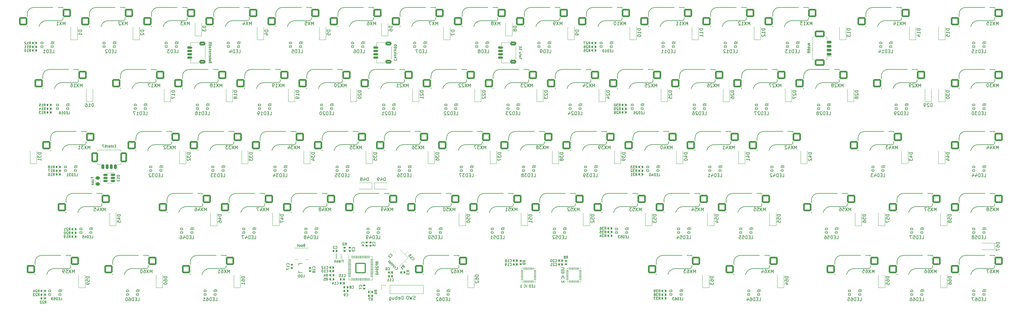
<source format=gbo>
G04 #@! TF.GenerationSoftware,KiCad,Pcbnew,(6.99.0-1912-g359c99991b)*
G04 #@! TF.CreationDate,2023-08-09T17:17:15+07:00*
G04 #@! TF.ProjectId,nyx,6e79782e-6b69-4636-9164-5f7063625858,2*
G04 #@! TF.SameCoordinates,Original*
G04 #@! TF.FileFunction,Legend,Bot*
G04 #@! TF.FilePolarity,Positive*
%FSLAX46Y46*%
G04 Gerber Fmt 4.6, Leading zero omitted, Abs format (unit mm)*
G04 Created by KiCad (PCBNEW (6.99.0-1912-g359c99991b)) date 2023-08-09 17:17:15*
%MOMM*%
%LPD*%
G01*
G04 APERTURE LIST*
G04 Aperture macros list*
%AMRoundRect*
0 Rectangle with rounded corners*
0 $1 Rounding radius*
0 $2 $3 $4 $5 $6 $7 $8 $9 X,Y pos of 4 corners*
0 Add a 4 corners polygon primitive as box body*
4,1,4,$2,$3,$4,$5,$6,$7,$8,$9,$2,$3,0*
0 Add four circle primitives for the rounded corners*
1,1,$1+$1,$2,$3*
1,1,$1+$1,$4,$5*
1,1,$1+$1,$6,$7*
1,1,$1+$1,$8,$9*
0 Add four rect primitives between the rounded corners*
20,1,$1+$1,$2,$3,$4,$5,0*
20,1,$1+$1,$4,$5,$6,$7,0*
20,1,$1+$1,$6,$7,$8,$9,0*
20,1,$1+$1,$8,$9,$2,$3,0*%
%AMRotRect*
0 Rectangle, with rotation*
0 The origin of the aperture is its center*
0 $1 length*
0 $2 width*
0 $3 Rotation angle, in degrees counterclockwise*
0 Add horizontal line*
21,1,$1,$2,0,0,$3*%
%AMFreePoly0*
4,1,18,-0.350000,0.510000,-0.339343,0.563576,-0.308995,0.608995,-0.263576,0.639343,-0.210000,0.650000,0.210000,0.650000,0.263576,0.639343,0.308995,0.608995,0.339343,0.563576,0.350000,0.510000,0.350000,-0.510000,0.339343,-0.563576,0.308995,-0.608995,0.263576,-0.639343,0.210000,-0.650000,-0.210000,-0.650000,-0.350000,-0.510000,-0.350000,0.510000,-0.350000,0.510000,$1*%
G04 Aperture macros list end*
%ADD10C,0.150000*%
%ADD11C,0.120000*%
%ADD12C,0.100000*%
%ADD13C,3.048000*%
%ADD14C,3.987800*%
%ADD15C,0.500000*%
%ADD16C,1.750000*%
%ADD17C,3.300000*%
%ADD18RoundRect,0.250000X1.025000X1.000000X-1.025000X1.000000X-1.025000X-1.000000X1.025000X-1.000000X0*%
%ADD19RoundRect,0.135000X-0.135000X-0.185000X0.135000X-0.185000X0.135000X0.185000X-0.135000X0.185000X0*%
%ADD20R,1.200000X0.900000*%
%ADD21RoundRect,0.050000X0.300000X0.050000X-0.300000X0.050000X-0.300000X-0.050000X0.300000X-0.050000X0*%
%ADD22RoundRect,0.050000X0.050000X0.300000X-0.050000X0.300000X-0.050000X-0.300000X0.050000X-0.300000X0*%
%ADD23R,2.900000X2.900000*%
%ADD24RoundRect,0.140000X-0.170000X0.140000X-0.170000X-0.140000X0.170000X-0.140000X0.170000X0.140000X0*%
%ADD25RoundRect,0.140000X0.170000X-0.140000X0.170000X0.140000X-0.170000X0.140000X-0.170000X-0.140000X0*%
%ADD26C,2.100000*%
%ADD27RoundRect,0.070000X-0.330000X0.280000X-0.330000X-0.280000X0.330000X-0.280000X0.330000X0.280000X0*%
%ADD28RoundRect,0.200000X0.600000X-0.200000X0.600000X0.200000X-0.600000X0.200000X-0.600000X-0.200000X0*%
%ADD29RoundRect,0.250001X1.249999X-0.799999X1.249999X0.799999X-1.249999X0.799999X-1.249999X-0.799999X0*%
%ADD30RoundRect,0.140000X-0.140000X-0.170000X0.140000X-0.170000X0.140000X0.170000X-0.140000X0.170000X0*%
%ADD31RoundRect,0.200000X-0.200000X-0.600000X0.200000X-0.600000X0.200000X0.600000X-0.200000X0.600000X0*%
%ADD32RoundRect,0.250001X-0.799999X-1.249999X0.799999X-1.249999X0.799999X1.249999X-0.799999X1.249999X0*%
%ADD33RoundRect,0.140000X0.140000X0.170000X-0.140000X0.170000X-0.140000X-0.170000X0.140000X-0.170000X0*%
%ADD34R,1.700000X1.700000*%
%ADD35O,1.700000X1.700000*%
%ADD36RoundRect,0.135000X-0.185000X0.135000X-0.185000X-0.135000X0.185000X-0.135000X0.185000X0.135000X0*%
%ADD37RoundRect,0.050000X-0.050000X0.387500X-0.050000X-0.387500X0.050000X-0.387500X0.050000X0.387500X0*%
%ADD38RoundRect,0.050000X-0.387500X0.050000X-0.387500X-0.050000X0.387500X-0.050000X0.387500X0.050000X0*%
%ADD39RoundRect,0.144000X-1.456000X1.456000X-1.456000X-1.456000X1.456000X-1.456000X1.456000X1.456000X0*%
%ADD40RoundRect,0.045000X0.055000X0.045000X-0.055000X0.045000X-0.055000X-0.045000X0.055000X-0.045000X0*%
%ADD41FreePoly0,180.000000*%
%ADD42RoundRect,0.135000X0.135000X0.185000X-0.135000X0.185000X-0.135000X-0.185000X0.135000X-0.185000X0*%
%ADD43R,0.900000X1.700000*%
%ADD44RoundRect,0.140000X0.021213X-0.219203X0.219203X-0.021213X-0.021213X0.219203X-0.219203X0.021213X0*%
%ADD45RotRect,1.400000X1.200000X225.000000*%
%ADD46R,0.900000X1.200000*%
%ADD47RoundRect,0.135000X0.035355X-0.226274X0.226274X-0.035355X-0.035355X0.226274X-0.226274X0.035355X0*%
%ADD48R,1.000000X0.800000*%
%ADD49RoundRect,0.150000X-0.625000X0.150000X-0.625000X-0.150000X0.625000X-0.150000X0.625000X0.150000X0*%
%ADD50RoundRect,0.250000X-0.650000X0.350000X-0.650000X-0.350000X0.650000X-0.350000X0.650000X0.350000X0*%
%ADD51RoundRect,0.150000X0.512500X0.150000X-0.512500X0.150000X-0.512500X-0.150000X0.512500X-0.150000X0*%
%ADD52RoundRect,0.243750X-0.456250X0.243750X-0.456250X-0.243750X0.456250X-0.243750X0.456250X0.243750X0*%
%ADD53RoundRect,0.140000X0.219203X0.021213X0.021213X0.219203X-0.219203X-0.021213X-0.021213X-0.219203X0*%
G04 #@! TA.AperFunction,Profile*
%ADD54C,0.100000*%
G04 #@! TD*
G04 APERTURE END LIST*
D10*
X229359227Y-71802203D02*
X229359227Y-70802203D01*
X229359227Y-70802203D02*
X229025894Y-71516489D01*
X229025894Y-71516489D02*
X228692561Y-70802203D01*
X228692561Y-70802203D02*
X228692561Y-71802203D01*
X228311608Y-70802203D02*
X227644942Y-71802203D01*
X227644942Y-70802203D02*
X228311608Y-71802203D01*
X226787799Y-70802203D02*
X227263989Y-70802203D01*
X227263989Y-70802203D02*
X227311608Y-71278394D01*
X227311608Y-71278394D02*
X227263989Y-71230775D01*
X227263989Y-71230775D02*
X227168751Y-71183156D01*
X227168751Y-71183156D02*
X226930656Y-71183156D01*
X226930656Y-71183156D02*
X226835418Y-71230775D01*
X226835418Y-71230775D02*
X226787799Y-71278394D01*
X226787799Y-71278394D02*
X226740180Y-71373632D01*
X226740180Y-71373632D02*
X226740180Y-71611727D01*
X226740180Y-71611727D02*
X226787799Y-71706965D01*
X226787799Y-71706965D02*
X226835418Y-71754584D01*
X226835418Y-71754584D02*
X226930656Y-71802203D01*
X226930656Y-71802203D02*
X227168751Y-71802203D01*
X227168751Y-71802203D02*
X227263989Y-71754584D01*
X227263989Y-71754584D02*
X227311608Y-71706965D01*
X225835418Y-70802203D02*
X226311608Y-70802203D01*
X226311608Y-70802203D02*
X226359227Y-71278394D01*
X226359227Y-71278394D02*
X226311608Y-71230775D01*
X226311608Y-71230775D02*
X226216370Y-71183156D01*
X226216370Y-71183156D02*
X225978275Y-71183156D01*
X225978275Y-71183156D02*
X225883037Y-71230775D01*
X225883037Y-71230775D02*
X225835418Y-71278394D01*
X225835418Y-71278394D02*
X225787799Y-71373632D01*
X225787799Y-71373632D02*
X225787799Y-71611727D01*
X225787799Y-71611727D02*
X225835418Y-71706965D01*
X225835418Y-71706965D02*
X225883037Y-71754584D01*
X225883037Y-71754584D02*
X225978275Y-71802203D01*
X225978275Y-71802203D02*
X226216370Y-71802203D01*
X226216370Y-71802203D02*
X226311608Y-71754584D01*
X226311608Y-71754584D02*
X226359227Y-71706965D01*
X175082143Y-21725535D02*
X175332143Y-21368392D01*
X175510714Y-21725535D02*
X175510714Y-20975535D01*
X175510714Y-20975535D02*
X175225000Y-20975535D01*
X175225000Y-20975535D02*
X175153571Y-21011250D01*
X175153571Y-21011250D02*
X175117857Y-21046964D01*
X175117857Y-21046964D02*
X175082143Y-21118392D01*
X175082143Y-21118392D02*
X175082143Y-21225535D01*
X175082143Y-21225535D02*
X175117857Y-21296964D01*
X175117857Y-21296964D02*
X175153571Y-21332678D01*
X175153571Y-21332678D02*
X175225000Y-21368392D01*
X175225000Y-21368392D02*
X175510714Y-21368392D01*
X174796428Y-21046964D02*
X174760714Y-21011250D01*
X174760714Y-21011250D02*
X174689286Y-20975535D01*
X174689286Y-20975535D02*
X174510714Y-20975535D01*
X174510714Y-20975535D02*
X174439286Y-21011250D01*
X174439286Y-21011250D02*
X174403571Y-21046964D01*
X174403571Y-21046964D02*
X174367857Y-21118392D01*
X174367857Y-21118392D02*
X174367857Y-21189821D01*
X174367857Y-21189821D02*
X174403571Y-21296964D01*
X174403571Y-21296964D02*
X174832143Y-21725535D01*
X174832143Y-21725535D02*
X174367857Y-21725535D01*
X173725000Y-20975535D02*
X173867857Y-20975535D01*
X173867857Y-20975535D02*
X173939285Y-21011250D01*
X173939285Y-21011250D02*
X173975000Y-21046964D01*
X173975000Y-21046964D02*
X174046428Y-21154107D01*
X174046428Y-21154107D02*
X174082142Y-21296964D01*
X174082142Y-21296964D02*
X174082142Y-21582678D01*
X174082142Y-21582678D02*
X174046428Y-21654107D01*
X174046428Y-21654107D02*
X174010714Y-21689821D01*
X174010714Y-21689821D02*
X173939285Y-21725535D01*
X173939285Y-21725535D02*
X173796428Y-21725535D01*
X173796428Y-21725535D02*
X173725000Y-21689821D01*
X173725000Y-21689821D02*
X173689285Y-21654107D01*
X173689285Y-21654107D02*
X173653571Y-21582678D01*
X173653571Y-21582678D02*
X173653571Y-21404107D01*
X173653571Y-21404107D02*
X173689285Y-21332678D01*
X173689285Y-21332678D02*
X173725000Y-21296964D01*
X173725000Y-21296964D02*
X173796428Y-21261250D01*
X173796428Y-21261250D02*
X173939285Y-21261250D01*
X173939285Y-21261250D02*
X174010714Y-21296964D01*
X174010714Y-21296964D02*
X174046428Y-21332678D01*
X174046428Y-21332678D02*
X174082142Y-21404107D01*
X243487203Y-53858037D02*
X242487203Y-53858037D01*
X242487203Y-53858037D02*
X242487203Y-54096132D01*
X242487203Y-54096132D02*
X242534823Y-54238989D01*
X242534823Y-54238989D02*
X242630061Y-54334227D01*
X242630061Y-54334227D02*
X242725299Y-54381846D01*
X242725299Y-54381846D02*
X242915775Y-54429465D01*
X242915775Y-54429465D02*
X243058632Y-54429465D01*
X243058632Y-54429465D02*
X243249108Y-54381846D01*
X243249108Y-54381846D02*
X243344346Y-54334227D01*
X243344346Y-54334227D02*
X243439584Y-54238989D01*
X243439584Y-54238989D02*
X243487203Y-54096132D01*
X243487203Y-54096132D02*
X243487203Y-53858037D01*
X242820537Y-55286608D02*
X243487203Y-55286608D01*
X242439584Y-55048513D02*
X243153870Y-54810418D01*
X243153870Y-54810418D02*
X243153870Y-55429465D01*
X242582442Y-55762799D02*
X242534823Y-55810418D01*
X242534823Y-55810418D02*
X242487203Y-55905656D01*
X242487203Y-55905656D02*
X242487203Y-56143751D01*
X242487203Y-56143751D02*
X242534823Y-56238989D01*
X242534823Y-56238989D02*
X242582442Y-56286608D01*
X242582442Y-56286608D02*
X242677680Y-56334227D01*
X242677680Y-56334227D02*
X242772918Y-56334227D01*
X242772918Y-56334227D02*
X242915775Y-56286608D01*
X242915775Y-56286608D02*
X243487203Y-55715180D01*
X243487203Y-55715180D02*
X243487203Y-56334227D01*
X175082143Y-22875535D02*
X175332143Y-22518392D01*
X175510714Y-22875535D02*
X175510714Y-22125535D01*
X175510714Y-22125535D02*
X175225000Y-22125535D01*
X175225000Y-22125535D02*
X175153571Y-22161250D01*
X175153571Y-22161250D02*
X175117857Y-22196964D01*
X175117857Y-22196964D02*
X175082143Y-22268392D01*
X175082143Y-22268392D02*
X175082143Y-22375535D01*
X175082143Y-22375535D02*
X175117857Y-22446964D01*
X175117857Y-22446964D02*
X175153571Y-22482678D01*
X175153571Y-22482678D02*
X175225000Y-22518392D01*
X175225000Y-22518392D02*
X175510714Y-22518392D01*
X174796428Y-22196964D02*
X174760714Y-22161250D01*
X174760714Y-22161250D02*
X174689286Y-22125535D01*
X174689286Y-22125535D02*
X174510714Y-22125535D01*
X174510714Y-22125535D02*
X174439286Y-22161250D01*
X174439286Y-22161250D02*
X174403571Y-22196964D01*
X174403571Y-22196964D02*
X174367857Y-22268392D01*
X174367857Y-22268392D02*
X174367857Y-22339821D01*
X174367857Y-22339821D02*
X174403571Y-22446964D01*
X174403571Y-22446964D02*
X174832143Y-22875535D01*
X174832143Y-22875535D02*
X174367857Y-22875535D01*
X173689285Y-22125535D02*
X174046428Y-22125535D01*
X174046428Y-22125535D02*
X174082142Y-22482678D01*
X174082142Y-22482678D02*
X174046428Y-22446964D01*
X174046428Y-22446964D02*
X173975000Y-22411250D01*
X173975000Y-22411250D02*
X173796428Y-22411250D01*
X173796428Y-22411250D02*
X173725000Y-22446964D01*
X173725000Y-22446964D02*
X173689285Y-22482678D01*
X173689285Y-22482678D02*
X173653571Y-22554107D01*
X173653571Y-22554107D02*
X173653571Y-22732678D01*
X173653571Y-22732678D02*
X173689285Y-22804107D01*
X173689285Y-22804107D02*
X173725000Y-22839821D01*
X173725000Y-22839821D02*
X173796428Y-22875535D01*
X173796428Y-22875535D02*
X173975000Y-22875535D01*
X173975000Y-22875535D02*
X174046428Y-22839821D01*
X174046428Y-22839821D02*
X174082142Y-22804107D01*
X167575535Y-89657143D02*
X167575535Y-89300000D01*
X167575535Y-89300000D02*
X166825535Y-89300000D01*
X167182678Y-89907143D02*
X167182678Y-90157143D01*
X167575535Y-90264286D02*
X167575535Y-89907143D01*
X167575535Y-89907143D02*
X166825535Y-89907143D01*
X166825535Y-89907143D02*
X166825535Y-90264286D01*
X167575535Y-90585714D02*
X166825535Y-90585714D01*
X166825535Y-90585714D02*
X166825535Y-90764285D01*
X166825535Y-90764285D02*
X166861250Y-90871428D01*
X166861250Y-90871428D02*
X166932678Y-90942857D01*
X166932678Y-90942857D02*
X167004107Y-90978571D01*
X167004107Y-90978571D02*
X167146964Y-91014285D01*
X167146964Y-91014285D02*
X167254107Y-91014285D01*
X167254107Y-91014285D02*
X167396964Y-90978571D01*
X167396964Y-90978571D02*
X167468392Y-90942857D01*
X167468392Y-90942857D02*
X167539821Y-90871428D01*
X167539821Y-90871428D02*
X167575535Y-90764285D01*
X167575535Y-90764285D02*
X167575535Y-90585714D01*
X167575535Y-91785714D02*
X166825535Y-91785714D01*
X167504107Y-92571428D02*
X167539821Y-92535714D01*
X167539821Y-92535714D02*
X167575535Y-92428571D01*
X167575535Y-92428571D02*
X167575535Y-92357143D01*
X167575535Y-92357143D02*
X167539821Y-92250000D01*
X167539821Y-92250000D02*
X167468392Y-92178571D01*
X167468392Y-92178571D02*
X167396964Y-92142857D01*
X167396964Y-92142857D02*
X167254107Y-92107143D01*
X167254107Y-92107143D02*
X167146964Y-92107143D01*
X167146964Y-92107143D02*
X167004107Y-92142857D01*
X167004107Y-92142857D02*
X166932678Y-92178571D01*
X166932678Y-92178571D02*
X166861250Y-92250000D01*
X166861250Y-92250000D02*
X166825535Y-92357143D01*
X166825535Y-92357143D02*
X166825535Y-92428571D01*
X166825535Y-92428571D02*
X166861250Y-92535714D01*
X166861250Y-92535714D02*
X166896964Y-92571428D01*
X166896964Y-93307143D02*
X166861250Y-93342857D01*
X166861250Y-93342857D02*
X166825535Y-93414286D01*
X166825535Y-93414286D02*
X166825535Y-93592857D01*
X166825535Y-93592857D02*
X166861250Y-93664286D01*
X166861250Y-93664286D02*
X166896964Y-93700000D01*
X166896964Y-93700000D02*
X166968392Y-93735714D01*
X166968392Y-93735714D02*
X167039821Y-93735714D01*
X167039821Y-93735714D02*
X167146964Y-93700000D01*
X167146964Y-93700000D02*
X167575535Y-93271428D01*
X167575535Y-93271428D02*
X167575535Y-93735714D01*
X233962203Y-72908037D02*
X232962203Y-72908037D01*
X232962203Y-72908037D02*
X232962203Y-73146132D01*
X232962203Y-73146132D02*
X233009823Y-73288989D01*
X233009823Y-73288989D02*
X233105061Y-73384227D01*
X233105061Y-73384227D02*
X233200299Y-73431846D01*
X233200299Y-73431846D02*
X233390775Y-73479465D01*
X233390775Y-73479465D02*
X233533632Y-73479465D01*
X233533632Y-73479465D02*
X233724108Y-73431846D01*
X233724108Y-73431846D02*
X233819346Y-73384227D01*
X233819346Y-73384227D02*
X233914584Y-73288989D01*
X233914584Y-73288989D02*
X233962203Y-73146132D01*
X233962203Y-73146132D02*
X233962203Y-72908037D01*
X232962203Y-74384227D02*
X232962203Y-73908037D01*
X232962203Y-73908037D02*
X233438394Y-73860418D01*
X233438394Y-73860418D02*
X233390775Y-73908037D01*
X233390775Y-73908037D02*
X233343156Y-74003275D01*
X233343156Y-74003275D02*
X233343156Y-74241370D01*
X233343156Y-74241370D02*
X233390775Y-74336608D01*
X233390775Y-74336608D02*
X233438394Y-74384227D01*
X233438394Y-74384227D02*
X233533632Y-74431846D01*
X233533632Y-74431846D02*
X233771727Y-74431846D01*
X233771727Y-74431846D02*
X233866965Y-74384227D01*
X233866965Y-74384227D02*
X233914584Y-74336608D01*
X233914584Y-74336608D02*
X233962203Y-74241370D01*
X233962203Y-74241370D02*
X233962203Y-74003275D01*
X233962203Y-74003275D02*
X233914584Y-73908037D01*
X233914584Y-73908037D02*
X233866965Y-73860418D01*
X232962203Y-75336608D02*
X232962203Y-74860418D01*
X232962203Y-74860418D02*
X233438394Y-74812799D01*
X233438394Y-74812799D02*
X233390775Y-74860418D01*
X233390775Y-74860418D02*
X233343156Y-74955656D01*
X233343156Y-74955656D02*
X233343156Y-75193751D01*
X233343156Y-75193751D02*
X233390775Y-75288989D01*
X233390775Y-75288989D02*
X233438394Y-75336608D01*
X233438394Y-75336608D02*
X233533632Y-75384227D01*
X233533632Y-75384227D02*
X233771727Y-75384227D01*
X233771727Y-75384227D02*
X233866965Y-75336608D01*
X233866965Y-75336608D02*
X233914584Y-75288989D01*
X233914584Y-75288989D02*
X233962203Y-75193751D01*
X233962203Y-75193751D02*
X233962203Y-74955656D01*
X233962203Y-74955656D02*
X233914584Y-74860418D01*
X233914584Y-74860418D02*
X233866965Y-74812799D01*
X105504107Y-95074999D02*
X105539821Y-95039285D01*
X105539821Y-95039285D02*
X105575535Y-94932142D01*
X105575535Y-94932142D02*
X105575535Y-94860714D01*
X105575535Y-94860714D02*
X105539821Y-94753571D01*
X105539821Y-94753571D02*
X105468392Y-94682142D01*
X105468392Y-94682142D02*
X105396964Y-94646428D01*
X105396964Y-94646428D02*
X105254107Y-94610714D01*
X105254107Y-94610714D02*
X105146964Y-94610714D01*
X105146964Y-94610714D02*
X105004107Y-94646428D01*
X105004107Y-94646428D02*
X104932678Y-94682142D01*
X104932678Y-94682142D02*
X104861250Y-94753571D01*
X104861250Y-94753571D02*
X104825535Y-94860714D01*
X104825535Y-94860714D02*
X104825535Y-94932142D01*
X104825535Y-94932142D02*
X104861250Y-95039285D01*
X104861250Y-95039285D02*
X104896964Y-95074999D01*
X104825535Y-95324999D02*
X104825535Y-95824999D01*
X104825535Y-95824999D02*
X105575535Y-95503571D01*
X91154107Y-89337856D02*
X91189821Y-89302142D01*
X91189821Y-89302142D02*
X91225535Y-89194999D01*
X91225535Y-89194999D02*
X91225535Y-89123571D01*
X91225535Y-89123571D02*
X91189821Y-89016428D01*
X91189821Y-89016428D02*
X91118392Y-88944999D01*
X91118392Y-88944999D02*
X91046964Y-88909285D01*
X91046964Y-88909285D02*
X90904107Y-88873571D01*
X90904107Y-88873571D02*
X90796964Y-88873571D01*
X90796964Y-88873571D02*
X90654107Y-88909285D01*
X90654107Y-88909285D02*
X90582678Y-88944999D01*
X90582678Y-88944999D02*
X90511250Y-89016428D01*
X90511250Y-89016428D02*
X90475535Y-89123571D01*
X90475535Y-89123571D02*
X90475535Y-89194999D01*
X90475535Y-89194999D02*
X90511250Y-89302142D01*
X90511250Y-89302142D02*
X90546964Y-89337856D01*
X91225535Y-90052142D02*
X91225535Y-89623571D01*
X91225535Y-89837856D02*
X90475535Y-89837856D01*
X90475535Y-89837856D02*
X90582678Y-89766428D01*
X90582678Y-89766428D02*
X90654107Y-89694999D01*
X90654107Y-89694999D02*
X90689821Y-89623571D01*
X90796964Y-90480714D02*
X90761250Y-90409285D01*
X90761250Y-90409285D02*
X90725535Y-90373571D01*
X90725535Y-90373571D02*
X90654107Y-90337857D01*
X90654107Y-90337857D02*
X90618392Y-90337857D01*
X90618392Y-90337857D02*
X90546964Y-90373571D01*
X90546964Y-90373571D02*
X90511250Y-90409285D01*
X90511250Y-90409285D02*
X90475535Y-90480714D01*
X90475535Y-90480714D02*
X90475535Y-90623571D01*
X90475535Y-90623571D02*
X90511250Y-90695000D01*
X90511250Y-90695000D02*
X90546964Y-90730714D01*
X90546964Y-90730714D02*
X90618392Y-90766428D01*
X90618392Y-90766428D02*
X90654107Y-90766428D01*
X90654107Y-90766428D02*
X90725535Y-90730714D01*
X90725535Y-90730714D02*
X90761250Y-90695000D01*
X90761250Y-90695000D02*
X90796964Y-90623571D01*
X90796964Y-90623571D02*
X90796964Y-90480714D01*
X90796964Y-90480714D02*
X90832678Y-90409285D01*
X90832678Y-90409285D02*
X90868392Y-90373571D01*
X90868392Y-90373571D02*
X90939821Y-90337857D01*
X90939821Y-90337857D02*
X91082678Y-90337857D01*
X91082678Y-90337857D02*
X91154107Y-90373571D01*
X91154107Y-90373571D02*
X91189821Y-90409285D01*
X91189821Y-90409285D02*
X91225535Y-90480714D01*
X91225535Y-90480714D02*
X91225535Y-90623571D01*
X91225535Y-90623571D02*
X91189821Y-90695000D01*
X91189821Y-90695000D02*
X91154107Y-90730714D01*
X91154107Y-90730714D02*
X91082678Y-90766428D01*
X91082678Y-90766428D02*
X90939821Y-90766428D01*
X90939821Y-90766428D02*
X90868392Y-90730714D01*
X90868392Y-90730714D02*
X90832678Y-90695000D01*
X90832678Y-90695000D02*
X90796964Y-90623571D01*
X10882143Y-58675535D02*
X11132143Y-58318392D01*
X11310714Y-58675535D02*
X11310714Y-57925535D01*
X11310714Y-57925535D02*
X11025000Y-57925535D01*
X11025000Y-57925535D02*
X10953571Y-57961250D01*
X10953571Y-57961250D02*
X10917857Y-57996964D01*
X10917857Y-57996964D02*
X10882143Y-58068392D01*
X10882143Y-58068392D02*
X10882143Y-58175535D01*
X10882143Y-58175535D02*
X10917857Y-58246964D01*
X10917857Y-58246964D02*
X10953571Y-58282678D01*
X10953571Y-58282678D02*
X11025000Y-58318392D01*
X11025000Y-58318392D02*
X11310714Y-58318392D01*
X10167857Y-58675535D02*
X10596428Y-58675535D01*
X10382143Y-58675535D02*
X10382143Y-57925535D01*
X10382143Y-57925535D02*
X10453571Y-58032678D01*
X10453571Y-58032678D02*
X10525000Y-58104107D01*
X10525000Y-58104107D02*
X10596428Y-58139821D01*
X9739285Y-58246964D02*
X9810714Y-58211250D01*
X9810714Y-58211250D02*
X9846428Y-58175535D01*
X9846428Y-58175535D02*
X9882142Y-58104107D01*
X9882142Y-58104107D02*
X9882142Y-58068392D01*
X9882142Y-58068392D02*
X9846428Y-57996964D01*
X9846428Y-57996964D02*
X9810714Y-57961250D01*
X9810714Y-57961250D02*
X9739285Y-57925535D01*
X9739285Y-57925535D02*
X9596428Y-57925535D01*
X9596428Y-57925535D02*
X9525000Y-57961250D01*
X9525000Y-57961250D02*
X9489285Y-57996964D01*
X9489285Y-57996964D02*
X9453571Y-58068392D01*
X9453571Y-58068392D02*
X9453571Y-58104107D01*
X9453571Y-58104107D02*
X9489285Y-58175535D01*
X9489285Y-58175535D02*
X9525000Y-58211250D01*
X9525000Y-58211250D02*
X9596428Y-58246964D01*
X9596428Y-58246964D02*
X9739285Y-58246964D01*
X9739285Y-58246964D02*
X9810714Y-58282678D01*
X9810714Y-58282678D02*
X9846428Y-58318392D01*
X9846428Y-58318392D02*
X9882142Y-58389821D01*
X9882142Y-58389821D02*
X9882142Y-58532678D01*
X9882142Y-58532678D02*
X9846428Y-58604107D01*
X9846428Y-58604107D02*
X9810714Y-58639821D01*
X9810714Y-58639821D02*
X9739285Y-58675535D01*
X9739285Y-58675535D02*
X9596428Y-58675535D01*
X9596428Y-58675535D02*
X9525000Y-58639821D01*
X9525000Y-58639821D02*
X9489285Y-58604107D01*
X9489285Y-58604107D02*
X9453571Y-58532678D01*
X9453571Y-58532678D02*
X9453571Y-58389821D01*
X9453571Y-58389821D02*
X9489285Y-58318392D01*
X9489285Y-58318392D02*
X9525000Y-58282678D01*
X9525000Y-58282678D02*
X9596428Y-58246964D01*
X8332143Y-100225535D02*
X8582143Y-99868392D01*
X8760714Y-100225535D02*
X8760714Y-99475535D01*
X8760714Y-99475535D02*
X8475000Y-99475535D01*
X8475000Y-99475535D02*
X8403571Y-99511250D01*
X8403571Y-99511250D02*
X8367857Y-99546964D01*
X8367857Y-99546964D02*
X8332143Y-99618392D01*
X8332143Y-99618392D02*
X8332143Y-99725535D01*
X8332143Y-99725535D02*
X8367857Y-99796964D01*
X8367857Y-99796964D02*
X8403571Y-99832678D01*
X8403571Y-99832678D02*
X8475000Y-99868392D01*
X8475000Y-99868392D02*
X8760714Y-99868392D01*
X8046428Y-99546964D02*
X8010714Y-99511250D01*
X8010714Y-99511250D02*
X7939286Y-99475535D01*
X7939286Y-99475535D02*
X7760714Y-99475535D01*
X7760714Y-99475535D02*
X7689286Y-99511250D01*
X7689286Y-99511250D02*
X7653571Y-99546964D01*
X7653571Y-99546964D02*
X7617857Y-99618392D01*
X7617857Y-99618392D02*
X7617857Y-99689821D01*
X7617857Y-99689821D02*
X7653571Y-99796964D01*
X7653571Y-99796964D02*
X8082143Y-100225535D01*
X8082143Y-100225535D02*
X7617857Y-100225535D01*
X7332142Y-99546964D02*
X7296428Y-99511250D01*
X7296428Y-99511250D02*
X7225000Y-99475535D01*
X7225000Y-99475535D02*
X7046428Y-99475535D01*
X7046428Y-99475535D02*
X6975000Y-99511250D01*
X6975000Y-99511250D02*
X6939285Y-99546964D01*
X6939285Y-99546964D02*
X6903571Y-99618392D01*
X6903571Y-99618392D02*
X6903571Y-99689821D01*
X6903571Y-99689821D02*
X6939285Y-99796964D01*
X6939285Y-99796964D02*
X7367857Y-100225535D01*
X7367857Y-100225535D02*
X6903571Y-100225535D01*
X57749703Y-15011905D02*
X56749703Y-15011905D01*
X56749703Y-15011905D02*
X56749703Y-15250000D01*
X56749703Y-15250000D02*
X56797323Y-15392857D01*
X56797323Y-15392857D02*
X56892561Y-15488095D01*
X56892561Y-15488095D02*
X56987799Y-15535714D01*
X56987799Y-15535714D02*
X57178275Y-15583333D01*
X57178275Y-15583333D02*
X57321132Y-15583333D01*
X57321132Y-15583333D02*
X57511608Y-15535714D01*
X57511608Y-15535714D02*
X57606846Y-15488095D01*
X57606846Y-15488095D02*
X57702084Y-15392857D01*
X57702084Y-15392857D02*
X57749703Y-15250000D01*
X57749703Y-15250000D02*
X57749703Y-15011905D01*
X56749703Y-15916667D02*
X56749703Y-16535714D01*
X56749703Y-16535714D02*
X57130656Y-16202381D01*
X57130656Y-16202381D02*
X57130656Y-16345238D01*
X57130656Y-16345238D02*
X57178275Y-16440476D01*
X57178275Y-16440476D02*
X57225894Y-16488095D01*
X57225894Y-16488095D02*
X57321132Y-16535714D01*
X57321132Y-16535714D02*
X57559227Y-16535714D01*
X57559227Y-16535714D02*
X57654465Y-16488095D01*
X57654465Y-16488095D02*
X57702084Y-16440476D01*
X57702084Y-16440476D02*
X57749703Y-16345238D01*
X57749703Y-16345238D02*
X57749703Y-16059524D01*
X57749703Y-16059524D02*
X57702084Y-15964286D01*
X57702084Y-15964286D02*
X57654465Y-15916667D01*
X132085714Y-99452203D02*
X132561904Y-99452203D01*
X132561904Y-99452203D02*
X132561904Y-98452203D01*
X131752380Y-98928394D02*
X131419047Y-98928394D01*
X131276190Y-99452203D02*
X131752380Y-99452203D01*
X131752380Y-99452203D02*
X131752380Y-98452203D01*
X131752380Y-98452203D02*
X131276190Y-98452203D01*
X130847618Y-99452203D02*
X130847618Y-98452203D01*
X130847618Y-98452203D02*
X130609523Y-98452203D01*
X130609523Y-98452203D02*
X130466666Y-98499823D01*
X130466666Y-98499823D02*
X130371428Y-98595061D01*
X130371428Y-98595061D02*
X130323809Y-98690299D01*
X130323809Y-98690299D02*
X130276190Y-98880775D01*
X130276190Y-98880775D02*
X130276190Y-99023632D01*
X130276190Y-99023632D02*
X130323809Y-99214108D01*
X130323809Y-99214108D02*
X130371428Y-99309346D01*
X130371428Y-99309346D02*
X130466666Y-99404584D01*
X130466666Y-99404584D02*
X130609523Y-99452203D01*
X130609523Y-99452203D02*
X130847618Y-99452203D01*
X129419047Y-98452203D02*
X129609523Y-98452203D01*
X129609523Y-98452203D02*
X129704761Y-98499823D01*
X129704761Y-98499823D02*
X129752380Y-98547442D01*
X129752380Y-98547442D02*
X129847618Y-98690299D01*
X129847618Y-98690299D02*
X129895237Y-98880775D01*
X129895237Y-98880775D02*
X129895237Y-99261727D01*
X129895237Y-99261727D02*
X129847618Y-99356965D01*
X129847618Y-99356965D02*
X129799999Y-99404584D01*
X129799999Y-99404584D02*
X129704761Y-99452203D01*
X129704761Y-99452203D02*
X129514285Y-99452203D01*
X129514285Y-99452203D02*
X129419047Y-99404584D01*
X129419047Y-99404584D02*
X129371428Y-99356965D01*
X129371428Y-99356965D02*
X129323809Y-99261727D01*
X129323809Y-99261727D02*
X129323809Y-99023632D01*
X129323809Y-99023632D02*
X129371428Y-98928394D01*
X129371428Y-98928394D02*
X129419047Y-98880775D01*
X129419047Y-98880775D02*
X129514285Y-98833156D01*
X129514285Y-98833156D02*
X129704761Y-98833156D01*
X129704761Y-98833156D02*
X129799999Y-98880775D01*
X129799999Y-98880775D02*
X129847618Y-98928394D01*
X129847618Y-98928394D02*
X129895237Y-99023632D01*
X128942856Y-98547442D02*
X128895237Y-98499823D01*
X128895237Y-98499823D02*
X128799999Y-98452203D01*
X128799999Y-98452203D02*
X128561904Y-98452203D01*
X128561904Y-98452203D02*
X128466666Y-98499823D01*
X128466666Y-98499823D02*
X128419047Y-98547442D01*
X128419047Y-98547442D02*
X128371428Y-98642680D01*
X128371428Y-98642680D02*
X128371428Y-98737918D01*
X128371428Y-98737918D02*
X128419047Y-98880775D01*
X128419047Y-98880775D02*
X128990475Y-99452203D01*
X128990475Y-99452203D02*
X128371428Y-99452203D01*
X10635714Y-23252203D02*
X11111904Y-23252203D01*
X11111904Y-23252203D02*
X11111904Y-22252203D01*
X10302380Y-22728394D02*
X9969047Y-22728394D01*
X9826190Y-23252203D02*
X10302380Y-23252203D01*
X10302380Y-23252203D02*
X10302380Y-22252203D01*
X10302380Y-22252203D02*
X9826190Y-22252203D01*
X9397618Y-23252203D02*
X9397618Y-22252203D01*
X9397618Y-22252203D02*
X9159523Y-22252203D01*
X9159523Y-22252203D02*
X9016666Y-22299823D01*
X9016666Y-22299823D02*
X8921428Y-22395061D01*
X8921428Y-22395061D02*
X8873809Y-22490299D01*
X8873809Y-22490299D02*
X8826190Y-22680775D01*
X8826190Y-22680775D02*
X8826190Y-22823632D01*
X8826190Y-22823632D02*
X8873809Y-23014108D01*
X8873809Y-23014108D02*
X8921428Y-23109346D01*
X8921428Y-23109346D02*
X9016666Y-23204584D01*
X9016666Y-23204584D02*
X9159523Y-23252203D01*
X9159523Y-23252203D02*
X9397618Y-23252203D01*
X7873809Y-23252203D02*
X8445237Y-23252203D01*
X8159523Y-23252203D02*
X8159523Y-22252203D01*
X8159523Y-22252203D02*
X8254761Y-22395061D01*
X8254761Y-22395061D02*
X8349999Y-22490299D01*
X8349999Y-22490299D02*
X8445237Y-22537918D01*
X148237203Y-53858037D02*
X147237203Y-53858037D01*
X147237203Y-53858037D02*
X147237203Y-54096132D01*
X147237203Y-54096132D02*
X147284823Y-54238989D01*
X147284823Y-54238989D02*
X147380061Y-54334227D01*
X147380061Y-54334227D02*
X147475299Y-54381846D01*
X147475299Y-54381846D02*
X147665775Y-54429465D01*
X147665775Y-54429465D02*
X147808632Y-54429465D01*
X147808632Y-54429465D02*
X147999108Y-54381846D01*
X147999108Y-54381846D02*
X148094346Y-54334227D01*
X148094346Y-54334227D02*
X148189584Y-54238989D01*
X148189584Y-54238989D02*
X148237203Y-54096132D01*
X148237203Y-54096132D02*
X148237203Y-53858037D01*
X147237203Y-54762799D02*
X147237203Y-55381846D01*
X147237203Y-55381846D02*
X147618156Y-55048513D01*
X147618156Y-55048513D02*
X147618156Y-55191370D01*
X147618156Y-55191370D02*
X147665775Y-55286608D01*
X147665775Y-55286608D02*
X147713394Y-55334227D01*
X147713394Y-55334227D02*
X147808632Y-55381846D01*
X147808632Y-55381846D02*
X148046727Y-55381846D01*
X148046727Y-55381846D02*
X148141965Y-55334227D01*
X148141965Y-55334227D02*
X148189584Y-55286608D01*
X148189584Y-55286608D02*
X148237203Y-55191370D01*
X148237203Y-55191370D02*
X148237203Y-54905656D01*
X148237203Y-54905656D02*
X148189584Y-54810418D01*
X148189584Y-54810418D02*
X148141965Y-54762799D01*
X147237203Y-55715180D02*
X147237203Y-56381846D01*
X147237203Y-56381846D02*
X148237203Y-55953275D01*
X196582143Y-96775535D02*
X196832143Y-96418392D01*
X197010714Y-96775535D02*
X197010714Y-96025535D01*
X197010714Y-96025535D02*
X196725000Y-96025535D01*
X196725000Y-96025535D02*
X196653571Y-96061250D01*
X196653571Y-96061250D02*
X196617857Y-96096964D01*
X196617857Y-96096964D02*
X196582143Y-96168392D01*
X196582143Y-96168392D02*
X196582143Y-96275535D01*
X196582143Y-96275535D02*
X196617857Y-96346964D01*
X196617857Y-96346964D02*
X196653571Y-96382678D01*
X196653571Y-96382678D02*
X196725000Y-96418392D01*
X196725000Y-96418392D02*
X197010714Y-96418392D01*
X196332143Y-96025535D02*
X195867857Y-96025535D01*
X195867857Y-96025535D02*
X196117857Y-96311250D01*
X196117857Y-96311250D02*
X196010714Y-96311250D01*
X196010714Y-96311250D02*
X195939286Y-96346964D01*
X195939286Y-96346964D02*
X195903571Y-96382678D01*
X195903571Y-96382678D02*
X195867857Y-96454107D01*
X195867857Y-96454107D02*
X195867857Y-96632678D01*
X195867857Y-96632678D02*
X195903571Y-96704107D01*
X195903571Y-96704107D02*
X195939286Y-96739821D01*
X195939286Y-96739821D02*
X196010714Y-96775535D01*
X196010714Y-96775535D02*
X196225000Y-96775535D01*
X196225000Y-96775535D02*
X196296428Y-96739821D01*
X196296428Y-96739821D02*
X196332143Y-96704107D01*
X195510714Y-96775535D02*
X195367857Y-96775535D01*
X195367857Y-96775535D02*
X195296428Y-96739821D01*
X195296428Y-96739821D02*
X195260714Y-96704107D01*
X195260714Y-96704107D02*
X195189285Y-96596964D01*
X195189285Y-96596964D02*
X195153571Y-96454107D01*
X195153571Y-96454107D02*
X195153571Y-96168392D01*
X195153571Y-96168392D02*
X195189285Y-96096964D01*
X195189285Y-96096964D02*
X195225000Y-96061250D01*
X195225000Y-96061250D02*
X195296428Y-96025535D01*
X195296428Y-96025535D02*
X195439285Y-96025535D01*
X195439285Y-96025535D02*
X195510714Y-96061250D01*
X195510714Y-96061250D02*
X195546428Y-96096964D01*
X195546428Y-96096964D02*
X195582142Y-96168392D01*
X195582142Y-96168392D02*
X195582142Y-96346964D01*
X195582142Y-96346964D02*
X195546428Y-96418392D01*
X195546428Y-96418392D02*
X195510714Y-96454107D01*
X195510714Y-96454107D02*
X195439285Y-96489821D01*
X195439285Y-96489821D02*
X195296428Y-96489821D01*
X195296428Y-96489821D02*
X195225000Y-96454107D01*
X195225000Y-96454107D02*
X195189285Y-96418392D01*
X195189285Y-96418392D02*
X195153571Y-96346964D01*
X72037203Y-53858037D02*
X71037203Y-53858037D01*
X71037203Y-53858037D02*
X71037203Y-54096132D01*
X71037203Y-54096132D02*
X71084823Y-54238989D01*
X71084823Y-54238989D02*
X71180061Y-54334227D01*
X71180061Y-54334227D02*
X71275299Y-54381846D01*
X71275299Y-54381846D02*
X71465775Y-54429465D01*
X71465775Y-54429465D02*
X71608632Y-54429465D01*
X71608632Y-54429465D02*
X71799108Y-54381846D01*
X71799108Y-54381846D02*
X71894346Y-54334227D01*
X71894346Y-54334227D02*
X71989584Y-54238989D01*
X71989584Y-54238989D02*
X72037203Y-54096132D01*
X72037203Y-54096132D02*
X72037203Y-53858037D01*
X71037203Y-54762799D02*
X71037203Y-55381846D01*
X71037203Y-55381846D02*
X71418156Y-55048513D01*
X71418156Y-55048513D02*
X71418156Y-55191370D01*
X71418156Y-55191370D02*
X71465775Y-55286608D01*
X71465775Y-55286608D02*
X71513394Y-55334227D01*
X71513394Y-55334227D02*
X71608632Y-55381846D01*
X71608632Y-55381846D02*
X71846727Y-55381846D01*
X71846727Y-55381846D02*
X71941965Y-55334227D01*
X71941965Y-55334227D02*
X71989584Y-55286608D01*
X71989584Y-55286608D02*
X72037203Y-55191370D01*
X72037203Y-55191370D02*
X72037203Y-54905656D01*
X72037203Y-54905656D02*
X71989584Y-54810418D01*
X71989584Y-54810418D02*
X71941965Y-54762799D01*
X71037203Y-55715180D02*
X71037203Y-56334227D01*
X71037203Y-56334227D02*
X71418156Y-56000894D01*
X71418156Y-56000894D02*
X71418156Y-56143751D01*
X71418156Y-56143751D02*
X71465775Y-56238989D01*
X71465775Y-56238989D02*
X71513394Y-56286608D01*
X71513394Y-56286608D02*
X71608632Y-56334227D01*
X71608632Y-56334227D02*
X71846727Y-56334227D01*
X71846727Y-56334227D02*
X71941965Y-56286608D01*
X71941965Y-56286608D02*
X71989584Y-56238989D01*
X71989584Y-56238989D02*
X72037203Y-56143751D01*
X72037203Y-56143751D02*
X72037203Y-55858037D01*
X72037203Y-55858037D02*
X71989584Y-55762799D01*
X71989584Y-55762799D02*
X71941965Y-55715180D01*
X220185714Y-23252203D02*
X220661904Y-23252203D01*
X220661904Y-23252203D02*
X220661904Y-22252203D01*
X219852380Y-22728394D02*
X219519047Y-22728394D01*
X219376190Y-23252203D02*
X219852380Y-23252203D01*
X219852380Y-23252203D02*
X219852380Y-22252203D01*
X219852380Y-22252203D02*
X219376190Y-22252203D01*
X218947618Y-23252203D02*
X218947618Y-22252203D01*
X218947618Y-22252203D02*
X218709523Y-22252203D01*
X218709523Y-22252203D02*
X218566666Y-22299823D01*
X218566666Y-22299823D02*
X218471428Y-22395061D01*
X218471428Y-22395061D02*
X218423809Y-22490299D01*
X218423809Y-22490299D02*
X218376190Y-22680775D01*
X218376190Y-22680775D02*
X218376190Y-22823632D01*
X218376190Y-22823632D02*
X218423809Y-23014108D01*
X218423809Y-23014108D02*
X218471428Y-23109346D01*
X218471428Y-23109346D02*
X218566666Y-23204584D01*
X218566666Y-23204584D02*
X218709523Y-23252203D01*
X218709523Y-23252203D02*
X218947618Y-23252203D01*
X217423809Y-23252203D02*
X217995237Y-23252203D01*
X217709523Y-23252203D02*
X217709523Y-22252203D01*
X217709523Y-22252203D02*
X217804761Y-22395061D01*
X217804761Y-22395061D02*
X217899999Y-22490299D01*
X217899999Y-22490299D02*
X217995237Y-22537918D01*
X217042856Y-22347442D02*
X216995237Y-22299823D01*
X216995237Y-22299823D02*
X216899999Y-22252203D01*
X216899999Y-22252203D02*
X216661904Y-22252203D01*
X216661904Y-22252203D02*
X216566666Y-22299823D01*
X216566666Y-22299823D02*
X216519047Y-22347442D01*
X216519047Y-22347442D02*
X216471428Y-22442680D01*
X216471428Y-22442680D02*
X216471428Y-22537918D01*
X216471428Y-22537918D02*
X216519047Y-22680775D01*
X216519047Y-22680775D02*
X217090475Y-23252203D01*
X217090475Y-23252203D02*
X216471428Y-23252203D01*
X242761250Y-20371428D02*
X242761250Y-20728571D01*
X242975535Y-20299999D02*
X242225535Y-20549999D01*
X242225535Y-20549999D02*
X242975535Y-20799999D01*
X242975535Y-21049999D02*
X242475535Y-21049999D01*
X242618392Y-21049999D02*
X242546964Y-21085713D01*
X242546964Y-21085713D02*
X242511250Y-21121428D01*
X242511250Y-21121428D02*
X242475535Y-21192856D01*
X242475535Y-21192856D02*
X242475535Y-21264285D01*
X242975535Y-21514285D02*
X242225535Y-21514285D01*
X242689821Y-21585714D02*
X242975535Y-21799999D01*
X242475535Y-21799999D02*
X242761250Y-21514285D01*
X242225535Y-22442857D02*
X242225535Y-22299999D01*
X242225535Y-22299999D02*
X242261250Y-22228571D01*
X242261250Y-22228571D02*
X242296964Y-22192857D01*
X242296964Y-22192857D02*
X242404107Y-22121428D01*
X242404107Y-22121428D02*
X242546964Y-22085714D01*
X242546964Y-22085714D02*
X242832678Y-22085714D01*
X242832678Y-22085714D02*
X242904107Y-22121428D01*
X242904107Y-22121428D02*
X242939821Y-22157142D01*
X242939821Y-22157142D02*
X242975535Y-22228571D01*
X242975535Y-22228571D02*
X242975535Y-22371428D01*
X242975535Y-22371428D02*
X242939821Y-22442857D01*
X242939821Y-22442857D02*
X242904107Y-22478571D01*
X242904107Y-22478571D02*
X242832678Y-22514285D01*
X242832678Y-22514285D02*
X242654107Y-22514285D01*
X242654107Y-22514285D02*
X242582678Y-22478571D01*
X242582678Y-22478571D02*
X242546964Y-22442857D01*
X242546964Y-22442857D02*
X242511250Y-22371428D01*
X242511250Y-22371428D02*
X242511250Y-22228571D01*
X242511250Y-22228571D02*
X242546964Y-22157142D01*
X242546964Y-22157142D02*
X242582678Y-22121428D01*
X242582678Y-22121428D02*
X242654107Y-22085714D01*
X242546964Y-22942857D02*
X242511250Y-22871428D01*
X242511250Y-22871428D02*
X242475535Y-22835714D01*
X242475535Y-22835714D02*
X242404107Y-22800000D01*
X242404107Y-22800000D02*
X242368392Y-22800000D01*
X242368392Y-22800000D02*
X242296964Y-22835714D01*
X242296964Y-22835714D02*
X242261250Y-22871428D01*
X242261250Y-22871428D02*
X242225535Y-22942857D01*
X242225535Y-22942857D02*
X242225535Y-23085714D01*
X242225535Y-23085714D02*
X242261250Y-23157143D01*
X242261250Y-23157143D02*
X242296964Y-23192857D01*
X242296964Y-23192857D02*
X242368392Y-23228571D01*
X242368392Y-23228571D02*
X242404107Y-23228571D01*
X242404107Y-23228571D02*
X242475535Y-23192857D01*
X242475535Y-23192857D02*
X242511250Y-23157143D01*
X242511250Y-23157143D02*
X242546964Y-23085714D01*
X242546964Y-23085714D02*
X242546964Y-22942857D01*
X242546964Y-22942857D02*
X242582678Y-22871428D01*
X242582678Y-22871428D02*
X242618392Y-22835714D01*
X242618392Y-22835714D02*
X242689821Y-22800000D01*
X242689821Y-22800000D02*
X242832678Y-22800000D01*
X242832678Y-22800000D02*
X242904107Y-22835714D01*
X242904107Y-22835714D02*
X242939821Y-22871428D01*
X242939821Y-22871428D02*
X242975535Y-22942857D01*
X242975535Y-22942857D02*
X242975535Y-23085714D01*
X242975535Y-23085714D02*
X242939821Y-23157143D01*
X242939821Y-23157143D02*
X242904107Y-23192857D01*
X242904107Y-23192857D02*
X242832678Y-23228571D01*
X242832678Y-23228571D02*
X242689821Y-23228571D01*
X242689821Y-23228571D02*
X242618392Y-23192857D01*
X242618392Y-23192857D02*
X242582678Y-23157143D01*
X242582678Y-23157143D02*
X242546964Y-23085714D01*
X58285714Y-42302203D02*
X58761904Y-42302203D01*
X58761904Y-42302203D02*
X58761904Y-41302203D01*
X57952380Y-41778394D02*
X57619047Y-41778394D01*
X57476190Y-42302203D02*
X57952380Y-42302203D01*
X57952380Y-42302203D02*
X57952380Y-41302203D01*
X57952380Y-41302203D02*
X57476190Y-41302203D01*
X57047618Y-42302203D02*
X57047618Y-41302203D01*
X57047618Y-41302203D02*
X56809523Y-41302203D01*
X56809523Y-41302203D02*
X56666666Y-41349823D01*
X56666666Y-41349823D02*
X56571428Y-41445061D01*
X56571428Y-41445061D02*
X56523809Y-41540299D01*
X56523809Y-41540299D02*
X56476190Y-41730775D01*
X56476190Y-41730775D02*
X56476190Y-41873632D01*
X56476190Y-41873632D02*
X56523809Y-42064108D01*
X56523809Y-42064108D02*
X56571428Y-42159346D01*
X56571428Y-42159346D02*
X56666666Y-42254584D01*
X56666666Y-42254584D02*
X56809523Y-42302203D01*
X56809523Y-42302203D02*
X57047618Y-42302203D01*
X55523809Y-42302203D02*
X56095237Y-42302203D01*
X55809523Y-42302203D02*
X55809523Y-41302203D01*
X55809523Y-41302203D02*
X55904761Y-41445061D01*
X55904761Y-41445061D02*
X55999999Y-41540299D01*
X55999999Y-41540299D02*
X56095237Y-41587918D01*
X54952380Y-41730775D02*
X55047618Y-41683156D01*
X55047618Y-41683156D02*
X55095237Y-41635537D01*
X55095237Y-41635537D02*
X55142856Y-41540299D01*
X55142856Y-41540299D02*
X55142856Y-41492680D01*
X55142856Y-41492680D02*
X55095237Y-41397442D01*
X55095237Y-41397442D02*
X55047618Y-41349823D01*
X55047618Y-41349823D02*
X54952380Y-41302203D01*
X54952380Y-41302203D02*
X54761904Y-41302203D01*
X54761904Y-41302203D02*
X54666666Y-41349823D01*
X54666666Y-41349823D02*
X54619047Y-41397442D01*
X54619047Y-41397442D02*
X54571428Y-41492680D01*
X54571428Y-41492680D02*
X54571428Y-41540299D01*
X54571428Y-41540299D02*
X54619047Y-41635537D01*
X54619047Y-41635537D02*
X54666666Y-41683156D01*
X54666666Y-41683156D02*
X54761904Y-41730775D01*
X54761904Y-41730775D02*
X54952380Y-41730775D01*
X54952380Y-41730775D02*
X55047618Y-41778394D01*
X55047618Y-41778394D02*
X55095237Y-41826013D01*
X55095237Y-41826013D02*
X55142856Y-41921251D01*
X55142856Y-41921251D02*
X55142856Y-42111727D01*
X55142856Y-42111727D02*
X55095237Y-42206965D01*
X55095237Y-42206965D02*
X55047618Y-42254584D01*
X55047618Y-42254584D02*
X54952380Y-42302203D01*
X54952380Y-42302203D02*
X54761904Y-42302203D01*
X54761904Y-42302203D02*
X54666666Y-42254584D01*
X54666666Y-42254584D02*
X54619047Y-42206965D01*
X54619047Y-42206965D02*
X54571428Y-42111727D01*
X54571428Y-42111727D02*
X54571428Y-41921251D01*
X54571428Y-41921251D02*
X54619047Y-41826013D01*
X54619047Y-41826013D02*
X54666666Y-41778394D01*
X54666666Y-41778394D02*
X54761904Y-41730775D01*
X77335714Y-42302203D02*
X77811904Y-42302203D01*
X77811904Y-42302203D02*
X77811904Y-41302203D01*
X77002380Y-41778394D02*
X76669047Y-41778394D01*
X76526190Y-42302203D02*
X77002380Y-42302203D01*
X77002380Y-42302203D02*
X77002380Y-41302203D01*
X77002380Y-41302203D02*
X76526190Y-41302203D01*
X76097618Y-42302203D02*
X76097618Y-41302203D01*
X76097618Y-41302203D02*
X75859523Y-41302203D01*
X75859523Y-41302203D02*
X75716666Y-41349823D01*
X75716666Y-41349823D02*
X75621428Y-41445061D01*
X75621428Y-41445061D02*
X75573809Y-41540299D01*
X75573809Y-41540299D02*
X75526190Y-41730775D01*
X75526190Y-41730775D02*
X75526190Y-41873632D01*
X75526190Y-41873632D02*
X75573809Y-42064108D01*
X75573809Y-42064108D02*
X75621428Y-42159346D01*
X75621428Y-42159346D02*
X75716666Y-42254584D01*
X75716666Y-42254584D02*
X75859523Y-42302203D01*
X75859523Y-42302203D02*
X76097618Y-42302203D01*
X74573809Y-42302203D02*
X75145237Y-42302203D01*
X74859523Y-42302203D02*
X74859523Y-41302203D01*
X74859523Y-41302203D02*
X74954761Y-41445061D01*
X74954761Y-41445061D02*
X75049999Y-41540299D01*
X75049999Y-41540299D02*
X75145237Y-41587918D01*
X74097618Y-42302203D02*
X73907142Y-42302203D01*
X73907142Y-42302203D02*
X73811904Y-42254584D01*
X73811904Y-42254584D02*
X73764285Y-42206965D01*
X73764285Y-42206965D02*
X73669047Y-42064108D01*
X73669047Y-42064108D02*
X73621428Y-41873632D01*
X73621428Y-41873632D02*
X73621428Y-41492680D01*
X73621428Y-41492680D02*
X73669047Y-41397442D01*
X73669047Y-41397442D02*
X73716666Y-41349823D01*
X73716666Y-41349823D02*
X73811904Y-41302203D01*
X73811904Y-41302203D02*
X74002380Y-41302203D01*
X74002380Y-41302203D02*
X74097618Y-41349823D01*
X74097618Y-41349823D02*
X74145237Y-41397442D01*
X74145237Y-41397442D02*
X74192856Y-41492680D01*
X74192856Y-41492680D02*
X74192856Y-41730775D01*
X74192856Y-41730775D02*
X74145237Y-41826013D01*
X74145237Y-41826013D02*
X74097618Y-41873632D01*
X74097618Y-41873632D02*
X74002380Y-41921251D01*
X74002380Y-41921251D02*
X73811904Y-41921251D01*
X73811904Y-41921251D02*
X73716666Y-41873632D01*
X73716666Y-41873632D02*
X73669047Y-41826013D01*
X73669047Y-41826013D02*
X73621428Y-41730775D01*
X150982143Y-87404107D02*
X151017857Y-87439821D01*
X151017857Y-87439821D02*
X151125000Y-87475535D01*
X151125000Y-87475535D02*
X151196428Y-87475535D01*
X151196428Y-87475535D02*
X151303571Y-87439821D01*
X151303571Y-87439821D02*
X151375000Y-87368392D01*
X151375000Y-87368392D02*
X151410714Y-87296964D01*
X151410714Y-87296964D02*
X151446428Y-87154107D01*
X151446428Y-87154107D02*
X151446428Y-87046964D01*
X151446428Y-87046964D02*
X151410714Y-86904107D01*
X151410714Y-86904107D02*
X151375000Y-86832678D01*
X151375000Y-86832678D02*
X151303571Y-86761250D01*
X151303571Y-86761250D02*
X151196428Y-86725535D01*
X151196428Y-86725535D02*
X151125000Y-86725535D01*
X151125000Y-86725535D02*
X151017857Y-86761250D01*
X151017857Y-86761250D02*
X150982143Y-86796964D01*
X150267857Y-87475535D02*
X150696428Y-87475535D01*
X150482143Y-87475535D02*
X150482143Y-86725535D01*
X150482143Y-86725535D02*
X150553571Y-86832678D01*
X150553571Y-86832678D02*
X150625000Y-86904107D01*
X150625000Y-86904107D02*
X150696428Y-86939821D01*
X149625000Y-86725535D02*
X149767857Y-86725535D01*
X149767857Y-86725535D02*
X149839285Y-86761250D01*
X149839285Y-86761250D02*
X149875000Y-86796964D01*
X149875000Y-86796964D02*
X149946428Y-86904107D01*
X149946428Y-86904107D02*
X149982142Y-87046964D01*
X149982142Y-87046964D02*
X149982142Y-87332678D01*
X149982142Y-87332678D02*
X149946428Y-87404107D01*
X149946428Y-87404107D02*
X149910714Y-87439821D01*
X149910714Y-87439821D02*
X149839285Y-87475535D01*
X149839285Y-87475535D02*
X149696428Y-87475535D01*
X149696428Y-87475535D02*
X149625000Y-87439821D01*
X149625000Y-87439821D02*
X149589285Y-87404107D01*
X149589285Y-87404107D02*
X149553571Y-87332678D01*
X149553571Y-87332678D02*
X149553571Y-87154107D01*
X149553571Y-87154107D02*
X149589285Y-87082678D01*
X149589285Y-87082678D02*
X149625000Y-87046964D01*
X149625000Y-87046964D02*
X149696428Y-87011250D01*
X149696428Y-87011250D02*
X149839285Y-87011250D01*
X149839285Y-87011250D02*
X149910714Y-87046964D01*
X149910714Y-87046964D02*
X149946428Y-87082678D01*
X149946428Y-87082678D02*
X149982142Y-87154107D01*
X164882143Y-87404107D02*
X164917857Y-87439821D01*
X164917857Y-87439821D02*
X165025000Y-87475535D01*
X165025000Y-87475535D02*
X165096428Y-87475535D01*
X165096428Y-87475535D02*
X165203571Y-87439821D01*
X165203571Y-87439821D02*
X165275000Y-87368392D01*
X165275000Y-87368392D02*
X165310714Y-87296964D01*
X165310714Y-87296964D02*
X165346428Y-87154107D01*
X165346428Y-87154107D02*
X165346428Y-87046964D01*
X165346428Y-87046964D02*
X165310714Y-86904107D01*
X165310714Y-86904107D02*
X165275000Y-86832678D01*
X165275000Y-86832678D02*
X165203571Y-86761250D01*
X165203571Y-86761250D02*
X165096428Y-86725535D01*
X165096428Y-86725535D02*
X165025000Y-86725535D01*
X165025000Y-86725535D02*
X164917857Y-86761250D01*
X164917857Y-86761250D02*
X164882143Y-86796964D01*
X164596428Y-86796964D02*
X164560714Y-86761250D01*
X164560714Y-86761250D02*
X164489286Y-86725535D01*
X164489286Y-86725535D02*
X164310714Y-86725535D01*
X164310714Y-86725535D02*
X164239286Y-86761250D01*
X164239286Y-86761250D02*
X164203571Y-86796964D01*
X164203571Y-86796964D02*
X164167857Y-86868392D01*
X164167857Y-86868392D02*
X164167857Y-86939821D01*
X164167857Y-86939821D02*
X164203571Y-87046964D01*
X164203571Y-87046964D02*
X164632143Y-87475535D01*
X164632143Y-87475535D02*
X164167857Y-87475535D01*
X163703571Y-86725535D02*
X163632142Y-86725535D01*
X163632142Y-86725535D02*
X163560714Y-86761250D01*
X163560714Y-86761250D02*
X163525000Y-86796964D01*
X163525000Y-86796964D02*
X163489285Y-86868392D01*
X163489285Y-86868392D02*
X163453571Y-87011250D01*
X163453571Y-87011250D02*
X163453571Y-87189821D01*
X163453571Y-87189821D02*
X163489285Y-87332678D01*
X163489285Y-87332678D02*
X163525000Y-87404107D01*
X163525000Y-87404107D02*
X163560714Y-87439821D01*
X163560714Y-87439821D02*
X163632142Y-87475535D01*
X163632142Y-87475535D02*
X163703571Y-87475535D01*
X163703571Y-87475535D02*
X163775000Y-87439821D01*
X163775000Y-87439821D02*
X163810714Y-87404107D01*
X163810714Y-87404107D02*
X163846428Y-87332678D01*
X163846428Y-87332678D02*
X163882142Y-87189821D01*
X163882142Y-87189821D02*
X163882142Y-87011250D01*
X163882142Y-87011250D02*
X163846428Y-86868392D01*
X163846428Y-86868392D02*
X163810714Y-86796964D01*
X163810714Y-86796964D02*
X163775000Y-86761250D01*
X163775000Y-86761250D02*
X163703571Y-86725535D01*
X184392143Y-41925535D02*
X184642143Y-41568392D01*
X184820714Y-41925535D02*
X184820714Y-41175535D01*
X184820714Y-41175535D02*
X184535000Y-41175535D01*
X184535000Y-41175535D02*
X184463571Y-41211250D01*
X184463571Y-41211250D02*
X184427857Y-41246964D01*
X184427857Y-41246964D02*
X184392143Y-41318392D01*
X184392143Y-41318392D02*
X184392143Y-41425535D01*
X184392143Y-41425535D02*
X184427857Y-41496964D01*
X184427857Y-41496964D02*
X184463571Y-41532678D01*
X184463571Y-41532678D02*
X184535000Y-41568392D01*
X184535000Y-41568392D02*
X184820714Y-41568392D01*
X184106428Y-41246964D02*
X184070714Y-41211250D01*
X184070714Y-41211250D02*
X183999286Y-41175535D01*
X183999286Y-41175535D02*
X183820714Y-41175535D01*
X183820714Y-41175535D02*
X183749286Y-41211250D01*
X183749286Y-41211250D02*
X183713571Y-41246964D01*
X183713571Y-41246964D02*
X183677857Y-41318392D01*
X183677857Y-41318392D02*
X183677857Y-41389821D01*
X183677857Y-41389821D02*
X183713571Y-41496964D01*
X183713571Y-41496964D02*
X184142143Y-41925535D01*
X184142143Y-41925535D02*
X183677857Y-41925535D01*
X183249285Y-41496964D02*
X183320714Y-41461250D01*
X183320714Y-41461250D02*
X183356428Y-41425535D01*
X183356428Y-41425535D02*
X183392142Y-41354107D01*
X183392142Y-41354107D02*
X183392142Y-41318392D01*
X183392142Y-41318392D02*
X183356428Y-41246964D01*
X183356428Y-41246964D02*
X183320714Y-41211250D01*
X183320714Y-41211250D02*
X183249285Y-41175535D01*
X183249285Y-41175535D02*
X183106428Y-41175535D01*
X183106428Y-41175535D02*
X183035000Y-41211250D01*
X183035000Y-41211250D02*
X182999285Y-41246964D01*
X182999285Y-41246964D02*
X182963571Y-41318392D01*
X182963571Y-41318392D02*
X182963571Y-41354107D01*
X182963571Y-41354107D02*
X182999285Y-41425535D01*
X182999285Y-41425535D02*
X183035000Y-41461250D01*
X183035000Y-41461250D02*
X183106428Y-41496964D01*
X183106428Y-41496964D02*
X183249285Y-41496964D01*
X183249285Y-41496964D02*
X183320714Y-41532678D01*
X183320714Y-41532678D02*
X183356428Y-41568392D01*
X183356428Y-41568392D02*
X183392142Y-41639821D01*
X183392142Y-41639821D02*
X183392142Y-41782678D01*
X183392142Y-41782678D02*
X183356428Y-41854107D01*
X183356428Y-41854107D02*
X183320714Y-41889821D01*
X183320714Y-41889821D02*
X183249285Y-41925535D01*
X183249285Y-41925535D02*
X183106428Y-41925535D01*
X183106428Y-41925535D02*
X183035000Y-41889821D01*
X183035000Y-41889821D02*
X182999285Y-41854107D01*
X182999285Y-41854107D02*
X182963571Y-41782678D01*
X182963571Y-41782678D02*
X182963571Y-41639821D01*
X182963571Y-41639821D02*
X182999285Y-41568392D01*
X182999285Y-41568392D02*
X183035000Y-41532678D01*
X183035000Y-41532678D02*
X183106428Y-41496964D01*
X30066900Y-51882678D02*
X29816900Y-51882678D01*
X29709757Y-52275535D02*
X30066900Y-52275535D01*
X30066900Y-52275535D02*
X30066900Y-51525535D01*
X30066900Y-51525535D02*
X29709757Y-51525535D01*
X29388329Y-51775535D02*
X29388329Y-52275535D01*
X29388329Y-51846964D02*
X29352615Y-51811250D01*
X29352615Y-51811250D02*
X29281186Y-51775535D01*
X29281186Y-51775535D02*
X29174043Y-51775535D01*
X29174043Y-51775535D02*
X29102615Y-51811250D01*
X29102615Y-51811250D02*
X29066901Y-51882678D01*
X29066901Y-51882678D02*
X29066901Y-52275535D01*
X28816901Y-51775535D02*
X28531187Y-51775535D01*
X28709758Y-51525535D02*
X28709758Y-52168392D01*
X28709758Y-52168392D02*
X28674044Y-52239821D01*
X28674044Y-52239821D02*
X28602615Y-52275535D01*
X28602615Y-52275535D02*
X28531187Y-52275535D01*
X27995473Y-52239821D02*
X28066901Y-52275535D01*
X28066901Y-52275535D02*
X28209759Y-52275535D01*
X28209759Y-52275535D02*
X28281187Y-52239821D01*
X28281187Y-52239821D02*
X28316901Y-52168392D01*
X28316901Y-52168392D02*
X28316901Y-51882678D01*
X28316901Y-51882678D02*
X28281187Y-51811250D01*
X28281187Y-51811250D02*
X28209759Y-51775535D01*
X28209759Y-51775535D02*
X28066901Y-51775535D01*
X28066901Y-51775535D02*
X27995473Y-51811250D01*
X27995473Y-51811250D02*
X27959759Y-51882678D01*
X27959759Y-51882678D02*
X27959759Y-51954107D01*
X27959759Y-51954107D02*
X28316901Y-52025535D01*
X27638330Y-52275535D02*
X27638330Y-51775535D01*
X27638330Y-51918392D02*
X27602616Y-51846964D01*
X27602616Y-51846964D02*
X27566902Y-51811250D01*
X27566902Y-51811250D02*
X27495473Y-51775535D01*
X27495473Y-51775535D02*
X27424044Y-51775535D01*
X26852616Y-51525535D02*
X26995473Y-51525535D01*
X26995473Y-51525535D02*
X27066901Y-51561250D01*
X27066901Y-51561250D02*
X27102616Y-51596964D01*
X27102616Y-51596964D02*
X27174044Y-51704107D01*
X27174044Y-51704107D02*
X27209758Y-51846964D01*
X27209758Y-51846964D02*
X27209758Y-52132678D01*
X27209758Y-52132678D02*
X27174044Y-52204107D01*
X27174044Y-52204107D02*
X27138330Y-52239821D01*
X27138330Y-52239821D02*
X27066901Y-52275535D01*
X27066901Y-52275535D02*
X26924044Y-52275535D01*
X26924044Y-52275535D02*
X26852616Y-52239821D01*
X26852616Y-52239821D02*
X26816901Y-52204107D01*
X26816901Y-52204107D02*
X26781187Y-52132678D01*
X26781187Y-52132678D02*
X26781187Y-51954107D01*
X26781187Y-51954107D02*
X26816901Y-51882678D01*
X26816901Y-51882678D02*
X26852616Y-51846964D01*
X26852616Y-51846964D02*
X26924044Y-51811250D01*
X26924044Y-51811250D02*
X27066901Y-51811250D01*
X27066901Y-51811250D02*
X27138330Y-51846964D01*
X27138330Y-51846964D02*
X27174044Y-51882678D01*
X27174044Y-51882678D02*
X27209758Y-51954107D01*
X26531187Y-51525535D02*
X26031187Y-51525535D01*
X26031187Y-51525535D02*
X26352615Y-52275535D01*
X227335714Y-99452203D02*
X227811904Y-99452203D01*
X227811904Y-99452203D02*
X227811904Y-98452203D01*
X227002380Y-98928394D02*
X226669047Y-98928394D01*
X226526190Y-99452203D02*
X227002380Y-99452203D01*
X227002380Y-99452203D02*
X227002380Y-98452203D01*
X227002380Y-98452203D02*
X226526190Y-98452203D01*
X226097618Y-99452203D02*
X226097618Y-98452203D01*
X226097618Y-98452203D02*
X225859523Y-98452203D01*
X225859523Y-98452203D02*
X225716666Y-98499823D01*
X225716666Y-98499823D02*
X225621428Y-98595061D01*
X225621428Y-98595061D02*
X225573809Y-98690299D01*
X225573809Y-98690299D02*
X225526190Y-98880775D01*
X225526190Y-98880775D02*
X225526190Y-99023632D01*
X225526190Y-99023632D02*
X225573809Y-99214108D01*
X225573809Y-99214108D02*
X225621428Y-99309346D01*
X225621428Y-99309346D02*
X225716666Y-99404584D01*
X225716666Y-99404584D02*
X225859523Y-99452203D01*
X225859523Y-99452203D02*
X226097618Y-99452203D01*
X224669047Y-98452203D02*
X224859523Y-98452203D01*
X224859523Y-98452203D02*
X224954761Y-98499823D01*
X224954761Y-98499823D02*
X225002380Y-98547442D01*
X225002380Y-98547442D02*
X225097618Y-98690299D01*
X225097618Y-98690299D02*
X225145237Y-98880775D01*
X225145237Y-98880775D02*
X225145237Y-99261727D01*
X225145237Y-99261727D02*
X225097618Y-99356965D01*
X225097618Y-99356965D02*
X225049999Y-99404584D01*
X225049999Y-99404584D02*
X224954761Y-99452203D01*
X224954761Y-99452203D02*
X224764285Y-99452203D01*
X224764285Y-99452203D02*
X224669047Y-99404584D01*
X224669047Y-99404584D02*
X224621428Y-99356965D01*
X224621428Y-99356965D02*
X224573809Y-99261727D01*
X224573809Y-99261727D02*
X224573809Y-99023632D01*
X224573809Y-99023632D02*
X224621428Y-98928394D01*
X224621428Y-98928394D02*
X224669047Y-98880775D01*
X224669047Y-98880775D02*
X224764285Y-98833156D01*
X224764285Y-98833156D02*
X224954761Y-98833156D01*
X224954761Y-98833156D02*
X225049999Y-98880775D01*
X225049999Y-98880775D02*
X225097618Y-98928394D01*
X225097618Y-98928394D02*
X225145237Y-99023632D01*
X223716666Y-98785537D02*
X223716666Y-99452203D01*
X223954761Y-98404584D02*
X224192856Y-99118870D01*
X224192856Y-99118870D02*
X223573809Y-99118870D01*
X148735714Y-80402203D02*
X149211904Y-80402203D01*
X149211904Y-80402203D02*
X149211904Y-79402203D01*
X148402380Y-79878394D02*
X148069047Y-79878394D01*
X147926190Y-80402203D02*
X148402380Y-80402203D01*
X148402380Y-80402203D02*
X148402380Y-79402203D01*
X148402380Y-79402203D02*
X147926190Y-79402203D01*
X147497618Y-80402203D02*
X147497618Y-79402203D01*
X147497618Y-79402203D02*
X147259523Y-79402203D01*
X147259523Y-79402203D02*
X147116666Y-79449823D01*
X147116666Y-79449823D02*
X147021428Y-79545061D01*
X147021428Y-79545061D02*
X146973809Y-79640299D01*
X146973809Y-79640299D02*
X146926190Y-79830775D01*
X146926190Y-79830775D02*
X146926190Y-79973632D01*
X146926190Y-79973632D02*
X146973809Y-80164108D01*
X146973809Y-80164108D02*
X147021428Y-80259346D01*
X147021428Y-80259346D02*
X147116666Y-80354584D01*
X147116666Y-80354584D02*
X147259523Y-80402203D01*
X147259523Y-80402203D02*
X147497618Y-80402203D01*
X146021428Y-79402203D02*
X146497618Y-79402203D01*
X146497618Y-79402203D02*
X146545237Y-79878394D01*
X146545237Y-79878394D02*
X146497618Y-79830775D01*
X146497618Y-79830775D02*
X146402380Y-79783156D01*
X146402380Y-79783156D02*
X146164285Y-79783156D01*
X146164285Y-79783156D02*
X146069047Y-79830775D01*
X146069047Y-79830775D02*
X146021428Y-79878394D01*
X146021428Y-79878394D02*
X145973809Y-79973632D01*
X145973809Y-79973632D02*
X145973809Y-80211727D01*
X145973809Y-80211727D02*
X146021428Y-80306965D01*
X146021428Y-80306965D02*
X146069047Y-80354584D01*
X146069047Y-80354584D02*
X146164285Y-80402203D01*
X146164285Y-80402203D02*
X146402380Y-80402203D01*
X146402380Y-80402203D02*
X146497618Y-80354584D01*
X146497618Y-80354584D02*
X146545237Y-80306965D01*
X145021428Y-80402203D02*
X145592856Y-80402203D01*
X145307142Y-80402203D02*
X145307142Y-79402203D01*
X145307142Y-79402203D02*
X145402380Y-79545061D01*
X145402380Y-79545061D02*
X145497618Y-79640299D01*
X145497618Y-79640299D02*
X145592856Y-79687918D01*
X114899703Y-15011905D02*
X113899703Y-15011905D01*
X113899703Y-15011905D02*
X113899703Y-15250000D01*
X113899703Y-15250000D02*
X113947323Y-15392857D01*
X113947323Y-15392857D02*
X114042561Y-15488095D01*
X114042561Y-15488095D02*
X114137799Y-15535714D01*
X114137799Y-15535714D02*
X114328275Y-15583333D01*
X114328275Y-15583333D02*
X114471132Y-15583333D01*
X114471132Y-15583333D02*
X114661608Y-15535714D01*
X114661608Y-15535714D02*
X114756846Y-15488095D01*
X114756846Y-15488095D02*
X114852084Y-15392857D01*
X114852084Y-15392857D02*
X114899703Y-15250000D01*
X114899703Y-15250000D02*
X114899703Y-15011905D01*
X113899703Y-16440476D02*
X113899703Y-16250000D01*
X113899703Y-16250000D02*
X113947323Y-16154762D01*
X113947323Y-16154762D02*
X113994942Y-16107143D01*
X113994942Y-16107143D02*
X114137799Y-16011905D01*
X114137799Y-16011905D02*
X114328275Y-15964286D01*
X114328275Y-15964286D02*
X114709227Y-15964286D01*
X114709227Y-15964286D02*
X114804465Y-16011905D01*
X114804465Y-16011905D02*
X114852084Y-16059524D01*
X114852084Y-16059524D02*
X114899703Y-16154762D01*
X114899703Y-16154762D02*
X114899703Y-16345238D01*
X114899703Y-16345238D02*
X114852084Y-16440476D01*
X114852084Y-16440476D02*
X114804465Y-16488095D01*
X114804465Y-16488095D02*
X114709227Y-16535714D01*
X114709227Y-16535714D02*
X114471132Y-16535714D01*
X114471132Y-16535714D02*
X114375894Y-16488095D01*
X114375894Y-16488095D02*
X114328275Y-16440476D01*
X114328275Y-16440476D02*
X114280656Y-16345238D01*
X114280656Y-16345238D02*
X114280656Y-16154762D01*
X114280656Y-16154762D02*
X114328275Y-16059524D01*
X114328275Y-16059524D02*
X114375894Y-16011905D01*
X114375894Y-16011905D02*
X114471132Y-15964286D01*
X60635714Y-99452203D02*
X61111904Y-99452203D01*
X61111904Y-99452203D02*
X61111904Y-98452203D01*
X60302380Y-98928394D02*
X59969047Y-98928394D01*
X59826190Y-99452203D02*
X60302380Y-99452203D01*
X60302380Y-99452203D02*
X60302380Y-98452203D01*
X60302380Y-98452203D02*
X59826190Y-98452203D01*
X59397618Y-99452203D02*
X59397618Y-98452203D01*
X59397618Y-98452203D02*
X59159523Y-98452203D01*
X59159523Y-98452203D02*
X59016666Y-98499823D01*
X59016666Y-98499823D02*
X58921428Y-98595061D01*
X58921428Y-98595061D02*
X58873809Y-98690299D01*
X58873809Y-98690299D02*
X58826190Y-98880775D01*
X58826190Y-98880775D02*
X58826190Y-99023632D01*
X58826190Y-99023632D02*
X58873809Y-99214108D01*
X58873809Y-99214108D02*
X58921428Y-99309346D01*
X58921428Y-99309346D02*
X59016666Y-99404584D01*
X59016666Y-99404584D02*
X59159523Y-99452203D01*
X59159523Y-99452203D02*
X59397618Y-99452203D01*
X57969047Y-98452203D02*
X58159523Y-98452203D01*
X58159523Y-98452203D02*
X58254761Y-98499823D01*
X58254761Y-98499823D02*
X58302380Y-98547442D01*
X58302380Y-98547442D02*
X58397618Y-98690299D01*
X58397618Y-98690299D02*
X58445237Y-98880775D01*
X58445237Y-98880775D02*
X58445237Y-99261727D01*
X58445237Y-99261727D02*
X58397618Y-99356965D01*
X58397618Y-99356965D02*
X58349999Y-99404584D01*
X58349999Y-99404584D02*
X58254761Y-99452203D01*
X58254761Y-99452203D02*
X58064285Y-99452203D01*
X58064285Y-99452203D02*
X57969047Y-99404584D01*
X57969047Y-99404584D02*
X57921428Y-99356965D01*
X57921428Y-99356965D02*
X57873809Y-99261727D01*
X57873809Y-99261727D02*
X57873809Y-99023632D01*
X57873809Y-99023632D02*
X57921428Y-98928394D01*
X57921428Y-98928394D02*
X57969047Y-98880775D01*
X57969047Y-98880775D02*
X58064285Y-98833156D01*
X58064285Y-98833156D02*
X58254761Y-98833156D01*
X58254761Y-98833156D02*
X58349999Y-98880775D01*
X58349999Y-98880775D02*
X58397618Y-98928394D01*
X58397618Y-98928394D02*
X58445237Y-99023632D01*
X56921428Y-99452203D02*
X57492856Y-99452203D01*
X57207142Y-99452203D02*
X57207142Y-98452203D01*
X57207142Y-98452203D02*
X57302380Y-98595061D01*
X57302380Y-98595061D02*
X57397618Y-98690299D01*
X57397618Y-98690299D02*
X57492856Y-98737918D01*
X109820536Y-14652203D02*
X109820536Y-13652203D01*
X109820536Y-13652203D02*
X109487203Y-14366489D01*
X109487203Y-14366489D02*
X109153870Y-13652203D01*
X109153870Y-13652203D02*
X109153870Y-14652203D01*
X108772917Y-13652203D02*
X108106251Y-14652203D01*
X108106251Y-13652203D02*
X108772917Y-14652203D01*
X107296727Y-13652203D02*
X107487203Y-13652203D01*
X107487203Y-13652203D02*
X107582441Y-13699823D01*
X107582441Y-13699823D02*
X107630060Y-13747442D01*
X107630060Y-13747442D02*
X107725298Y-13890299D01*
X107725298Y-13890299D02*
X107772917Y-14080775D01*
X107772917Y-14080775D02*
X107772917Y-14461727D01*
X107772917Y-14461727D02*
X107725298Y-14556965D01*
X107725298Y-14556965D02*
X107677679Y-14604584D01*
X107677679Y-14604584D02*
X107582441Y-14652203D01*
X107582441Y-14652203D02*
X107391965Y-14652203D01*
X107391965Y-14652203D02*
X107296727Y-14604584D01*
X107296727Y-14604584D02*
X107249108Y-14556965D01*
X107249108Y-14556965D02*
X107201489Y-14461727D01*
X107201489Y-14461727D02*
X107201489Y-14223632D01*
X107201489Y-14223632D02*
X107249108Y-14128394D01*
X107249108Y-14128394D02*
X107296727Y-14080775D01*
X107296727Y-14080775D02*
X107391965Y-14033156D01*
X107391965Y-14033156D02*
X107582441Y-14033156D01*
X107582441Y-14033156D02*
X107677679Y-14080775D01*
X107677679Y-14080775D02*
X107725298Y-14128394D01*
X107725298Y-14128394D02*
X107772917Y-14223632D01*
X143985714Y-23252203D02*
X144461904Y-23252203D01*
X144461904Y-23252203D02*
X144461904Y-22252203D01*
X143652380Y-22728394D02*
X143319047Y-22728394D01*
X143176190Y-23252203D02*
X143652380Y-23252203D01*
X143652380Y-23252203D02*
X143652380Y-22252203D01*
X143652380Y-22252203D02*
X143176190Y-22252203D01*
X142747618Y-23252203D02*
X142747618Y-22252203D01*
X142747618Y-22252203D02*
X142509523Y-22252203D01*
X142509523Y-22252203D02*
X142366666Y-22299823D01*
X142366666Y-22299823D02*
X142271428Y-22395061D01*
X142271428Y-22395061D02*
X142223809Y-22490299D01*
X142223809Y-22490299D02*
X142176190Y-22680775D01*
X142176190Y-22680775D02*
X142176190Y-22823632D01*
X142176190Y-22823632D02*
X142223809Y-23014108D01*
X142223809Y-23014108D02*
X142271428Y-23109346D01*
X142271428Y-23109346D02*
X142366666Y-23204584D01*
X142366666Y-23204584D02*
X142509523Y-23252203D01*
X142509523Y-23252203D02*
X142747618Y-23252203D01*
X141604761Y-22680775D02*
X141699999Y-22633156D01*
X141699999Y-22633156D02*
X141747618Y-22585537D01*
X141747618Y-22585537D02*
X141795237Y-22490299D01*
X141795237Y-22490299D02*
X141795237Y-22442680D01*
X141795237Y-22442680D02*
X141747618Y-22347442D01*
X141747618Y-22347442D02*
X141699999Y-22299823D01*
X141699999Y-22299823D02*
X141604761Y-22252203D01*
X141604761Y-22252203D02*
X141414285Y-22252203D01*
X141414285Y-22252203D02*
X141319047Y-22299823D01*
X141319047Y-22299823D02*
X141271428Y-22347442D01*
X141271428Y-22347442D02*
X141223809Y-22442680D01*
X141223809Y-22442680D02*
X141223809Y-22490299D01*
X141223809Y-22490299D02*
X141271428Y-22585537D01*
X141271428Y-22585537D02*
X141319047Y-22633156D01*
X141319047Y-22633156D02*
X141414285Y-22680775D01*
X141414285Y-22680775D02*
X141604761Y-22680775D01*
X141604761Y-22680775D02*
X141699999Y-22728394D01*
X141699999Y-22728394D02*
X141747618Y-22776013D01*
X141747618Y-22776013D02*
X141795237Y-22871251D01*
X141795237Y-22871251D02*
X141795237Y-23061727D01*
X141795237Y-23061727D02*
X141747618Y-23156965D01*
X141747618Y-23156965D02*
X141699999Y-23204584D01*
X141699999Y-23204584D02*
X141604761Y-23252203D01*
X141604761Y-23252203D02*
X141414285Y-23252203D01*
X141414285Y-23252203D02*
X141319047Y-23204584D01*
X141319047Y-23204584D02*
X141271428Y-23156965D01*
X141271428Y-23156965D02*
X141223809Y-23061727D01*
X141223809Y-23061727D02*
X141223809Y-22871251D01*
X141223809Y-22871251D02*
X141271428Y-22776013D01*
X141271428Y-22776013D02*
X141319047Y-22728394D01*
X141319047Y-22728394D02*
X141414285Y-22680775D01*
X300796727Y-52752203D02*
X300796727Y-51752203D01*
X300796727Y-51752203D02*
X300463394Y-52466489D01*
X300463394Y-52466489D02*
X300130061Y-51752203D01*
X300130061Y-51752203D02*
X300130061Y-52752203D01*
X299749108Y-51752203D02*
X299082442Y-52752203D01*
X299082442Y-51752203D02*
X299749108Y-52752203D01*
X298272918Y-52085537D02*
X298272918Y-52752203D01*
X298511013Y-51704584D02*
X298749108Y-52418870D01*
X298749108Y-52418870D02*
X298130061Y-52418870D01*
X297320537Y-52085537D02*
X297320537Y-52752203D01*
X297558632Y-51704584D02*
X297796727Y-52418870D01*
X297796727Y-52418870D02*
X297177680Y-52418870D01*
X3582143Y-22875535D02*
X3832143Y-22518392D01*
X4010714Y-22875535D02*
X4010714Y-22125535D01*
X4010714Y-22125535D02*
X3725000Y-22125535D01*
X3725000Y-22125535D02*
X3653571Y-22161250D01*
X3653571Y-22161250D02*
X3617857Y-22196964D01*
X3617857Y-22196964D02*
X3582143Y-22268392D01*
X3582143Y-22268392D02*
X3582143Y-22375535D01*
X3582143Y-22375535D02*
X3617857Y-22446964D01*
X3617857Y-22446964D02*
X3653571Y-22482678D01*
X3653571Y-22482678D02*
X3725000Y-22518392D01*
X3725000Y-22518392D02*
X4010714Y-22518392D01*
X2867857Y-22875535D02*
X3296428Y-22875535D01*
X3082143Y-22875535D02*
X3082143Y-22125535D01*
X3082143Y-22125535D02*
X3153571Y-22232678D01*
X3153571Y-22232678D02*
X3225000Y-22304107D01*
X3225000Y-22304107D02*
X3296428Y-22339821D01*
X2403571Y-22125535D02*
X2332142Y-22125535D01*
X2332142Y-22125535D02*
X2260714Y-22161250D01*
X2260714Y-22161250D02*
X2225000Y-22196964D01*
X2225000Y-22196964D02*
X2189285Y-22268392D01*
X2189285Y-22268392D02*
X2153571Y-22411250D01*
X2153571Y-22411250D02*
X2153571Y-22589821D01*
X2153571Y-22589821D02*
X2189285Y-22732678D01*
X2189285Y-22732678D02*
X2225000Y-22804107D01*
X2225000Y-22804107D02*
X2260714Y-22839821D01*
X2260714Y-22839821D02*
X2332142Y-22875535D01*
X2332142Y-22875535D02*
X2403571Y-22875535D01*
X2403571Y-22875535D02*
X2475000Y-22839821D01*
X2475000Y-22839821D02*
X2510714Y-22804107D01*
X2510714Y-22804107D02*
X2546428Y-22732678D01*
X2546428Y-22732678D02*
X2582142Y-22589821D01*
X2582142Y-22589821D02*
X2582142Y-22411250D01*
X2582142Y-22411250D02*
X2546428Y-22268392D01*
X2546428Y-22268392D02*
X2510714Y-22196964D01*
X2510714Y-22196964D02*
X2475000Y-22161250D01*
X2475000Y-22161250D02*
X2403571Y-22125535D01*
X285749703Y-34808037D02*
X284749703Y-34808037D01*
X284749703Y-34808037D02*
X284749703Y-35046132D01*
X284749703Y-35046132D02*
X284797323Y-35188989D01*
X284797323Y-35188989D02*
X284892561Y-35284227D01*
X284892561Y-35284227D02*
X284987799Y-35331846D01*
X284987799Y-35331846D02*
X285178275Y-35379465D01*
X285178275Y-35379465D02*
X285321132Y-35379465D01*
X285321132Y-35379465D02*
X285511608Y-35331846D01*
X285511608Y-35331846D02*
X285606846Y-35284227D01*
X285606846Y-35284227D02*
X285702084Y-35188989D01*
X285702084Y-35188989D02*
X285749703Y-35046132D01*
X285749703Y-35046132D02*
X285749703Y-34808037D01*
X284749703Y-35712799D02*
X284749703Y-36331846D01*
X284749703Y-36331846D02*
X285130656Y-35998513D01*
X285130656Y-35998513D02*
X285130656Y-36141370D01*
X285130656Y-36141370D02*
X285178275Y-36236608D01*
X285178275Y-36236608D02*
X285225894Y-36284227D01*
X285225894Y-36284227D02*
X285321132Y-36331846D01*
X285321132Y-36331846D02*
X285559227Y-36331846D01*
X285559227Y-36331846D02*
X285654465Y-36284227D01*
X285654465Y-36284227D02*
X285702084Y-36236608D01*
X285702084Y-36236608D02*
X285749703Y-36141370D01*
X285749703Y-36141370D02*
X285749703Y-35855656D01*
X285749703Y-35855656D02*
X285702084Y-35760418D01*
X285702084Y-35760418D02*
X285654465Y-35712799D01*
X284749703Y-36950894D02*
X284749703Y-37046132D01*
X284749703Y-37046132D02*
X284797323Y-37141370D01*
X284797323Y-37141370D02*
X284844942Y-37188989D01*
X284844942Y-37188989D02*
X284940180Y-37236608D01*
X284940180Y-37236608D02*
X285130656Y-37284227D01*
X285130656Y-37284227D02*
X285368751Y-37284227D01*
X285368751Y-37284227D02*
X285559227Y-37236608D01*
X285559227Y-37236608D02*
X285654465Y-37188989D01*
X285654465Y-37188989D02*
X285702084Y-37141370D01*
X285702084Y-37141370D02*
X285749703Y-37046132D01*
X285749703Y-37046132D02*
X285749703Y-36950894D01*
X285749703Y-36950894D02*
X285702084Y-36855656D01*
X285702084Y-36855656D02*
X285654465Y-36808037D01*
X285654465Y-36808037D02*
X285559227Y-36760418D01*
X285559227Y-36760418D02*
X285368751Y-36712799D01*
X285368751Y-36712799D02*
X285130656Y-36712799D01*
X285130656Y-36712799D02*
X284940180Y-36760418D01*
X284940180Y-36760418D02*
X284844942Y-36808037D01*
X284844942Y-36808037D02*
X284797323Y-36855656D01*
X284797323Y-36855656D02*
X284749703Y-36950894D01*
X224596727Y-14652203D02*
X224596727Y-13652203D01*
X224596727Y-13652203D02*
X224263394Y-14366489D01*
X224263394Y-14366489D02*
X223930061Y-13652203D01*
X223930061Y-13652203D02*
X223930061Y-14652203D01*
X223549108Y-13652203D02*
X222882442Y-14652203D01*
X222882442Y-13652203D02*
X223549108Y-14652203D01*
X221977680Y-14652203D02*
X222549108Y-14652203D01*
X222263394Y-14652203D02*
X222263394Y-13652203D01*
X222263394Y-13652203D02*
X222358632Y-13795061D01*
X222358632Y-13795061D02*
X222453870Y-13890299D01*
X222453870Y-13890299D02*
X222549108Y-13937918D01*
X221596727Y-13747442D02*
X221549108Y-13699823D01*
X221549108Y-13699823D02*
X221453870Y-13652203D01*
X221453870Y-13652203D02*
X221215775Y-13652203D01*
X221215775Y-13652203D02*
X221120537Y-13699823D01*
X221120537Y-13699823D02*
X221072918Y-13747442D01*
X221072918Y-13747442D02*
X221025299Y-13842680D01*
X221025299Y-13842680D02*
X221025299Y-13937918D01*
X221025299Y-13937918D02*
X221072918Y-14080775D01*
X221072918Y-14080775D02*
X221644346Y-14652203D01*
X221644346Y-14652203D02*
X221025299Y-14652203D01*
X191259227Y-71802203D02*
X191259227Y-70802203D01*
X191259227Y-70802203D02*
X190925894Y-71516489D01*
X190925894Y-71516489D02*
X190592561Y-70802203D01*
X190592561Y-70802203D02*
X190592561Y-71802203D01*
X190211608Y-70802203D02*
X189544942Y-71802203D01*
X189544942Y-70802203D02*
X190211608Y-71802203D01*
X188687799Y-70802203D02*
X189163989Y-70802203D01*
X189163989Y-70802203D02*
X189211608Y-71278394D01*
X189211608Y-71278394D02*
X189163989Y-71230775D01*
X189163989Y-71230775D02*
X189068751Y-71183156D01*
X189068751Y-71183156D02*
X188830656Y-71183156D01*
X188830656Y-71183156D02*
X188735418Y-71230775D01*
X188735418Y-71230775D02*
X188687799Y-71278394D01*
X188687799Y-71278394D02*
X188640180Y-71373632D01*
X188640180Y-71373632D02*
X188640180Y-71611727D01*
X188640180Y-71611727D02*
X188687799Y-71706965D01*
X188687799Y-71706965D02*
X188735418Y-71754584D01*
X188735418Y-71754584D02*
X188830656Y-71802203D01*
X188830656Y-71802203D02*
X189068751Y-71802203D01*
X189068751Y-71802203D02*
X189163989Y-71754584D01*
X189163989Y-71754584D02*
X189211608Y-71706965D01*
X188306846Y-70802203D02*
X187687799Y-70802203D01*
X187687799Y-70802203D02*
X188021132Y-71183156D01*
X188021132Y-71183156D02*
X187878275Y-71183156D01*
X187878275Y-71183156D02*
X187783037Y-71230775D01*
X187783037Y-71230775D02*
X187735418Y-71278394D01*
X187735418Y-71278394D02*
X187687799Y-71373632D01*
X187687799Y-71373632D02*
X187687799Y-71611727D01*
X187687799Y-71611727D02*
X187735418Y-71706965D01*
X187735418Y-71706965D02*
X187783037Y-71754584D01*
X187783037Y-71754584D02*
X187878275Y-71802203D01*
X187878275Y-71802203D02*
X188163989Y-71802203D01*
X188163989Y-71802203D02*
X188259227Y-71754584D01*
X188259227Y-71754584D02*
X188306846Y-71706965D01*
X110635714Y-80402203D02*
X111111904Y-80402203D01*
X111111904Y-80402203D02*
X111111904Y-79402203D01*
X110302380Y-79878394D02*
X109969047Y-79878394D01*
X109826190Y-80402203D02*
X110302380Y-80402203D01*
X110302380Y-80402203D02*
X110302380Y-79402203D01*
X110302380Y-79402203D02*
X109826190Y-79402203D01*
X109397618Y-80402203D02*
X109397618Y-79402203D01*
X109397618Y-79402203D02*
X109159523Y-79402203D01*
X109159523Y-79402203D02*
X109016666Y-79449823D01*
X109016666Y-79449823D02*
X108921428Y-79545061D01*
X108921428Y-79545061D02*
X108873809Y-79640299D01*
X108873809Y-79640299D02*
X108826190Y-79830775D01*
X108826190Y-79830775D02*
X108826190Y-79973632D01*
X108826190Y-79973632D02*
X108873809Y-80164108D01*
X108873809Y-80164108D02*
X108921428Y-80259346D01*
X108921428Y-80259346D02*
X109016666Y-80354584D01*
X109016666Y-80354584D02*
X109159523Y-80402203D01*
X109159523Y-80402203D02*
X109397618Y-80402203D01*
X107969047Y-79735537D02*
X107969047Y-80402203D01*
X108207142Y-79354584D02*
X108445237Y-80068870D01*
X108445237Y-80068870D02*
X107826190Y-80068870D01*
X107397618Y-80402203D02*
X107207142Y-80402203D01*
X107207142Y-80402203D02*
X107111904Y-80354584D01*
X107111904Y-80354584D02*
X107064285Y-80306965D01*
X107064285Y-80306965D02*
X106969047Y-80164108D01*
X106969047Y-80164108D02*
X106921428Y-79973632D01*
X106921428Y-79973632D02*
X106921428Y-79592680D01*
X106921428Y-79592680D02*
X106969047Y-79497442D01*
X106969047Y-79497442D02*
X107016666Y-79449823D01*
X107016666Y-79449823D02*
X107111904Y-79402203D01*
X107111904Y-79402203D02*
X107302380Y-79402203D01*
X107302380Y-79402203D02*
X107397618Y-79449823D01*
X107397618Y-79449823D02*
X107445237Y-79497442D01*
X107445237Y-79497442D02*
X107492856Y-79592680D01*
X107492856Y-79592680D02*
X107492856Y-79830775D01*
X107492856Y-79830775D02*
X107445237Y-79926013D01*
X107445237Y-79926013D02*
X107397618Y-79973632D01*
X107397618Y-79973632D02*
X107302380Y-80021251D01*
X107302380Y-80021251D02*
X107111904Y-80021251D01*
X107111904Y-80021251D02*
X107016666Y-79973632D01*
X107016666Y-79973632D02*
X106969047Y-79926013D01*
X106969047Y-79926013D02*
X106921428Y-79830775D01*
X129685714Y-80402203D02*
X130161904Y-80402203D01*
X130161904Y-80402203D02*
X130161904Y-79402203D01*
X129352380Y-79878394D02*
X129019047Y-79878394D01*
X128876190Y-80402203D02*
X129352380Y-80402203D01*
X129352380Y-80402203D02*
X129352380Y-79402203D01*
X129352380Y-79402203D02*
X128876190Y-79402203D01*
X128447618Y-80402203D02*
X128447618Y-79402203D01*
X128447618Y-79402203D02*
X128209523Y-79402203D01*
X128209523Y-79402203D02*
X128066666Y-79449823D01*
X128066666Y-79449823D02*
X127971428Y-79545061D01*
X127971428Y-79545061D02*
X127923809Y-79640299D01*
X127923809Y-79640299D02*
X127876190Y-79830775D01*
X127876190Y-79830775D02*
X127876190Y-79973632D01*
X127876190Y-79973632D02*
X127923809Y-80164108D01*
X127923809Y-80164108D02*
X127971428Y-80259346D01*
X127971428Y-80259346D02*
X128066666Y-80354584D01*
X128066666Y-80354584D02*
X128209523Y-80402203D01*
X128209523Y-80402203D02*
X128447618Y-80402203D01*
X126971428Y-79402203D02*
X127447618Y-79402203D01*
X127447618Y-79402203D02*
X127495237Y-79878394D01*
X127495237Y-79878394D02*
X127447618Y-79830775D01*
X127447618Y-79830775D02*
X127352380Y-79783156D01*
X127352380Y-79783156D02*
X127114285Y-79783156D01*
X127114285Y-79783156D02*
X127019047Y-79830775D01*
X127019047Y-79830775D02*
X126971428Y-79878394D01*
X126971428Y-79878394D02*
X126923809Y-79973632D01*
X126923809Y-79973632D02*
X126923809Y-80211727D01*
X126923809Y-80211727D02*
X126971428Y-80306965D01*
X126971428Y-80306965D02*
X127019047Y-80354584D01*
X127019047Y-80354584D02*
X127114285Y-80402203D01*
X127114285Y-80402203D02*
X127352380Y-80402203D01*
X127352380Y-80402203D02*
X127447618Y-80354584D01*
X127447618Y-80354584D02*
X127495237Y-80306965D01*
X126304761Y-79402203D02*
X126209523Y-79402203D01*
X126209523Y-79402203D02*
X126114285Y-79449823D01*
X126114285Y-79449823D02*
X126066666Y-79497442D01*
X126066666Y-79497442D02*
X126019047Y-79592680D01*
X126019047Y-79592680D02*
X125971428Y-79783156D01*
X125971428Y-79783156D02*
X125971428Y-80021251D01*
X125971428Y-80021251D02*
X126019047Y-80211727D01*
X126019047Y-80211727D02*
X126066666Y-80306965D01*
X126066666Y-80306965D02*
X126114285Y-80354584D01*
X126114285Y-80354584D02*
X126209523Y-80402203D01*
X126209523Y-80402203D02*
X126304761Y-80402203D01*
X126304761Y-80402203D02*
X126399999Y-80354584D01*
X126399999Y-80354584D02*
X126447618Y-80306965D01*
X126447618Y-80306965D02*
X126495237Y-80211727D01*
X126495237Y-80211727D02*
X126542856Y-80021251D01*
X126542856Y-80021251D02*
X126542856Y-79783156D01*
X126542856Y-79783156D02*
X126495237Y-79592680D01*
X126495237Y-79592680D02*
X126447618Y-79497442D01*
X126447618Y-79497442D02*
X126399999Y-79449823D01*
X126399999Y-79449823D02*
X126304761Y-79402203D01*
X286367380Y-91958037D02*
X285367380Y-91958037D01*
X285367380Y-91958037D02*
X285367380Y-92196132D01*
X285367380Y-92196132D02*
X285415000Y-92338989D01*
X285415000Y-92338989D02*
X285510238Y-92434227D01*
X285510238Y-92434227D02*
X285605476Y-92481846D01*
X285605476Y-92481846D02*
X285795952Y-92529465D01*
X285795952Y-92529465D02*
X285938809Y-92529465D01*
X285938809Y-92529465D02*
X286129285Y-92481846D01*
X286129285Y-92481846D02*
X286224523Y-92434227D01*
X286224523Y-92434227D02*
X286319761Y-92338989D01*
X286319761Y-92338989D02*
X286367380Y-92196132D01*
X286367380Y-92196132D02*
X286367380Y-91958037D01*
X285367380Y-93386608D02*
X285367380Y-93196132D01*
X285367380Y-93196132D02*
X285415000Y-93100894D01*
X285415000Y-93100894D02*
X285462619Y-93053275D01*
X285462619Y-93053275D02*
X285605476Y-92958037D01*
X285605476Y-92958037D02*
X285795952Y-92910418D01*
X285795952Y-92910418D02*
X286176904Y-92910418D01*
X286176904Y-92910418D02*
X286272142Y-92958037D01*
X286272142Y-92958037D02*
X286319761Y-93005656D01*
X286319761Y-93005656D02*
X286367380Y-93100894D01*
X286367380Y-93100894D02*
X286367380Y-93291370D01*
X286367380Y-93291370D02*
X286319761Y-93386608D01*
X286319761Y-93386608D02*
X286272142Y-93434227D01*
X286272142Y-93434227D02*
X286176904Y-93481846D01*
X286176904Y-93481846D02*
X285938809Y-93481846D01*
X285938809Y-93481846D02*
X285843571Y-93434227D01*
X285843571Y-93434227D02*
X285795952Y-93386608D01*
X285795952Y-93386608D02*
X285748333Y-93291370D01*
X285748333Y-93291370D02*
X285748333Y-93100894D01*
X285748333Y-93100894D02*
X285795952Y-93005656D01*
X285795952Y-93005656D02*
X285843571Y-92958037D01*
X285843571Y-92958037D02*
X285938809Y-92910418D01*
X285367380Y-94338989D02*
X285367380Y-94148513D01*
X285367380Y-94148513D02*
X285415000Y-94053275D01*
X285415000Y-94053275D02*
X285462619Y-94005656D01*
X285462619Y-94005656D02*
X285605476Y-93910418D01*
X285605476Y-93910418D02*
X285795952Y-93862799D01*
X285795952Y-93862799D02*
X286176904Y-93862799D01*
X286176904Y-93862799D02*
X286272142Y-93910418D01*
X286272142Y-93910418D02*
X286319761Y-93958037D01*
X286319761Y-93958037D02*
X286367380Y-94053275D01*
X286367380Y-94053275D02*
X286367380Y-94243751D01*
X286367380Y-94243751D02*
X286319761Y-94338989D01*
X286319761Y-94338989D02*
X286272142Y-94386608D01*
X286272142Y-94386608D02*
X286176904Y-94434227D01*
X286176904Y-94434227D02*
X285938809Y-94434227D01*
X285938809Y-94434227D02*
X285843571Y-94386608D01*
X285843571Y-94386608D02*
X285795952Y-94338989D01*
X285795952Y-94338989D02*
X285748333Y-94243751D01*
X285748333Y-94243751D02*
X285748333Y-94053275D01*
X285748333Y-94053275D02*
X285795952Y-93958037D01*
X285795952Y-93958037D02*
X285843571Y-93910418D01*
X285843571Y-93910418D02*
X285938809Y-93862799D01*
X277335714Y-99452203D02*
X277811904Y-99452203D01*
X277811904Y-99452203D02*
X277811904Y-98452203D01*
X277002380Y-98928394D02*
X276669047Y-98928394D01*
X276526190Y-99452203D02*
X277002380Y-99452203D01*
X277002380Y-99452203D02*
X277002380Y-98452203D01*
X277002380Y-98452203D02*
X276526190Y-98452203D01*
X276097618Y-99452203D02*
X276097618Y-98452203D01*
X276097618Y-98452203D02*
X275859523Y-98452203D01*
X275859523Y-98452203D02*
X275716666Y-98499823D01*
X275716666Y-98499823D02*
X275621428Y-98595061D01*
X275621428Y-98595061D02*
X275573809Y-98690299D01*
X275573809Y-98690299D02*
X275526190Y-98880775D01*
X275526190Y-98880775D02*
X275526190Y-99023632D01*
X275526190Y-99023632D02*
X275573809Y-99214108D01*
X275573809Y-99214108D02*
X275621428Y-99309346D01*
X275621428Y-99309346D02*
X275716666Y-99404584D01*
X275716666Y-99404584D02*
X275859523Y-99452203D01*
X275859523Y-99452203D02*
X276097618Y-99452203D01*
X274669047Y-98452203D02*
X274859523Y-98452203D01*
X274859523Y-98452203D02*
X274954761Y-98499823D01*
X274954761Y-98499823D02*
X275002380Y-98547442D01*
X275002380Y-98547442D02*
X275097618Y-98690299D01*
X275097618Y-98690299D02*
X275145237Y-98880775D01*
X275145237Y-98880775D02*
X275145237Y-99261727D01*
X275145237Y-99261727D02*
X275097618Y-99356965D01*
X275097618Y-99356965D02*
X275049999Y-99404584D01*
X275049999Y-99404584D02*
X274954761Y-99452203D01*
X274954761Y-99452203D02*
X274764285Y-99452203D01*
X274764285Y-99452203D02*
X274669047Y-99404584D01*
X274669047Y-99404584D02*
X274621428Y-99356965D01*
X274621428Y-99356965D02*
X274573809Y-99261727D01*
X274573809Y-99261727D02*
X274573809Y-99023632D01*
X274573809Y-99023632D02*
X274621428Y-98928394D01*
X274621428Y-98928394D02*
X274669047Y-98880775D01*
X274669047Y-98880775D02*
X274764285Y-98833156D01*
X274764285Y-98833156D02*
X274954761Y-98833156D01*
X274954761Y-98833156D02*
X275049999Y-98880775D01*
X275049999Y-98880775D02*
X275097618Y-98928394D01*
X275097618Y-98928394D02*
X275145237Y-99023632D01*
X273716666Y-98452203D02*
X273907142Y-98452203D01*
X273907142Y-98452203D02*
X274002380Y-98499823D01*
X274002380Y-98499823D02*
X274049999Y-98547442D01*
X274049999Y-98547442D02*
X274145237Y-98690299D01*
X274145237Y-98690299D02*
X274192856Y-98880775D01*
X274192856Y-98880775D02*
X274192856Y-99261727D01*
X274192856Y-99261727D02*
X274145237Y-99356965D01*
X274145237Y-99356965D02*
X274097618Y-99404584D01*
X274097618Y-99404584D02*
X274002380Y-99452203D01*
X274002380Y-99452203D02*
X273811904Y-99452203D01*
X273811904Y-99452203D02*
X273716666Y-99404584D01*
X273716666Y-99404584D02*
X273669047Y-99356965D01*
X273669047Y-99356965D02*
X273621428Y-99261727D01*
X273621428Y-99261727D02*
X273621428Y-99023632D01*
X273621428Y-99023632D02*
X273669047Y-98928394D01*
X273669047Y-98928394D02*
X273716666Y-98880775D01*
X273716666Y-98880775D02*
X273811904Y-98833156D01*
X273811904Y-98833156D02*
X274002380Y-98833156D01*
X274002380Y-98833156D02*
X274097618Y-98880775D01*
X274097618Y-98880775D02*
X274145237Y-98928394D01*
X274145237Y-98928394D02*
X274192856Y-99023632D01*
X162524703Y-34808037D02*
X161524703Y-34808037D01*
X161524703Y-34808037D02*
X161524703Y-35046132D01*
X161524703Y-35046132D02*
X161572323Y-35188989D01*
X161572323Y-35188989D02*
X161667561Y-35284227D01*
X161667561Y-35284227D02*
X161762799Y-35331846D01*
X161762799Y-35331846D02*
X161953275Y-35379465D01*
X161953275Y-35379465D02*
X162096132Y-35379465D01*
X162096132Y-35379465D02*
X162286608Y-35331846D01*
X162286608Y-35331846D02*
X162381846Y-35284227D01*
X162381846Y-35284227D02*
X162477084Y-35188989D01*
X162477084Y-35188989D02*
X162524703Y-35046132D01*
X162524703Y-35046132D02*
X162524703Y-34808037D01*
X161619942Y-35760418D02*
X161572323Y-35808037D01*
X161572323Y-35808037D02*
X161524703Y-35903275D01*
X161524703Y-35903275D02*
X161524703Y-36141370D01*
X161524703Y-36141370D02*
X161572323Y-36236608D01*
X161572323Y-36236608D02*
X161619942Y-36284227D01*
X161619942Y-36284227D02*
X161715180Y-36331846D01*
X161715180Y-36331846D02*
X161810418Y-36331846D01*
X161810418Y-36331846D02*
X161953275Y-36284227D01*
X161953275Y-36284227D02*
X162524703Y-35712799D01*
X162524703Y-35712799D02*
X162524703Y-36331846D01*
X161524703Y-36665180D02*
X161524703Y-37284227D01*
X161524703Y-37284227D02*
X161905656Y-36950894D01*
X161905656Y-36950894D02*
X161905656Y-37093751D01*
X161905656Y-37093751D02*
X161953275Y-37188989D01*
X161953275Y-37188989D02*
X162000894Y-37236608D01*
X162000894Y-37236608D02*
X162096132Y-37284227D01*
X162096132Y-37284227D02*
X162334227Y-37284227D01*
X162334227Y-37284227D02*
X162429465Y-37236608D01*
X162429465Y-37236608D02*
X162477084Y-37188989D01*
X162477084Y-37188989D02*
X162524703Y-37093751D01*
X162524703Y-37093751D02*
X162524703Y-36808037D01*
X162524703Y-36808037D02*
X162477084Y-36712799D01*
X162477084Y-36712799D02*
X162429465Y-36665180D01*
X53485714Y-80402203D02*
X53961904Y-80402203D01*
X53961904Y-80402203D02*
X53961904Y-79402203D01*
X53152380Y-79878394D02*
X52819047Y-79878394D01*
X52676190Y-80402203D02*
X53152380Y-80402203D01*
X53152380Y-80402203D02*
X53152380Y-79402203D01*
X53152380Y-79402203D02*
X52676190Y-79402203D01*
X52247618Y-80402203D02*
X52247618Y-79402203D01*
X52247618Y-79402203D02*
X52009523Y-79402203D01*
X52009523Y-79402203D02*
X51866666Y-79449823D01*
X51866666Y-79449823D02*
X51771428Y-79545061D01*
X51771428Y-79545061D02*
X51723809Y-79640299D01*
X51723809Y-79640299D02*
X51676190Y-79830775D01*
X51676190Y-79830775D02*
X51676190Y-79973632D01*
X51676190Y-79973632D02*
X51723809Y-80164108D01*
X51723809Y-80164108D02*
X51771428Y-80259346D01*
X51771428Y-80259346D02*
X51866666Y-80354584D01*
X51866666Y-80354584D02*
X52009523Y-80402203D01*
X52009523Y-80402203D02*
X52247618Y-80402203D01*
X50819047Y-79735537D02*
X50819047Y-80402203D01*
X51057142Y-79354584D02*
X51295237Y-80068870D01*
X51295237Y-80068870D02*
X50676190Y-80068870D01*
X49866666Y-79402203D02*
X50057142Y-79402203D01*
X50057142Y-79402203D02*
X50152380Y-79449823D01*
X50152380Y-79449823D02*
X50199999Y-79497442D01*
X50199999Y-79497442D02*
X50295237Y-79640299D01*
X50295237Y-79640299D02*
X50342856Y-79830775D01*
X50342856Y-79830775D02*
X50342856Y-80211727D01*
X50342856Y-80211727D02*
X50295237Y-80306965D01*
X50295237Y-80306965D02*
X50247618Y-80354584D01*
X50247618Y-80354584D02*
X50152380Y-80402203D01*
X50152380Y-80402203D02*
X49961904Y-80402203D01*
X49961904Y-80402203D02*
X49866666Y-80354584D01*
X49866666Y-80354584D02*
X49819047Y-80306965D01*
X49819047Y-80306965D02*
X49771428Y-80211727D01*
X49771428Y-80211727D02*
X49771428Y-79973632D01*
X49771428Y-79973632D02*
X49819047Y-79878394D01*
X49819047Y-79878394D02*
X49866666Y-79830775D01*
X49866666Y-79830775D02*
X49961904Y-79783156D01*
X49961904Y-79783156D02*
X50152380Y-79783156D01*
X50152380Y-79783156D02*
X50247618Y-79830775D01*
X50247618Y-79830775D02*
X50295237Y-79878394D01*
X50295237Y-79878394D02*
X50342856Y-79973632D01*
X147920536Y-14652203D02*
X147920536Y-13652203D01*
X147920536Y-13652203D02*
X147587203Y-14366489D01*
X147587203Y-14366489D02*
X147253870Y-13652203D01*
X147253870Y-13652203D02*
X147253870Y-14652203D01*
X146872917Y-13652203D02*
X146206251Y-14652203D01*
X146206251Y-13652203D02*
X146872917Y-14652203D01*
X145682441Y-14080775D02*
X145777679Y-14033156D01*
X145777679Y-14033156D02*
X145825298Y-13985537D01*
X145825298Y-13985537D02*
X145872917Y-13890299D01*
X145872917Y-13890299D02*
X145872917Y-13842680D01*
X145872917Y-13842680D02*
X145825298Y-13747442D01*
X145825298Y-13747442D02*
X145777679Y-13699823D01*
X145777679Y-13699823D02*
X145682441Y-13652203D01*
X145682441Y-13652203D02*
X145491965Y-13652203D01*
X145491965Y-13652203D02*
X145396727Y-13699823D01*
X145396727Y-13699823D02*
X145349108Y-13747442D01*
X145349108Y-13747442D02*
X145301489Y-13842680D01*
X145301489Y-13842680D02*
X145301489Y-13890299D01*
X145301489Y-13890299D02*
X145349108Y-13985537D01*
X145349108Y-13985537D02*
X145396727Y-14033156D01*
X145396727Y-14033156D02*
X145491965Y-14080775D01*
X145491965Y-14080775D02*
X145682441Y-14080775D01*
X145682441Y-14080775D02*
X145777679Y-14128394D01*
X145777679Y-14128394D02*
X145825298Y-14176013D01*
X145825298Y-14176013D02*
X145872917Y-14271251D01*
X145872917Y-14271251D02*
X145872917Y-14461727D01*
X145872917Y-14461727D02*
X145825298Y-14556965D01*
X145825298Y-14556965D02*
X145777679Y-14604584D01*
X145777679Y-14604584D02*
X145682441Y-14652203D01*
X145682441Y-14652203D02*
X145491965Y-14652203D01*
X145491965Y-14652203D02*
X145396727Y-14604584D01*
X145396727Y-14604584D02*
X145349108Y-14556965D01*
X145349108Y-14556965D02*
X145301489Y-14461727D01*
X145301489Y-14461727D02*
X145301489Y-14271251D01*
X145301489Y-14271251D02*
X145349108Y-14176013D01*
X145349108Y-14176013D02*
X145396727Y-14128394D01*
X145396727Y-14128394D02*
X145491965Y-14080775D01*
X17427977Y-90852203D02*
X17427977Y-89852203D01*
X17427977Y-89852203D02*
X17094644Y-90566489D01*
X17094644Y-90566489D02*
X16761311Y-89852203D01*
X16761311Y-89852203D02*
X16761311Y-90852203D01*
X16380358Y-89852203D02*
X15713692Y-90852203D01*
X15713692Y-89852203D02*
X16380358Y-90852203D01*
X14856549Y-89852203D02*
X15332739Y-89852203D01*
X15332739Y-89852203D02*
X15380358Y-90328394D01*
X15380358Y-90328394D02*
X15332739Y-90280775D01*
X15332739Y-90280775D02*
X15237501Y-90233156D01*
X15237501Y-90233156D02*
X14999406Y-90233156D01*
X14999406Y-90233156D02*
X14904168Y-90280775D01*
X14904168Y-90280775D02*
X14856549Y-90328394D01*
X14856549Y-90328394D02*
X14808930Y-90423632D01*
X14808930Y-90423632D02*
X14808930Y-90661727D01*
X14808930Y-90661727D02*
X14856549Y-90756965D01*
X14856549Y-90756965D02*
X14904168Y-90804584D01*
X14904168Y-90804584D02*
X14999406Y-90852203D01*
X14999406Y-90852203D02*
X15237501Y-90852203D01*
X15237501Y-90852203D02*
X15332739Y-90804584D01*
X15332739Y-90804584D02*
X15380358Y-90756965D01*
X14332739Y-90852203D02*
X14142263Y-90852203D01*
X14142263Y-90852203D02*
X14047025Y-90804584D01*
X14047025Y-90804584D02*
X13999406Y-90756965D01*
X13999406Y-90756965D02*
X13904168Y-90614108D01*
X13904168Y-90614108D02*
X13856549Y-90423632D01*
X13856549Y-90423632D02*
X13856549Y-90042680D01*
X13856549Y-90042680D02*
X13904168Y-89947442D01*
X13904168Y-89947442D02*
X13951787Y-89899823D01*
X13951787Y-89899823D02*
X14047025Y-89852203D01*
X14047025Y-89852203D02*
X14237501Y-89852203D01*
X14237501Y-89852203D02*
X14332739Y-89899823D01*
X14332739Y-89899823D02*
X14380358Y-89947442D01*
X14380358Y-89947442D02*
X14427977Y-90042680D01*
X14427977Y-90042680D02*
X14427977Y-90280775D01*
X14427977Y-90280775D02*
X14380358Y-90376013D01*
X14380358Y-90376013D02*
X14332739Y-90423632D01*
X14332739Y-90423632D02*
X14237501Y-90471251D01*
X14237501Y-90471251D02*
X14047025Y-90471251D01*
X14047025Y-90471251D02*
X13951787Y-90423632D01*
X13951787Y-90423632D02*
X13904168Y-90376013D01*
X13904168Y-90376013D02*
X13856549Y-90280775D01*
X210309227Y-71802203D02*
X210309227Y-70802203D01*
X210309227Y-70802203D02*
X209975894Y-71516489D01*
X209975894Y-71516489D02*
X209642561Y-70802203D01*
X209642561Y-70802203D02*
X209642561Y-71802203D01*
X209261608Y-70802203D02*
X208594942Y-71802203D01*
X208594942Y-70802203D02*
X209261608Y-71802203D01*
X207737799Y-70802203D02*
X208213989Y-70802203D01*
X208213989Y-70802203D02*
X208261608Y-71278394D01*
X208261608Y-71278394D02*
X208213989Y-71230775D01*
X208213989Y-71230775D02*
X208118751Y-71183156D01*
X208118751Y-71183156D02*
X207880656Y-71183156D01*
X207880656Y-71183156D02*
X207785418Y-71230775D01*
X207785418Y-71230775D02*
X207737799Y-71278394D01*
X207737799Y-71278394D02*
X207690180Y-71373632D01*
X207690180Y-71373632D02*
X207690180Y-71611727D01*
X207690180Y-71611727D02*
X207737799Y-71706965D01*
X207737799Y-71706965D02*
X207785418Y-71754584D01*
X207785418Y-71754584D02*
X207880656Y-71802203D01*
X207880656Y-71802203D02*
X208118751Y-71802203D01*
X208118751Y-71802203D02*
X208213989Y-71754584D01*
X208213989Y-71754584D02*
X208261608Y-71706965D01*
X206833037Y-71135537D02*
X206833037Y-71802203D01*
X207071132Y-70754584D02*
X207309227Y-71468870D01*
X207309227Y-71468870D02*
X206690180Y-71468870D01*
X106204107Y-81874999D02*
X106239821Y-81839285D01*
X106239821Y-81839285D02*
X106275535Y-81732142D01*
X106275535Y-81732142D02*
X106275535Y-81660714D01*
X106275535Y-81660714D02*
X106239821Y-81553571D01*
X106239821Y-81553571D02*
X106168392Y-81482142D01*
X106168392Y-81482142D02*
X106096964Y-81446428D01*
X106096964Y-81446428D02*
X105954107Y-81410714D01*
X105954107Y-81410714D02*
X105846964Y-81410714D01*
X105846964Y-81410714D02*
X105704107Y-81446428D01*
X105704107Y-81446428D02*
X105632678Y-81482142D01*
X105632678Y-81482142D02*
X105561250Y-81553571D01*
X105561250Y-81553571D02*
X105525535Y-81660714D01*
X105525535Y-81660714D02*
X105525535Y-81732142D01*
X105525535Y-81732142D02*
X105561250Y-81839285D01*
X105561250Y-81839285D02*
X105596964Y-81874999D01*
X105775535Y-82517857D02*
X106275535Y-82517857D01*
X105489821Y-82339285D02*
X106025535Y-82160714D01*
X106025535Y-82160714D02*
X106025535Y-82624999D01*
X52670536Y-14652203D02*
X52670536Y-13652203D01*
X52670536Y-13652203D02*
X52337203Y-14366489D01*
X52337203Y-14366489D02*
X52003870Y-13652203D01*
X52003870Y-13652203D02*
X52003870Y-14652203D01*
X51622917Y-13652203D02*
X50956251Y-14652203D01*
X50956251Y-13652203D02*
X51622917Y-14652203D01*
X50670536Y-13652203D02*
X50051489Y-13652203D01*
X50051489Y-13652203D02*
X50384822Y-14033156D01*
X50384822Y-14033156D02*
X50241965Y-14033156D01*
X50241965Y-14033156D02*
X50146727Y-14080775D01*
X50146727Y-14080775D02*
X50099108Y-14128394D01*
X50099108Y-14128394D02*
X50051489Y-14223632D01*
X50051489Y-14223632D02*
X50051489Y-14461727D01*
X50051489Y-14461727D02*
X50099108Y-14556965D01*
X50099108Y-14556965D02*
X50146727Y-14604584D01*
X50146727Y-14604584D02*
X50241965Y-14652203D01*
X50241965Y-14652203D02*
X50527679Y-14652203D01*
X50527679Y-14652203D02*
X50622917Y-14604584D01*
X50622917Y-14604584D02*
X50670536Y-14556965D01*
X26952977Y-71802203D02*
X26952977Y-70802203D01*
X26952977Y-70802203D02*
X26619644Y-71516489D01*
X26619644Y-71516489D02*
X26286311Y-70802203D01*
X26286311Y-70802203D02*
X26286311Y-71802203D01*
X25905358Y-70802203D02*
X25238692Y-71802203D01*
X25238692Y-70802203D02*
X25905358Y-71802203D01*
X24429168Y-71135537D02*
X24429168Y-71802203D01*
X24667263Y-70754584D02*
X24905358Y-71468870D01*
X24905358Y-71468870D02*
X24286311Y-71468870D01*
X23429168Y-70802203D02*
X23905358Y-70802203D01*
X23905358Y-70802203D02*
X23952977Y-71278394D01*
X23952977Y-71278394D02*
X23905358Y-71230775D01*
X23905358Y-71230775D02*
X23810120Y-71183156D01*
X23810120Y-71183156D02*
X23572025Y-71183156D01*
X23572025Y-71183156D02*
X23476787Y-71230775D01*
X23476787Y-71230775D02*
X23429168Y-71278394D01*
X23429168Y-71278394D02*
X23381549Y-71373632D01*
X23381549Y-71373632D02*
X23381549Y-71611727D01*
X23381549Y-71611727D02*
X23429168Y-71706965D01*
X23429168Y-71706965D02*
X23476787Y-71754584D01*
X23476787Y-71754584D02*
X23572025Y-71802203D01*
X23572025Y-71802203D02*
X23810120Y-71802203D01*
X23810120Y-71802203D02*
X23905358Y-71754584D01*
X23905358Y-71754584D02*
X23952977Y-71706965D01*
X86484227Y-52752203D02*
X86484227Y-51752203D01*
X86484227Y-51752203D02*
X86150894Y-52466489D01*
X86150894Y-52466489D02*
X85817561Y-51752203D01*
X85817561Y-51752203D02*
X85817561Y-52752203D01*
X85436608Y-51752203D02*
X84769942Y-52752203D01*
X84769942Y-51752203D02*
X85436608Y-52752203D01*
X84484227Y-51752203D02*
X83865180Y-51752203D01*
X83865180Y-51752203D02*
X84198513Y-52133156D01*
X84198513Y-52133156D02*
X84055656Y-52133156D01*
X84055656Y-52133156D02*
X83960418Y-52180775D01*
X83960418Y-52180775D02*
X83912799Y-52228394D01*
X83912799Y-52228394D02*
X83865180Y-52323632D01*
X83865180Y-52323632D02*
X83865180Y-52561727D01*
X83865180Y-52561727D02*
X83912799Y-52656965D01*
X83912799Y-52656965D02*
X83960418Y-52704584D01*
X83960418Y-52704584D02*
X84055656Y-52752203D01*
X84055656Y-52752203D02*
X84341370Y-52752203D01*
X84341370Y-52752203D02*
X84436608Y-52704584D01*
X84436608Y-52704584D02*
X84484227Y-52656965D01*
X83008037Y-52085537D02*
X83008037Y-52752203D01*
X83246132Y-51704584D02*
X83484227Y-52418870D01*
X83484227Y-52418870D02*
X82865180Y-52418870D01*
X300796727Y-71802203D02*
X300796727Y-70802203D01*
X300796727Y-70802203D02*
X300463394Y-71516489D01*
X300463394Y-71516489D02*
X300130061Y-70802203D01*
X300130061Y-70802203D02*
X300130061Y-71802203D01*
X299749108Y-70802203D02*
X299082442Y-71802203D01*
X299082442Y-70802203D02*
X299749108Y-71802203D01*
X298225299Y-70802203D02*
X298701489Y-70802203D01*
X298701489Y-70802203D02*
X298749108Y-71278394D01*
X298749108Y-71278394D02*
X298701489Y-71230775D01*
X298701489Y-71230775D02*
X298606251Y-71183156D01*
X298606251Y-71183156D02*
X298368156Y-71183156D01*
X298368156Y-71183156D02*
X298272918Y-71230775D01*
X298272918Y-71230775D02*
X298225299Y-71278394D01*
X298225299Y-71278394D02*
X298177680Y-71373632D01*
X298177680Y-71373632D02*
X298177680Y-71611727D01*
X298177680Y-71611727D02*
X298225299Y-71706965D01*
X298225299Y-71706965D02*
X298272918Y-71754584D01*
X298272918Y-71754584D02*
X298368156Y-71802203D01*
X298368156Y-71802203D02*
X298606251Y-71802203D01*
X298606251Y-71802203D02*
X298701489Y-71754584D01*
X298701489Y-71754584D02*
X298749108Y-71706965D01*
X297606251Y-71230775D02*
X297701489Y-71183156D01*
X297701489Y-71183156D02*
X297749108Y-71135537D01*
X297749108Y-71135537D02*
X297796727Y-71040299D01*
X297796727Y-71040299D02*
X297796727Y-70992680D01*
X297796727Y-70992680D02*
X297749108Y-70897442D01*
X297749108Y-70897442D02*
X297701489Y-70849823D01*
X297701489Y-70849823D02*
X297606251Y-70802203D01*
X297606251Y-70802203D02*
X297415775Y-70802203D01*
X297415775Y-70802203D02*
X297320537Y-70849823D01*
X297320537Y-70849823D02*
X297272918Y-70897442D01*
X297272918Y-70897442D02*
X297225299Y-70992680D01*
X297225299Y-70992680D02*
X297225299Y-71040299D01*
X297225299Y-71040299D02*
X297272918Y-71135537D01*
X297272918Y-71135537D02*
X297320537Y-71183156D01*
X297320537Y-71183156D02*
X297415775Y-71230775D01*
X297415775Y-71230775D02*
X297606251Y-71230775D01*
X297606251Y-71230775D02*
X297701489Y-71278394D01*
X297701489Y-71278394D02*
X297749108Y-71326013D01*
X297749108Y-71326013D02*
X297796727Y-71421251D01*
X297796727Y-71421251D02*
X297796727Y-71611727D01*
X297796727Y-71611727D02*
X297749108Y-71706965D01*
X297749108Y-71706965D02*
X297701489Y-71754584D01*
X297701489Y-71754584D02*
X297606251Y-71802203D01*
X297606251Y-71802203D02*
X297415775Y-71802203D01*
X297415775Y-71802203D02*
X297320537Y-71754584D01*
X297320537Y-71754584D02*
X297272918Y-71706965D01*
X297272918Y-71706965D02*
X297225299Y-71611727D01*
X297225299Y-71611727D02*
X297225299Y-71421251D01*
X297225299Y-71421251D02*
X297272918Y-71326013D01*
X297272918Y-71326013D02*
X297320537Y-71278394D01*
X297320537Y-71278394D02*
X297415775Y-71230775D01*
X207927977Y-90852203D02*
X207927977Y-89852203D01*
X207927977Y-89852203D02*
X207594644Y-90566489D01*
X207594644Y-90566489D02*
X207261311Y-89852203D01*
X207261311Y-89852203D02*
X207261311Y-90852203D01*
X206880358Y-89852203D02*
X206213692Y-90852203D01*
X206213692Y-89852203D02*
X206880358Y-90852203D01*
X205404168Y-89852203D02*
X205594644Y-89852203D01*
X205594644Y-89852203D02*
X205689882Y-89899823D01*
X205689882Y-89899823D02*
X205737501Y-89947442D01*
X205737501Y-89947442D02*
X205832739Y-90090299D01*
X205832739Y-90090299D02*
X205880358Y-90280775D01*
X205880358Y-90280775D02*
X205880358Y-90661727D01*
X205880358Y-90661727D02*
X205832739Y-90756965D01*
X205832739Y-90756965D02*
X205785120Y-90804584D01*
X205785120Y-90804584D02*
X205689882Y-90852203D01*
X205689882Y-90852203D02*
X205499406Y-90852203D01*
X205499406Y-90852203D02*
X205404168Y-90804584D01*
X205404168Y-90804584D02*
X205356549Y-90756965D01*
X205356549Y-90756965D02*
X205308930Y-90661727D01*
X205308930Y-90661727D02*
X205308930Y-90423632D01*
X205308930Y-90423632D02*
X205356549Y-90328394D01*
X205356549Y-90328394D02*
X205404168Y-90280775D01*
X205404168Y-90280775D02*
X205499406Y-90233156D01*
X205499406Y-90233156D02*
X205689882Y-90233156D01*
X205689882Y-90233156D02*
X205785120Y-90280775D01*
X205785120Y-90280775D02*
X205832739Y-90328394D01*
X205832739Y-90328394D02*
X205880358Y-90423632D01*
X204975596Y-89852203D02*
X204356549Y-89852203D01*
X204356549Y-89852203D02*
X204689882Y-90233156D01*
X204689882Y-90233156D02*
X204547025Y-90233156D01*
X204547025Y-90233156D02*
X204451787Y-90280775D01*
X204451787Y-90280775D02*
X204404168Y-90328394D01*
X204404168Y-90328394D02*
X204356549Y-90423632D01*
X204356549Y-90423632D02*
X204356549Y-90661727D01*
X204356549Y-90661727D02*
X204404168Y-90756965D01*
X204404168Y-90756965D02*
X204451787Y-90804584D01*
X204451787Y-90804584D02*
X204547025Y-90852203D01*
X204547025Y-90852203D02*
X204832739Y-90852203D01*
X204832739Y-90852203D02*
X204927977Y-90804584D01*
X204927977Y-90804584D02*
X204975596Y-90756965D01*
X179982143Y-78675535D02*
X180232143Y-78318392D01*
X180410714Y-78675535D02*
X180410714Y-77925535D01*
X180410714Y-77925535D02*
X180125000Y-77925535D01*
X180125000Y-77925535D02*
X180053571Y-77961250D01*
X180053571Y-77961250D02*
X180017857Y-77996964D01*
X180017857Y-77996964D02*
X179982143Y-78068392D01*
X179982143Y-78068392D02*
X179982143Y-78175535D01*
X179982143Y-78175535D02*
X180017857Y-78246964D01*
X180017857Y-78246964D02*
X180053571Y-78282678D01*
X180053571Y-78282678D02*
X180125000Y-78318392D01*
X180125000Y-78318392D02*
X180410714Y-78318392D01*
X179732143Y-77925535D02*
X179267857Y-77925535D01*
X179267857Y-77925535D02*
X179517857Y-78211250D01*
X179517857Y-78211250D02*
X179410714Y-78211250D01*
X179410714Y-78211250D02*
X179339286Y-78246964D01*
X179339286Y-78246964D02*
X179303571Y-78282678D01*
X179303571Y-78282678D02*
X179267857Y-78354107D01*
X179267857Y-78354107D02*
X179267857Y-78532678D01*
X179267857Y-78532678D02*
X179303571Y-78604107D01*
X179303571Y-78604107D02*
X179339286Y-78639821D01*
X179339286Y-78639821D02*
X179410714Y-78675535D01*
X179410714Y-78675535D02*
X179625000Y-78675535D01*
X179625000Y-78675535D02*
X179696428Y-78639821D01*
X179696428Y-78639821D02*
X179732143Y-78604107D01*
X178589285Y-77925535D02*
X178946428Y-77925535D01*
X178946428Y-77925535D02*
X178982142Y-78282678D01*
X178982142Y-78282678D02*
X178946428Y-78246964D01*
X178946428Y-78246964D02*
X178875000Y-78211250D01*
X178875000Y-78211250D02*
X178696428Y-78211250D01*
X178696428Y-78211250D02*
X178625000Y-78246964D01*
X178625000Y-78246964D02*
X178589285Y-78282678D01*
X178589285Y-78282678D02*
X178553571Y-78354107D01*
X178553571Y-78354107D02*
X178553571Y-78532678D01*
X178553571Y-78532678D02*
X178589285Y-78604107D01*
X178589285Y-78604107D02*
X178625000Y-78639821D01*
X178625000Y-78639821D02*
X178696428Y-78675535D01*
X178696428Y-78675535D02*
X178875000Y-78675535D01*
X178875000Y-78675535D02*
X178946428Y-78639821D01*
X178946428Y-78639821D02*
X178982142Y-78604107D01*
X83204107Y-88387856D02*
X83239821Y-88352142D01*
X83239821Y-88352142D02*
X83275535Y-88244999D01*
X83275535Y-88244999D02*
X83275535Y-88173571D01*
X83275535Y-88173571D02*
X83239821Y-88066428D01*
X83239821Y-88066428D02*
X83168392Y-87994999D01*
X83168392Y-87994999D02*
X83096964Y-87959285D01*
X83096964Y-87959285D02*
X82954107Y-87923571D01*
X82954107Y-87923571D02*
X82846964Y-87923571D01*
X82846964Y-87923571D02*
X82704107Y-87959285D01*
X82704107Y-87959285D02*
X82632678Y-87994999D01*
X82632678Y-87994999D02*
X82561250Y-88066428D01*
X82561250Y-88066428D02*
X82525535Y-88173571D01*
X82525535Y-88173571D02*
X82525535Y-88244999D01*
X82525535Y-88244999D02*
X82561250Y-88352142D01*
X82561250Y-88352142D02*
X82596964Y-88387856D01*
X83275535Y-89102142D02*
X83275535Y-88673571D01*
X83275535Y-88887856D02*
X82525535Y-88887856D01*
X82525535Y-88887856D02*
X82632678Y-88816428D01*
X82632678Y-88816428D02*
X82704107Y-88744999D01*
X82704107Y-88744999D02*
X82739821Y-88673571D01*
X82525535Y-89352142D02*
X82525535Y-89852142D01*
X82525535Y-89852142D02*
X83275535Y-89530714D01*
X285749703Y-53858037D02*
X284749703Y-53858037D01*
X284749703Y-53858037D02*
X284749703Y-54096132D01*
X284749703Y-54096132D02*
X284797323Y-54238989D01*
X284797323Y-54238989D02*
X284892561Y-54334227D01*
X284892561Y-54334227D02*
X284987799Y-54381846D01*
X284987799Y-54381846D02*
X285178275Y-54429465D01*
X285178275Y-54429465D02*
X285321132Y-54429465D01*
X285321132Y-54429465D02*
X285511608Y-54381846D01*
X285511608Y-54381846D02*
X285606846Y-54334227D01*
X285606846Y-54334227D02*
X285702084Y-54238989D01*
X285702084Y-54238989D02*
X285749703Y-54096132D01*
X285749703Y-54096132D02*
X285749703Y-53858037D01*
X285083037Y-55286608D02*
X285749703Y-55286608D01*
X284702084Y-55048513D02*
X285416370Y-54810418D01*
X285416370Y-54810418D02*
X285416370Y-55429465D01*
X285083037Y-56238989D02*
X285749703Y-56238989D01*
X284702084Y-56000894D02*
X285416370Y-55762799D01*
X285416370Y-55762799D02*
X285416370Y-56381846D01*
X166970536Y-14652203D02*
X166970536Y-13652203D01*
X166970536Y-13652203D02*
X166637203Y-14366489D01*
X166637203Y-14366489D02*
X166303870Y-13652203D01*
X166303870Y-13652203D02*
X166303870Y-14652203D01*
X165922917Y-13652203D02*
X165256251Y-14652203D01*
X165256251Y-13652203D02*
X165922917Y-14652203D01*
X164827679Y-14652203D02*
X164637203Y-14652203D01*
X164637203Y-14652203D02*
X164541965Y-14604584D01*
X164541965Y-14604584D02*
X164494346Y-14556965D01*
X164494346Y-14556965D02*
X164399108Y-14414108D01*
X164399108Y-14414108D02*
X164351489Y-14223632D01*
X164351489Y-14223632D02*
X164351489Y-13842680D01*
X164351489Y-13842680D02*
X164399108Y-13747442D01*
X164399108Y-13747442D02*
X164446727Y-13699823D01*
X164446727Y-13699823D02*
X164541965Y-13652203D01*
X164541965Y-13652203D02*
X164732441Y-13652203D01*
X164732441Y-13652203D02*
X164827679Y-13699823D01*
X164827679Y-13699823D02*
X164875298Y-13747442D01*
X164875298Y-13747442D02*
X164922917Y-13842680D01*
X164922917Y-13842680D02*
X164922917Y-14080775D01*
X164922917Y-14080775D02*
X164875298Y-14176013D01*
X164875298Y-14176013D02*
X164827679Y-14223632D01*
X164827679Y-14223632D02*
X164732441Y-14271251D01*
X164732441Y-14271251D02*
X164541965Y-14271251D01*
X164541965Y-14271251D02*
X164446727Y-14223632D01*
X164446727Y-14223632D02*
X164399108Y-14176013D01*
X164399108Y-14176013D02*
X164351489Y-14080775D01*
X94682143Y-90604107D02*
X94717857Y-90639821D01*
X94717857Y-90639821D02*
X94825000Y-90675535D01*
X94825000Y-90675535D02*
X94896428Y-90675535D01*
X94896428Y-90675535D02*
X95003571Y-90639821D01*
X95003571Y-90639821D02*
X95075000Y-90568392D01*
X95075000Y-90568392D02*
X95110714Y-90496964D01*
X95110714Y-90496964D02*
X95146428Y-90354107D01*
X95146428Y-90354107D02*
X95146428Y-90246964D01*
X95146428Y-90246964D02*
X95110714Y-90104107D01*
X95110714Y-90104107D02*
X95075000Y-90032678D01*
X95075000Y-90032678D02*
X95003571Y-89961250D01*
X95003571Y-89961250D02*
X94896428Y-89925535D01*
X94896428Y-89925535D02*
X94825000Y-89925535D01*
X94825000Y-89925535D02*
X94717857Y-89961250D01*
X94717857Y-89961250D02*
X94682143Y-89996964D01*
X93967857Y-90675535D02*
X94396428Y-90675535D01*
X94182143Y-90675535D02*
X94182143Y-89925535D01*
X94182143Y-89925535D02*
X94253571Y-90032678D01*
X94253571Y-90032678D02*
X94325000Y-90104107D01*
X94325000Y-90104107D02*
X94396428Y-90139821D01*
X93503571Y-89925535D02*
X93432142Y-89925535D01*
X93432142Y-89925535D02*
X93360714Y-89961250D01*
X93360714Y-89961250D02*
X93325000Y-89996964D01*
X93325000Y-89996964D02*
X93289285Y-90068392D01*
X93289285Y-90068392D02*
X93253571Y-90211250D01*
X93253571Y-90211250D02*
X93253571Y-90389821D01*
X93253571Y-90389821D02*
X93289285Y-90532678D01*
X93289285Y-90532678D02*
X93325000Y-90604107D01*
X93325000Y-90604107D02*
X93360714Y-90639821D01*
X93360714Y-90639821D02*
X93432142Y-90675535D01*
X93432142Y-90675535D02*
X93503571Y-90675535D01*
X93503571Y-90675535D02*
X93575000Y-90639821D01*
X93575000Y-90639821D02*
X93610714Y-90604107D01*
X93610714Y-90604107D02*
X93646428Y-90532678D01*
X93646428Y-90532678D02*
X93682142Y-90389821D01*
X93682142Y-90389821D02*
X93682142Y-90211250D01*
X93682142Y-90211250D02*
X93646428Y-90068392D01*
X93646428Y-90068392D02*
X93610714Y-89996964D01*
X93610714Y-89996964D02*
X93575000Y-89961250D01*
X93575000Y-89961250D02*
X93503571Y-89925535D01*
X200784227Y-52752203D02*
X200784227Y-51752203D01*
X200784227Y-51752203D02*
X200450894Y-52466489D01*
X200450894Y-52466489D02*
X200117561Y-51752203D01*
X200117561Y-51752203D02*
X200117561Y-52752203D01*
X199736608Y-51752203D02*
X199069942Y-52752203D01*
X199069942Y-51752203D02*
X199736608Y-52752203D01*
X198260418Y-52085537D02*
X198260418Y-52752203D01*
X198498513Y-51704584D02*
X198736608Y-52418870D01*
X198736608Y-52418870D02*
X198117561Y-52418870D01*
X197546132Y-51752203D02*
X197450894Y-51752203D01*
X197450894Y-51752203D02*
X197355656Y-51799823D01*
X197355656Y-51799823D02*
X197308037Y-51847442D01*
X197308037Y-51847442D02*
X197260418Y-51942680D01*
X197260418Y-51942680D02*
X197212799Y-52133156D01*
X197212799Y-52133156D02*
X197212799Y-52371251D01*
X197212799Y-52371251D02*
X197260418Y-52561727D01*
X197260418Y-52561727D02*
X197308037Y-52656965D01*
X197308037Y-52656965D02*
X197355656Y-52704584D01*
X197355656Y-52704584D02*
X197450894Y-52752203D01*
X197450894Y-52752203D02*
X197546132Y-52752203D01*
X197546132Y-52752203D02*
X197641370Y-52704584D01*
X197641370Y-52704584D02*
X197688989Y-52656965D01*
X197688989Y-52656965D02*
X197736608Y-52561727D01*
X197736608Y-52561727D02*
X197784227Y-52371251D01*
X197784227Y-52371251D02*
X197784227Y-52133156D01*
X197784227Y-52133156D02*
X197736608Y-51942680D01*
X197736608Y-51942680D02*
X197688989Y-51847442D01*
X197688989Y-51847442D02*
X197641370Y-51799823D01*
X197641370Y-51799823D02*
X197546132Y-51752203D01*
X267299703Y-72908037D02*
X266299703Y-72908037D01*
X266299703Y-72908037D02*
X266299703Y-73146132D01*
X266299703Y-73146132D02*
X266347323Y-73288989D01*
X266347323Y-73288989D02*
X266442561Y-73384227D01*
X266442561Y-73384227D02*
X266537799Y-73431846D01*
X266537799Y-73431846D02*
X266728275Y-73479465D01*
X266728275Y-73479465D02*
X266871132Y-73479465D01*
X266871132Y-73479465D02*
X267061608Y-73431846D01*
X267061608Y-73431846D02*
X267156846Y-73384227D01*
X267156846Y-73384227D02*
X267252084Y-73288989D01*
X267252084Y-73288989D02*
X267299703Y-73146132D01*
X267299703Y-73146132D02*
X267299703Y-72908037D01*
X266299703Y-74384227D02*
X266299703Y-73908037D01*
X266299703Y-73908037D02*
X266775894Y-73860418D01*
X266775894Y-73860418D02*
X266728275Y-73908037D01*
X266728275Y-73908037D02*
X266680656Y-74003275D01*
X266680656Y-74003275D02*
X266680656Y-74241370D01*
X266680656Y-74241370D02*
X266728275Y-74336608D01*
X266728275Y-74336608D02*
X266775894Y-74384227D01*
X266775894Y-74384227D02*
X266871132Y-74431846D01*
X266871132Y-74431846D02*
X267109227Y-74431846D01*
X267109227Y-74431846D02*
X267204465Y-74384227D01*
X267204465Y-74384227D02*
X267252084Y-74336608D01*
X267252084Y-74336608D02*
X267299703Y-74241370D01*
X267299703Y-74241370D02*
X267299703Y-74003275D01*
X267299703Y-74003275D02*
X267252084Y-73908037D01*
X267252084Y-73908037D02*
X267204465Y-73860418D01*
X266299703Y-74765180D02*
X266299703Y-75431846D01*
X266299703Y-75431846D02*
X267299703Y-75003275D01*
X121937856Y-98969761D02*
X121794999Y-99017380D01*
X121794999Y-99017380D02*
X121556904Y-99017380D01*
X121556904Y-99017380D02*
X121461666Y-98969761D01*
X121461666Y-98969761D02*
X121414047Y-98922142D01*
X121414047Y-98922142D02*
X121366428Y-98826904D01*
X121366428Y-98826904D02*
X121366428Y-98731666D01*
X121366428Y-98731666D02*
X121414047Y-98636428D01*
X121414047Y-98636428D02*
X121461666Y-98588809D01*
X121461666Y-98588809D02*
X121556904Y-98541190D01*
X121556904Y-98541190D02*
X121747380Y-98493571D01*
X121747380Y-98493571D02*
X121842618Y-98445952D01*
X121842618Y-98445952D02*
X121890237Y-98398333D01*
X121890237Y-98398333D02*
X121937856Y-98303095D01*
X121937856Y-98303095D02*
X121937856Y-98207857D01*
X121937856Y-98207857D02*
X121890237Y-98112619D01*
X121890237Y-98112619D02*
X121842618Y-98065000D01*
X121842618Y-98065000D02*
X121747380Y-98017380D01*
X121747380Y-98017380D02*
X121509285Y-98017380D01*
X121509285Y-98017380D02*
X121366428Y-98065000D01*
X121033094Y-98017380D02*
X120794999Y-99017380D01*
X120794999Y-99017380D02*
X120604523Y-98303095D01*
X120604523Y-98303095D02*
X120414047Y-99017380D01*
X120414047Y-99017380D02*
X120175952Y-98017380D01*
X119794999Y-99017380D02*
X119794999Y-98017380D01*
X119794999Y-98017380D02*
X119556904Y-98017380D01*
X119556904Y-98017380D02*
X119414047Y-98065000D01*
X119414047Y-98065000D02*
X119318809Y-98160238D01*
X119318809Y-98160238D02*
X119271190Y-98255476D01*
X119271190Y-98255476D02*
X119223571Y-98445952D01*
X119223571Y-98445952D02*
X119223571Y-98588809D01*
X119223571Y-98588809D02*
X119271190Y-98779285D01*
X119271190Y-98779285D02*
X119318809Y-98874523D01*
X119318809Y-98874523D02*
X119414047Y-98969761D01*
X119414047Y-98969761D02*
X119556904Y-99017380D01*
X119556904Y-99017380D02*
X119794999Y-99017380D01*
X118194999Y-99017380D02*
X118194999Y-98017380D01*
X118194999Y-98017380D02*
X117956904Y-98017380D01*
X117956904Y-98017380D02*
X117814047Y-98065000D01*
X117814047Y-98065000D02*
X117718809Y-98160238D01*
X117718809Y-98160238D02*
X117671190Y-98255476D01*
X117671190Y-98255476D02*
X117623571Y-98445952D01*
X117623571Y-98445952D02*
X117623571Y-98588809D01*
X117623571Y-98588809D02*
X117671190Y-98779285D01*
X117671190Y-98779285D02*
X117718809Y-98874523D01*
X117718809Y-98874523D02*
X117814047Y-98969761D01*
X117814047Y-98969761D02*
X117956904Y-99017380D01*
X117956904Y-99017380D02*
X118194999Y-99017380D01*
X116814047Y-98969761D02*
X116909285Y-99017380D01*
X116909285Y-99017380D02*
X117099761Y-99017380D01*
X117099761Y-99017380D02*
X117194999Y-98969761D01*
X117194999Y-98969761D02*
X117242618Y-98874523D01*
X117242618Y-98874523D02*
X117242618Y-98493571D01*
X117242618Y-98493571D02*
X117194999Y-98398333D01*
X117194999Y-98398333D02*
X117099761Y-98350714D01*
X117099761Y-98350714D02*
X116909285Y-98350714D01*
X116909285Y-98350714D02*
X116814047Y-98398333D01*
X116814047Y-98398333D02*
X116766428Y-98493571D01*
X116766428Y-98493571D02*
X116766428Y-98588809D01*
X116766428Y-98588809D02*
X117242618Y-98684047D01*
X116337856Y-99017380D02*
X116337856Y-98017380D01*
X116337856Y-98398333D02*
X116242618Y-98350714D01*
X116242618Y-98350714D02*
X116052142Y-98350714D01*
X116052142Y-98350714D02*
X115956904Y-98398333D01*
X115956904Y-98398333D02*
X115909285Y-98445952D01*
X115909285Y-98445952D02*
X115861666Y-98541190D01*
X115861666Y-98541190D02*
X115861666Y-98826904D01*
X115861666Y-98826904D02*
X115909285Y-98922142D01*
X115909285Y-98922142D02*
X115956904Y-98969761D01*
X115956904Y-98969761D02*
X116052142Y-99017380D01*
X116052142Y-99017380D02*
X116242618Y-99017380D01*
X116242618Y-99017380D02*
X116337856Y-98969761D01*
X115004523Y-98350714D02*
X115004523Y-99017380D01*
X115433094Y-98350714D02*
X115433094Y-98874523D01*
X115433094Y-98874523D02*
X115385475Y-98969761D01*
X115385475Y-98969761D02*
X115290237Y-99017380D01*
X115290237Y-99017380D02*
X115147380Y-99017380D01*
X115147380Y-99017380D02*
X115052142Y-98969761D01*
X115052142Y-98969761D02*
X115004523Y-98922142D01*
X114099761Y-98350714D02*
X114099761Y-99160238D01*
X114099761Y-99160238D02*
X114147380Y-99255476D01*
X114147380Y-99255476D02*
X114194999Y-99303095D01*
X114194999Y-99303095D02*
X114290237Y-99350714D01*
X114290237Y-99350714D02*
X114433094Y-99350714D01*
X114433094Y-99350714D02*
X114528332Y-99303095D01*
X114099761Y-98969761D02*
X114194999Y-99017380D01*
X114194999Y-99017380D02*
X114385475Y-99017380D01*
X114385475Y-99017380D02*
X114480713Y-98969761D01*
X114480713Y-98969761D02*
X114528332Y-98922142D01*
X114528332Y-98922142D02*
X114575951Y-98826904D01*
X114575951Y-98826904D02*
X114575951Y-98541190D01*
X114575951Y-98541190D02*
X114528332Y-98445952D01*
X114528332Y-98445952D02*
X114480713Y-98398333D01*
X114480713Y-98398333D02*
X114385475Y-98350714D01*
X114385475Y-98350714D02*
X114194999Y-98350714D01*
X114194999Y-98350714D02*
X114099761Y-98398333D01*
X157921727Y-33702203D02*
X157921727Y-32702203D01*
X157921727Y-32702203D02*
X157588394Y-33416489D01*
X157588394Y-33416489D02*
X157255061Y-32702203D01*
X157255061Y-32702203D02*
X157255061Y-33702203D01*
X156874108Y-32702203D02*
X156207442Y-33702203D01*
X156207442Y-32702203D02*
X156874108Y-33702203D01*
X155874108Y-32797442D02*
X155826489Y-32749823D01*
X155826489Y-32749823D02*
X155731251Y-32702203D01*
X155731251Y-32702203D02*
X155493156Y-32702203D01*
X155493156Y-32702203D02*
X155397918Y-32749823D01*
X155397918Y-32749823D02*
X155350299Y-32797442D01*
X155350299Y-32797442D02*
X155302680Y-32892680D01*
X155302680Y-32892680D02*
X155302680Y-32987918D01*
X155302680Y-32987918D02*
X155350299Y-33130775D01*
X155350299Y-33130775D02*
X155921727Y-33702203D01*
X155921727Y-33702203D02*
X155302680Y-33702203D01*
X154969346Y-32702203D02*
X154350299Y-32702203D01*
X154350299Y-32702203D02*
X154683632Y-33083156D01*
X154683632Y-33083156D02*
X154540775Y-33083156D01*
X154540775Y-33083156D02*
X154445537Y-33130775D01*
X154445537Y-33130775D02*
X154397918Y-33178394D01*
X154397918Y-33178394D02*
X154350299Y-33273632D01*
X154350299Y-33273632D02*
X154350299Y-33511727D01*
X154350299Y-33511727D02*
X154397918Y-33606965D01*
X154397918Y-33606965D02*
X154445537Y-33654584D01*
X154445537Y-33654584D02*
X154540775Y-33702203D01*
X154540775Y-33702203D02*
X154826489Y-33702203D01*
X154826489Y-33702203D02*
X154921727Y-33654584D01*
X154921727Y-33654584D02*
X154969346Y-33606965D01*
X10882143Y-60975535D02*
X11132143Y-60618392D01*
X11310714Y-60975535D02*
X11310714Y-60225535D01*
X11310714Y-60225535D02*
X11025000Y-60225535D01*
X11025000Y-60225535D02*
X10953571Y-60261250D01*
X10953571Y-60261250D02*
X10917857Y-60296964D01*
X10917857Y-60296964D02*
X10882143Y-60368392D01*
X10882143Y-60368392D02*
X10882143Y-60475535D01*
X10882143Y-60475535D02*
X10917857Y-60546964D01*
X10917857Y-60546964D02*
X10953571Y-60582678D01*
X10953571Y-60582678D02*
X11025000Y-60618392D01*
X11025000Y-60618392D02*
X11310714Y-60618392D01*
X10167857Y-60975535D02*
X10596428Y-60975535D01*
X10382143Y-60975535D02*
X10382143Y-60225535D01*
X10382143Y-60225535D02*
X10453571Y-60332678D01*
X10453571Y-60332678D02*
X10525000Y-60404107D01*
X10525000Y-60404107D02*
X10596428Y-60439821D01*
X9525000Y-60225535D02*
X9667857Y-60225535D01*
X9667857Y-60225535D02*
X9739285Y-60261250D01*
X9739285Y-60261250D02*
X9775000Y-60296964D01*
X9775000Y-60296964D02*
X9846428Y-60404107D01*
X9846428Y-60404107D02*
X9882142Y-60546964D01*
X9882142Y-60546964D02*
X9882142Y-60832678D01*
X9882142Y-60832678D02*
X9846428Y-60904107D01*
X9846428Y-60904107D02*
X9810714Y-60939821D01*
X9810714Y-60939821D02*
X9739285Y-60975535D01*
X9739285Y-60975535D02*
X9596428Y-60975535D01*
X9596428Y-60975535D02*
X9525000Y-60939821D01*
X9525000Y-60939821D02*
X9489285Y-60904107D01*
X9489285Y-60904107D02*
X9453571Y-60832678D01*
X9453571Y-60832678D02*
X9453571Y-60654107D01*
X9453571Y-60654107D02*
X9489285Y-60582678D01*
X9489285Y-60582678D02*
X9525000Y-60546964D01*
X9525000Y-60546964D02*
X9596428Y-60511250D01*
X9596428Y-60511250D02*
X9739285Y-60511250D01*
X9739285Y-60511250D02*
X9810714Y-60546964D01*
X9810714Y-60546964D02*
X9846428Y-60582678D01*
X9846428Y-60582678D02*
X9882142Y-60654107D01*
X128870536Y-14652203D02*
X128870536Y-13652203D01*
X128870536Y-13652203D02*
X128537203Y-14366489D01*
X128537203Y-14366489D02*
X128203870Y-13652203D01*
X128203870Y-13652203D02*
X128203870Y-14652203D01*
X127822917Y-13652203D02*
X127156251Y-14652203D01*
X127156251Y-13652203D02*
X127822917Y-14652203D01*
X126870536Y-13652203D02*
X126203870Y-13652203D01*
X126203870Y-13652203D02*
X126632441Y-14652203D01*
X100825000Y-97904107D02*
X100860714Y-97939821D01*
X100860714Y-97939821D02*
X100967857Y-97975535D01*
X100967857Y-97975535D02*
X101039285Y-97975535D01*
X101039285Y-97975535D02*
X101146428Y-97939821D01*
X101146428Y-97939821D02*
X101217857Y-97868392D01*
X101217857Y-97868392D02*
X101253571Y-97796964D01*
X101253571Y-97796964D02*
X101289285Y-97654107D01*
X101289285Y-97654107D02*
X101289285Y-97546964D01*
X101289285Y-97546964D02*
X101253571Y-97404107D01*
X101253571Y-97404107D02*
X101217857Y-97332678D01*
X101217857Y-97332678D02*
X101146428Y-97261250D01*
X101146428Y-97261250D02*
X101039285Y-97225535D01*
X101039285Y-97225535D02*
X100967857Y-97225535D01*
X100967857Y-97225535D02*
X100860714Y-97261250D01*
X100860714Y-97261250D02*
X100825000Y-97296964D01*
X100467857Y-97975535D02*
X100325000Y-97975535D01*
X100325000Y-97975535D02*
X100253571Y-97939821D01*
X100253571Y-97939821D02*
X100217857Y-97904107D01*
X100217857Y-97904107D02*
X100146428Y-97796964D01*
X100146428Y-97796964D02*
X100110714Y-97654107D01*
X100110714Y-97654107D02*
X100110714Y-97368392D01*
X100110714Y-97368392D02*
X100146428Y-97296964D01*
X100146428Y-97296964D02*
X100182143Y-97261250D01*
X100182143Y-97261250D02*
X100253571Y-97225535D01*
X100253571Y-97225535D02*
X100396428Y-97225535D01*
X100396428Y-97225535D02*
X100467857Y-97261250D01*
X100467857Y-97261250D02*
X100503571Y-97296964D01*
X100503571Y-97296964D02*
X100539285Y-97368392D01*
X100539285Y-97368392D02*
X100539285Y-97546964D01*
X100539285Y-97546964D02*
X100503571Y-97618392D01*
X100503571Y-97618392D02*
X100467857Y-97654107D01*
X100467857Y-97654107D02*
X100396428Y-97689821D01*
X100396428Y-97689821D02*
X100253571Y-97689821D01*
X100253571Y-97689821D02*
X100182143Y-97654107D01*
X100182143Y-97654107D02*
X100146428Y-97618392D01*
X100146428Y-97618392D02*
X100110714Y-97546964D01*
X110137203Y-53858037D02*
X109137203Y-53858037D01*
X109137203Y-53858037D02*
X109137203Y-54096132D01*
X109137203Y-54096132D02*
X109184823Y-54238989D01*
X109184823Y-54238989D02*
X109280061Y-54334227D01*
X109280061Y-54334227D02*
X109375299Y-54381846D01*
X109375299Y-54381846D02*
X109565775Y-54429465D01*
X109565775Y-54429465D02*
X109708632Y-54429465D01*
X109708632Y-54429465D02*
X109899108Y-54381846D01*
X109899108Y-54381846D02*
X109994346Y-54334227D01*
X109994346Y-54334227D02*
X110089584Y-54238989D01*
X110089584Y-54238989D02*
X110137203Y-54096132D01*
X110137203Y-54096132D02*
X110137203Y-53858037D01*
X109137203Y-54762799D02*
X109137203Y-55381846D01*
X109137203Y-55381846D02*
X109518156Y-55048513D01*
X109518156Y-55048513D02*
X109518156Y-55191370D01*
X109518156Y-55191370D02*
X109565775Y-55286608D01*
X109565775Y-55286608D02*
X109613394Y-55334227D01*
X109613394Y-55334227D02*
X109708632Y-55381846D01*
X109708632Y-55381846D02*
X109946727Y-55381846D01*
X109946727Y-55381846D02*
X110041965Y-55334227D01*
X110041965Y-55334227D02*
X110089584Y-55286608D01*
X110089584Y-55286608D02*
X110137203Y-55191370D01*
X110137203Y-55191370D02*
X110137203Y-54905656D01*
X110137203Y-54905656D02*
X110089584Y-54810418D01*
X110089584Y-54810418D02*
X110041965Y-54762799D01*
X109137203Y-56286608D02*
X109137203Y-55810418D01*
X109137203Y-55810418D02*
X109613394Y-55762799D01*
X109613394Y-55762799D02*
X109565775Y-55810418D01*
X109565775Y-55810418D02*
X109518156Y-55905656D01*
X109518156Y-55905656D02*
X109518156Y-56143751D01*
X109518156Y-56143751D02*
X109565775Y-56238989D01*
X109565775Y-56238989D02*
X109613394Y-56286608D01*
X109613394Y-56286608D02*
X109708632Y-56334227D01*
X109708632Y-56334227D02*
X109946727Y-56334227D01*
X109946727Y-56334227D02*
X110041965Y-56286608D01*
X110041965Y-56286608D02*
X110089584Y-56238989D01*
X110089584Y-56238989D02*
X110137203Y-56143751D01*
X110137203Y-56143751D02*
X110137203Y-55905656D01*
X110137203Y-55905656D02*
X110089584Y-55810418D01*
X110089584Y-55810418D02*
X110041965Y-55762799D01*
X214912203Y-72908037D02*
X213912203Y-72908037D01*
X213912203Y-72908037D02*
X213912203Y-73146132D01*
X213912203Y-73146132D02*
X213959823Y-73288989D01*
X213959823Y-73288989D02*
X214055061Y-73384227D01*
X214055061Y-73384227D02*
X214150299Y-73431846D01*
X214150299Y-73431846D02*
X214340775Y-73479465D01*
X214340775Y-73479465D02*
X214483632Y-73479465D01*
X214483632Y-73479465D02*
X214674108Y-73431846D01*
X214674108Y-73431846D02*
X214769346Y-73384227D01*
X214769346Y-73384227D02*
X214864584Y-73288989D01*
X214864584Y-73288989D02*
X214912203Y-73146132D01*
X214912203Y-73146132D02*
X214912203Y-72908037D01*
X213912203Y-74384227D02*
X213912203Y-73908037D01*
X213912203Y-73908037D02*
X214388394Y-73860418D01*
X214388394Y-73860418D02*
X214340775Y-73908037D01*
X214340775Y-73908037D02*
X214293156Y-74003275D01*
X214293156Y-74003275D02*
X214293156Y-74241370D01*
X214293156Y-74241370D02*
X214340775Y-74336608D01*
X214340775Y-74336608D02*
X214388394Y-74384227D01*
X214388394Y-74384227D02*
X214483632Y-74431846D01*
X214483632Y-74431846D02*
X214721727Y-74431846D01*
X214721727Y-74431846D02*
X214816965Y-74384227D01*
X214816965Y-74384227D02*
X214864584Y-74336608D01*
X214864584Y-74336608D02*
X214912203Y-74241370D01*
X214912203Y-74241370D02*
X214912203Y-74003275D01*
X214912203Y-74003275D02*
X214864584Y-73908037D01*
X214864584Y-73908037D02*
X214816965Y-73860418D01*
X214245537Y-75288989D02*
X214912203Y-75288989D01*
X213864584Y-75050894D02*
X214578870Y-74812799D01*
X214578870Y-74812799D02*
X214578870Y-75431846D01*
X67434227Y-52752203D02*
X67434227Y-51752203D01*
X67434227Y-51752203D02*
X67100894Y-52466489D01*
X67100894Y-52466489D02*
X66767561Y-51752203D01*
X66767561Y-51752203D02*
X66767561Y-52752203D01*
X66386608Y-51752203D02*
X65719942Y-52752203D01*
X65719942Y-51752203D02*
X66386608Y-52752203D01*
X65434227Y-51752203D02*
X64815180Y-51752203D01*
X64815180Y-51752203D02*
X65148513Y-52133156D01*
X65148513Y-52133156D02*
X65005656Y-52133156D01*
X65005656Y-52133156D02*
X64910418Y-52180775D01*
X64910418Y-52180775D02*
X64862799Y-52228394D01*
X64862799Y-52228394D02*
X64815180Y-52323632D01*
X64815180Y-52323632D02*
X64815180Y-52561727D01*
X64815180Y-52561727D02*
X64862799Y-52656965D01*
X64862799Y-52656965D02*
X64910418Y-52704584D01*
X64910418Y-52704584D02*
X65005656Y-52752203D01*
X65005656Y-52752203D02*
X65291370Y-52752203D01*
X65291370Y-52752203D02*
X65386608Y-52704584D01*
X65386608Y-52704584D02*
X65434227Y-52656965D01*
X64481846Y-51752203D02*
X63862799Y-51752203D01*
X63862799Y-51752203D02*
X64196132Y-52133156D01*
X64196132Y-52133156D02*
X64053275Y-52133156D01*
X64053275Y-52133156D02*
X63958037Y-52180775D01*
X63958037Y-52180775D02*
X63910418Y-52228394D01*
X63910418Y-52228394D02*
X63862799Y-52323632D01*
X63862799Y-52323632D02*
X63862799Y-52561727D01*
X63862799Y-52561727D02*
X63910418Y-52656965D01*
X63910418Y-52656965D02*
X63958037Y-52704584D01*
X63958037Y-52704584D02*
X64053275Y-52752203D01*
X64053275Y-52752203D02*
X64338989Y-52752203D01*
X64338989Y-52752203D02*
X64434227Y-52704584D01*
X64434227Y-52704584D02*
X64481846Y-52656965D01*
X253171727Y-33702203D02*
X253171727Y-32702203D01*
X253171727Y-32702203D02*
X252838394Y-33416489D01*
X252838394Y-33416489D02*
X252505061Y-32702203D01*
X252505061Y-32702203D02*
X252505061Y-33702203D01*
X252124108Y-32702203D02*
X251457442Y-33702203D01*
X251457442Y-32702203D02*
X252124108Y-33702203D01*
X251124108Y-32797442D02*
X251076489Y-32749823D01*
X251076489Y-32749823D02*
X250981251Y-32702203D01*
X250981251Y-32702203D02*
X250743156Y-32702203D01*
X250743156Y-32702203D02*
X250647918Y-32749823D01*
X250647918Y-32749823D02*
X250600299Y-32797442D01*
X250600299Y-32797442D02*
X250552680Y-32892680D01*
X250552680Y-32892680D02*
X250552680Y-32987918D01*
X250552680Y-32987918D02*
X250600299Y-33130775D01*
X250600299Y-33130775D02*
X251171727Y-33702203D01*
X251171727Y-33702203D02*
X250552680Y-33702203D01*
X249981251Y-33130775D02*
X250076489Y-33083156D01*
X250076489Y-33083156D02*
X250124108Y-33035537D01*
X250124108Y-33035537D02*
X250171727Y-32940299D01*
X250171727Y-32940299D02*
X250171727Y-32892680D01*
X250171727Y-32892680D02*
X250124108Y-32797442D01*
X250124108Y-32797442D02*
X250076489Y-32749823D01*
X250076489Y-32749823D02*
X249981251Y-32702203D01*
X249981251Y-32702203D02*
X249790775Y-32702203D01*
X249790775Y-32702203D02*
X249695537Y-32749823D01*
X249695537Y-32749823D02*
X249647918Y-32797442D01*
X249647918Y-32797442D02*
X249600299Y-32892680D01*
X249600299Y-32892680D02*
X249600299Y-32940299D01*
X249600299Y-32940299D02*
X249647918Y-33035537D01*
X249647918Y-33035537D02*
X249695537Y-33083156D01*
X249695537Y-33083156D02*
X249790775Y-33130775D01*
X249790775Y-33130775D02*
X249981251Y-33130775D01*
X249981251Y-33130775D02*
X250076489Y-33178394D01*
X250076489Y-33178394D02*
X250124108Y-33226013D01*
X250124108Y-33226013D02*
X250171727Y-33321251D01*
X250171727Y-33321251D02*
X250171727Y-33511727D01*
X250171727Y-33511727D02*
X250124108Y-33606965D01*
X250124108Y-33606965D02*
X250076489Y-33654584D01*
X250076489Y-33654584D02*
X249981251Y-33702203D01*
X249981251Y-33702203D02*
X249790775Y-33702203D01*
X249790775Y-33702203D02*
X249695537Y-33654584D01*
X249695537Y-33654584D02*
X249647918Y-33606965D01*
X249647918Y-33606965D02*
X249600299Y-33511727D01*
X249600299Y-33511727D02*
X249600299Y-33321251D01*
X249600299Y-33321251D02*
X249647918Y-33226013D01*
X249647918Y-33226013D02*
X249695537Y-33178394D01*
X249695537Y-33178394D02*
X249790775Y-33130775D01*
X269840477Y-52752203D02*
X269840477Y-51752203D01*
X269840477Y-51752203D02*
X269507144Y-52466489D01*
X269507144Y-52466489D02*
X269173811Y-51752203D01*
X269173811Y-51752203D02*
X269173811Y-52752203D01*
X268792858Y-51752203D02*
X268126192Y-52752203D01*
X268126192Y-51752203D02*
X268792858Y-52752203D01*
X267316668Y-52085537D02*
X267316668Y-52752203D01*
X267554763Y-51704584D02*
X267792858Y-52418870D01*
X267792858Y-52418870D02*
X267173811Y-52418870D01*
X266888096Y-51752203D02*
X266269049Y-51752203D01*
X266269049Y-51752203D02*
X266602382Y-52133156D01*
X266602382Y-52133156D02*
X266459525Y-52133156D01*
X266459525Y-52133156D02*
X266364287Y-52180775D01*
X266364287Y-52180775D02*
X266316668Y-52228394D01*
X266316668Y-52228394D02*
X266269049Y-52323632D01*
X266269049Y-52323632D02*
X266269049Y-52561727D01*
X266269049Y-52561727D02*
X266316668Y-52656965D01*
X266316668Y-52656965D02*
X266364287Y-52704584D01*
X266364287Y-52704584D02*
X266459525Y-52752203D01*
X266459525Y-52752203D02*
X266745239Y-52752203D01*
X266745239Y-52752203D02*
X266840477Y-52704584D01*
X266840477Y-52704584D02*
X266888096Y-52656965D01*
X191764285Y-42025535D02*
X192121428Y-42025535D01*
X192121428Y-42025535D02*
X192121428Y-41275535D01*
X191514285Y-41632678D02*
X191264285Y-41632678D01*
X191157142Y-42025535D02*
X191514285Y-42025535D01*
X191514285Y-42025535D02*
X191514285Y-41275535D01*
X191514285Y-41275535D02*
X191157142Y-41275535D01*
X190835714Y-42025535D02*
X190835714Y-41275535D01*
X190835714Y-41275535D02*
X190657143Y-41275535D01*
X190657143Y-41275535D02*
X190550000Y-41311250D01*
X190550000Y-41311250D02*
X190478571Y-41382678D01*
X190478571Y-41382678D02*
X190442857Y-41454107D01*
X190442857Y-41454107D02*
X190407143Y-41596964D01*
X190407143Y-41596964D02*
X190407143Y-41704107D01*
X190407143Y-41704107D02*
X190442857Y-41846964D01*
X190442857Y-41846964D02*
X190478571Y-41918392D01*
X190478571Y-41918392D02*
X190550000Y-41989821D01*
X190550000Y-41989821D02*
X190657143Y-42025535D01*
X190657143Y-42025535D02*
X190835714Y-42025535D01*
X190121428Y-41346964D02*
X190085714Y-41311250D01*
X190085714Y-41311250D02*
X190014286Y-41275535D01*
X190014286Y-41275535D02*
X189835714Y-41275535D01*
X189835714Y-41275535D02*
X189764286Y-41311250D01*
X189764286Y-41311250D02*
X189728571Y-41346964D01*
X189728571Y-41346964D02*
X189692857Y-41418392D01*
X189692857Y-41418392D02*
X189692857Y-41489821D01*
X189692857Y-41489821D02*
X189728571Y-41596964D01*
X189728571Y-41596964D02*
X190157143Y-42025535D01*
X190157143Y-42025535D02*
X189692857Y-42025535D01*
X189014285Y-41275535D02*
X189371428Y-41275535D01*
X189371428Y-41275535D02*
X189407142Y-41632678D01*
X189407142Y-41632678D02*
X189371428Y-41596964D01*
X189371428Y-41596964D02*
X189300000Y-41561250D01*
X189300000Y-41561250D02*
X189121428Y-41561250D01*
X189121428Y-41561250D02*
X189050000Y-41596964D01*
X189050000Y-41596964D02*
X189014285Y-41632678D01*
X189014285Y-41632678D02*
X188978571Y-41704107D01*
X188978571Y-41704107D02*
X188978571Y-41882678D01*
X188978571Y-41882678D02*
X189014285Y-41954107D01*
X189014285Y-41954107D02*
X189050000Y-41989821D01*
X189050000Y-41989821D02*
X189121428Y-42025535D01*
X189121428Y-42025535D02*
X189300000Y-42025535D01*
X189300000Y-42025535D02*
X189371428Y-41989821D01*
X189371428Y-41989821D02*
X189407142Y-41954107D01*
X91087203Y-53858037D02*
X90087203Y-53858037D01*
X90087203Y-53858037D02*
X90087203Y-54096132D01*
X90087203Y-54096132D02*
X90134823Y-54238989D01*
X90134823Y-54238989D02*
X90230061Y-54334227D01*
X90230061Y-54334227D02*
X90325299Y-54381846D01*
X90325299Y-54381846D02*
X90515775Y-54429465D01*
X90515775Y-54429465D02*
X90658632Y-54429465D01*
X90658632Y-54429465D02*
X90849108Y-54381846D01*
X90849108Y-54381846D02*
X90944346Y-54334227D01*
X90944346Y-54334227D02*
X91039584Y-54238989D01*
X91039584Y-54238989D02*
X91087203Y-54096132D01*
X91087203Y-54096132D02*
X91087203Y-53858037D01*
X90087203Y-54762799D02*
X90087203Y-55381846D01*
X90087203Y-55381846D02*
X90468156Y-55048513D01*
X90468156Y-55048513D02*
X90468156Y-55191370D01*
X90468156Y-55191370D02*
X90515775Y-55286608D01*
X90515775Y-55286608D02*
X90563394Y-55334227D01*
X90563394Y-55334227D02*
X90658632Y-55381846D01*
X90658632Y-55381846D02*
X90896727Y-55381846D01*
X90896727Y-55381846D02*
X90991965Y-55334227D01*
X90991965Y-55334227D02*
X91039584Y-55286608D01*
X91039584Y-55286608D02*
X91087203Y-55191370D01*
X91087203Y-55191370D02*
X91087203Y-54905656D01*
X91087203Y-54905656D02*
X91039584Y-54810418D01*
X91039584Y-54810418D02*
X90991965Y-54762799D01*
X90420537Y-56238989D02*
X91087203Y-56238989D01*
X90039584Y-56000894D02*
X90753870Y-55762799D01*
X90753870Y-55762799D02*
X90753870Y-56381846D01*
X196582143Y-99075535D02*
X196832143Y-98718392D01*
X197010714Y-99075535D02*
X197010714Y-98325535D01*
X197010714Y-98325535D02*
X196725000Y-98325535D01*
X196725000Y-98325535D02*
X196653571Y-98361250D01*
X196653571Y-98361250D02*
X196617857Y-98396964D01*
X196617857Y-98396964D02*
X196582143Y-98468392D01*
X196582143Y-98468392D02*
X196582143Y-98575535D01*
X196582143Y-98575535D02*
X196617857Y-98646964D01*
X196617857Y-98646964D02*
X196653571Y-98682678D01*
X196653571Y-98682678D02*
X196725000Y-98718392D01*
X196725000Y-98718392D02*
X197010714Y-98718392D01*
X196332143Y-98325535D02*
X195867857Y-98325535D01*
X195867857Y-98325535D02*
X196117857Y-98611250D01*
X196117857Y-98611250D02*
X196010714Y-98611250D01*
X196010714Y-98611250D02*
X195939286Y-98646964D01*
X195939286Y-98646964D02*
X195903571Y-98682678D01*
X195903571Y-98682678D02*
X195867857Y-98754107D01*
X195867857Y-98754107D02*
X195867857Y-98932678D01*
X195867857Y-98932678D02*
X195903571Y-99004107D01*
X195903571Y-99004107D02*
X195939286Y-99039821D01*
X195939286Y-99039821D02*
X196010714Y-99075535D01*
X196010714Y-99075535D02*
X196225000Y-99075535D01*
X196225000Y-99075535D02*
X196296428Y-99039821D01*
X196296428Y-99039821D02*
X196332143Y-99004107D01*
X195617857Y-98325535D02*
X195117857Y-98325535D01*
X195117857Y-98325535D02*
X195439285Y-99075535D01*
X108375000Y-99350535D02*
X108625000Y-98993392D01*
X108803571Y-99350535D02*
X108803571Y-98600535D01*
X108803571Y-98600535D02*
X108517857Y-98600535D01*
X108517857Y-98600535D02*
X108446428Y-98636250D01*
X108446428Y-98636250D02*
X108410714Y-98671964D01*
X108410714Y-98671964D02*
X108375000Y-98743392D01*
X108375000Y-98743392D02*
X108375000Y-98850535D01*
X108375000Y-98850535D02*
X108410714Y-98921964D01*
X108410714Y-98921964D02*
X108446428Y-98957678D01*
X108446428Y-98957678D02*
X108517857Y-98993392D01*
X108517857Y-98993392D02*
X108803571Y-98993392D01*
X108125000Y-98600535D02*
X107625000Y-98600535D01*
X107625000Y-98600535D02*
X107946428Y-99350535D01*
X191099703Y-15758037D02*
X190099703Y-15758037D01*
X190099703Y-15758037D02*
X190099703Y-15996132D01*
X190099703Y-15996132D02*
X190147323Y-16138989D01*
X190147323Y-16138989D02*
X190242561Y-16234227D01*
X190242561Y-16234227D02*
X190337799Y-16281846D01*
X190337799Y-16281846D02*
X190528275Y-16329465D01*
X190528275Y-16329465D02*
X190671132Y-16329465D01*
X190671132Y-16329465D02*
X190861608Y-16281846D01*
X190861608Y-16281846D02*
X190956846Y-16234227D01*
X190956846Y-16234227D02*
X191052084Y-16138989D01*
X191052084Y-16138989D02*
X191099703Y-15996132D01*
X191099703Y-15996132D02*
X191099703Y-15758037D01*
X191099703Y-17281846D02*
X191099703Y-16710418D01*
X191099703Y-16996132D02*
X190099703Y-16996132D01*
X190099703Y-16996132D02*
X190242561Y-16900894D01*
X190242561Y-16900894D02*
X190337799Y-16805656D01*
X190337799Y-16805656D02*
X190385418Y-16710418D01*
X190099703Y-17900894D02*
X190099703Y-17996132D01*
X190099703Y-17996132D02*
X190147323Y-18091370D01*
X190147323Y-18091370D02*
X190194942Y-18138989D01*
X190194942Y-18138989D02*
X190290180Y-18186608D01*
X190290180Y-18186608D02*
X190480656Y-18234227D01*
X190480656Y-18234227D02*
X190718751Y-18234227D01*
X190718751Y-18234227D02*
X190909227Y-18186608D01*
X190909227Y-18186608D02*
X191004465Y-18138989D01*
X191004465Y-18138989D02*
X191052084Y-18091370D01*
X191052084Y-18091370D02*
X191099703Y-17996132D01*
X191099703Y-17996132D02*
X191099703Y-17900894D01*
X191099703Y-17900894D02*
X191052084Y-17805656D01*
X191052084Y-17805656D02*
X191004465Y-17758037D01*
X191004465Y-17758037D02*
X190909227Y-17710418D01*
X190909227Y-17710418D02*
X190718751Y-17662799D01*
X190718751Y-17662799D02*
X190480656Y-17662799D01*
X190480656Y-17662799D02*
X190290180Y-17710418D01*
X190290180Y-17710418D02*
X190194942Y-17758037D01*
X190194942Y-17758037D02*
X190147323Y-17805656D01*
X190147323Y-17805656D02*
X190099703Y-17900894D01*
X164882143Y-88604107D02*
X164917857Y-88639821D01*
X164917857Y-88639821D02*
X165025000Y-88675535D01*
X165025000Y-88675535D02*
X165096428Y-88675535D01*
X165096428Y-88675535D02*
X165203571Y-88639821D01*
X165203571Y-88639821D02*
X165275000Y-88568392D01*
X165275000Y-88568392D02*
X165310714Y-88496964D01*
X165310714Y-88496964D02*
X165346428Y-88354107D01*
X165346428Y-88354107D02*
X165346428Y-88246964D01*
X165346428Y-88246964D02*
X165310714Y-88104107D01*
X165310714Y-88104107D02*
X165275000Y-88032678D01*
X165275000Y-88032678D02*
X165203571Y-87961250D01*
X165203571Y-87961250D02*
X165096428Y-87925535D01*
X165096428Y-87925535D02*
X165025000Y-87925535D01*
X165025000Y-87925535D02*
X164917857Y-87961250D01*
X164917857Y-87961250D02*
X164882143Y-87996964D01*
X164596428Y-87996964D02*
X164560714Y-87961250D01*
X164560714Y-87961250D02*
X164489286Y-87925535D01*
X164489286Y-87925535D02*
X164310714Y-87925535D01*
X164310714Y-87925535D02*
X164239286Y-87961250D01*
X164239286Y-87961250D02*
X164203571Y-87996964D01*
X164203571Y-87996964D02*
X164167857Y-88068392D01*
X164167857Y-88068392D02*
X164167857Y-88139821D01*
X164167857Y-88139821D02*
X164203571Y-88246964D01*
X164203571Y-88246964D02*
X164632143Y-88675535D01*
X164632143Y-88675535D02*
X164167857Y-88675535D01*
X163453571Y-88675535D02*
X163882142Y-88675535D01*
X163667857Y-88675535D02*
X163667857Y-87925535D01*
X163667857Y-87925535D02*
X163739285Y-88032678D01*
X163739285Y-88032678D02*
X163810714Y-88104107D01*
X163810714Y-88104107D02*
X163882142Y-88139821D01*
X210149703Y-15758037D02*
X209149703Y-15758037D01*
X209149703Y-15758037D02*
X209149703Y-15996132D01*
X209149703Y-15996132D02*
X209197323Y-16138989D01*
X209197323Y-16138989D02*
X209292561Y-16234227D01*
X209292561Y-16234227D02*
X209387799Y-16281846D01*
X209387799Y-16281846D02*
X209578275Y-16329465D01*
X209578275Y-16329465D02*
X209721132Y-16329465D01*
X209721132Y-16329465D02*
X209911608Y-16281846D01*
X209911608Y-16281846D02*
X210006846Y-16234227D01*
X210006846Y-16234227D02*
X210102084Y-16138989D01*
X210102084Y-16138989D02*
X210149703Y-15996132D01*
X210149703Y-15996132D02*
X210149703Y-15758037D01*
X210149703Y-17281846D02*
X210149703Y-16710418D01*
X210149703Y-16996132D02*
X209149703Y-16996132D01*
X209149703Y-16996132D02*
X209292561Y-16900894D01*
X209292561Y-16900894D02*
X209387799Y-16805656D01*
X209387799Y-16805656D02*
X209435418Y-16710418D01*
X210149703Y-18234227D02*
X210149703Y-17662799D01*
X210149703Y-17948513D02*
X209149703Y-17948513D01*
X209149703Y-17948513D02*
X209292561Y-17853275D01*
X209292561Y-17853275D02*
X209387799Y-17758037D01*
X209387799Y-17758037D02*
X209435418Y-17662799D01*
X168275000Y-86425535D02*
X168525000Y-86068392D01*
X168703571Y-86425535D02*
X168703571Y-85675535D01*
X168703571Y-85675535D02*
X168417857Y-85675535D01*
X168417857Y-85675535D02*
X168346428Y-85711250D01*
X168346428Y-85711250D02*
X168310714Y-85746964D01*
X168310714Y-85746964D02*
X168275000Y-85818392D01*
X168275000Y-85818392D02*
X168275000Y-85925535D01*
X168275000Y-85925535D02*
X168310714Y-85996964D01*
X168310714Y-85996964D02*
X168346428Y-86032678D01*
X168346428Y-86032678D02*
X168417857Y-86068392D01*
X168417857Y-86068392D02*
X168703571Y-86068392D01*
X167846428Y-85996964D02*
X167917857Y-85961250D01*
X167917857Y-85961250D02*
X167953571Y-85925535D01*
X167953571Y-85925535D02*
X167989285Y-85854107D01*
X167989285Y-85854107D02*
X167989285Y-85818392D01*
X167989285Y-85818392D02*
X167953571Y-85746964D01*
X167953571Y-85746964D02*
X167917857Y-85711250D01*
X167917857Y-85711250D02*
X167846428Y-85675535D01*
X167846428Y-85675535D02*
X167703571Y-85675535D01*
X167703571Y-85675535D02*
X167632143Y-85711250D01*
X167632143Y-85711250D02*
X167596428Y-85746964D01*
X167596428Y-85746964D02*
X167560714Y-85818392D01*
X167560714Y-85818392D02*
X167560714Y-85854107D01*
X167560714Y-85854107D02*
X167596428Y-85925535D01*
X167596428Y-85925535D02*
X167632143Y-85961250D01*
X167632143Y-85961250D02*
X167703571Y-85996964D01*
X167703571Y-85996964D02*
X167846428Y-85996964D01*
X167846428Y-85996964D02*
X167917857Y-86032678D01*
X167917857Y-86032678D02*
X167953571Y-86068392D01*
X167953571Y-86068392D02*
X167989285Y-86139821D01*
X167989285Y-86139821D02*
X167989285Y-86282678D01*
X167989285Y-86282678D02*
X167953571Y-86354107D01*
X167953571Y-86354107D02*
X167917857Y-86389821D01*
X167917857Y-86389821D02*
X167846428Y-86425535D01*
X167846428Y-86425535D02*
X167703571Y-86425535D01*
X167703571Y-86425535D02*
X167632143Y-86389821D01*
X167632143Y-86389821D02*
X167596428Y-86354107D01*
X167596428Y-86354107D02*
X167560714Y-86282678D01*
X167560714Y-86282678D02*
X167560714Y-86139821D01*
X167560714Y-86139821D02*
X167596428Y-86068392D01*
X167596428Y-86068392D02*
X167632143Y-86032678D01*
X167632143Y-86032678D02*
X167703571Y-85996964D01*
X110575535Y-87815969D02*
X110218392Y-87565969D01*
X110575535Y-87387398D02*
X109825535Y-87387398D01*
X109825535Y-87387398D02*
X109825535Y-87673112D01*
X109825535Y-87673112D02*
X109861250Y-87744541D01*
X109861250Y-87744541D02*
X109896964Y-87780255D01*
X109896964Y-87780255D02*
X109968392Y-87815969D01*
X109968392Y-87815969D02*
X110075535Y-87815969D01*
X110075535Y-87815969D02*
X110146964Y-87780255D01*
X110146964Y-87780255D02*
X110182678Y-87744541D01*
X110182678Y-87744541D02*
X110218392Y-87673112D01*
X110218392Y-87673112D02*
X110218392Y-87387398D01*
X110575535Y-88137398D02*
X109825535Y-88137398D01*
X109825535Y-88137398D02*
X109825535Y-88423112D01*
X109825535Y-88423112D02*
X109861250Y-88494541D01*
X109861250Y-88494541D02*
X109896964Y-88530255D01*
X109896964Y-88530255D02*
X109968392Y-88565969D01*
X109968392Y-88565969D02*
X110075535Y-88565969D01*
X110075535Y-88565969D02*
X110146964Y-88530255D01*
X110146964Y-88530255D02*
X110182678Y-88494541D01*
X110182678Y-88494541D02*
X110218392Y-88423112D01*
X110218392Y-88423112D02*
X110218392Y-88137398D01*
X109896964Y-88851684D02*
X109861250Y-88887398D01*
X109861250Y-88887398D02*
X109825535Y-88958827D01*
X109825535Y-88958827D02*
X109825535Y-89137398D01*
X109825535Y-89137398D02*
X109861250Y-89208827D01*
X109861250Y-89208827D02*
X109896964Y-89244541D01*
X109896964Y-89244541D02*
X109968392Y-89280255D01*
X109968392Y-89280255D02*
X110039821Y-89280255D01*
X110039821Y-89280255D02*
X110146964Y-89244541D01*
X110146964Y-89244541D02*
X110575535Y-88815969D01*
X110575535Y-88815969D02*
X110575535Y-89280255D01*
X109825535Y-89744541D02*
X109825535Y-89815970D01*
X109825535Y-89815970D02*
X109861250Y-89887398D01*
X109861250Y-89887398D02*
X109896964Y-89923113D01*
X109896964Y-89923113D02*
X109968392Y-89958827D01*
X109968392Y-89958827D02*
X110111250Y-89994541D01*
X110111250Y-89994541D02*
X110289821Y-89994541D01*
X110289821Y-89994541D02*
X110432678Y-89958827D01*
X110432678Y-89958827D02*
X110504107Y-89923113D01*
X110504107Y-89923113D02*
X110539821Y-89887398D01*
X110539821Y-89887398D02*
X110575535Y-89815970D01*
X110575535Y-89815970D02*
X110575535Y-89744541D01*
X110575535Y-89744541D02*
X110539821Y-89673113D01*
X110539821Y-89673113D02*
X110504107Y-89637398D01*
X110504107Y-89637398D02*
X110432678Y-89601684D01*
X110432678Y-89601684D02*
X110289821Y-89565970D01*
X110289821Y-89565970D02*
X110111250Y-89565970D01*
X110111250Y-89565970D02*
X109968392Y-89601684D01*
X109968392Y-89601684D02*
X109896964Y-89637398D01*
X109896964Y-89637398D02*
X109861250Y-89673113D01*
X109861250Y-89673113D02*
X109825535Y-89744541D01*
X110075535Y-90637399D02*
X110575535Y-90637399D01*
X109789821Y-90458827D02*
X110325535Y-90280256D01*
X110325535Y-90280256D02*
X110325535Y-90744541D01*
X109825535Y-91173113D02*
X109825535Y-91244542D01*
X109825535Y-91244542D02*
X109861250Y-91315970D01*
X109861250Y-91315970D02*
X109896964Y-91351685D01*
X109896964Y-91351685D02*
X109968392Y-91387399D01*
X109968392Y-91387399D02*
X110111250Y-91423113D01*
X110111250Y-91423113D02*
X110289821Y-91423113D01*
X110289821Y-91423113D02*
X110432678Y-91387399D01*
X110432678Y-91387399D02*
X110504107Y-91351685D01*
X110504107Y-91351685D02*
X110539821Y-91315970D01*
X110539821Y-91315970D02*
X110575535Y-91244542D01*
X110575535Y-91244542D02*
X110575535Y-91173113D01*
X110575535Y-91173113D02*
X110539821Y-91101685D01*
X110539821Y-91101685D02*
X110504107Y-91065970D01*
X110504107Y-91065970D02*
X110432678Y-91030256D01*
X110432678Y-91030256D02*
X110289821Y-90994542D01*
X110289821Y-90994542D02*
X110111250Y-90994542D01*
X110111250Y-90994542D02*
X109968392Y-91030256D01*
X109968392Y-91030256D02*
X109896964Y-91065970D01*
X109896964Y-91065970D02*
X109861250Y-91101685D01*
X109861250Y-91101685D02*
X109825535Y-91173113D01*
X177285714Y-61352203D02*
X177761904Y-61352203D01*
X177761904Y-61352203D02*
X177761904Y-60352203D01*
X176952380Y-60828394D02*
X176619047Y-60828394D01*
X176476190Y-61352203D02*
X176952380Y-61352203D01*
X176952380Y-61352203D02*
X176952380Y-60352203D01*
X176952380Y-60352203D02*
X176476190Y-60352203D01*
X176047618Y-61352203D02*
X176047618Y-60352203D01*
X176047618Y-60352203D02*
X175809523Y-60352203D01*
X175809523Y-60352203D02*
X175666666Y-60399823D01*
X175666666Y-60399823D02*
X175571428Y-60495061D01*
X175571428Y-60495061D02*
X175523809Y-60590299D01*
X175523809Y-60590299D02*
X175476190Y-60780775D01*
X175476190Y-60780775D02*
X175476190Y-60923632D01*
X175476190Y-60923632D02*
X175523809Y-61114108D01*
X175523809Y-61114108D02*
X175571428Y-61209346D01*
X175571428Y-61209346D02*
X175666666Y-61304584D01*
X175666666Y-61304584D02*
X175809523Y-61352203D01*
X175809523Y-61352203D02*
X176047618Y-61352203D01*
X175142856Y-60352203D02*
X174523809Y-60352203D01*
X174523809Y-60352203D02*
X174857142Y-60733156D01*
X174857142Y-60733156D02*
X174714285Y-60733156D01*
X174714285Y-60733156D02*
X174619047Y-60780775D01*
X174619047Y-60780775D02*
X174571428Y-60828394D01*
X174571428Y-60828394D02*
X174523809Y-60923632D01*
X174523809Y-60923632D02*
X174523809Y-61161727D01*
X174523809Y-61161727D02*
X174571428Y-61256965D01*
X174571428Y-61256965D02*
X174619047Y-61304584D01*
X174619047Y-61304584D02*
X174714285Y-61352203D01*
X174714285Y-61352203D02*
X174999999Y-61352203D01*
X174999999Y-61352203D02*
X175095237Y-61304584D01*
X175095237Y-61304584D02*
X175142856Y-61256965D01*
X174047618Y-61352203D02*
X173857142Y-61352203D01*
X173857142Y-61352203D02*
X173761904Y-61304584D01*
X173761904Y-61304584D02*
X173714285Y-61256965D01*
X173714285Y-61256965D02*
X173619047Y-61114108D01*
X173619047Y-61114108D02*
X173571428Y-60923632D01*
X173571428Y-60923632D02*
X173571428Y-60542680D01*
X173571428Y-60542680D02*
X173619047Y-60447442D01*
X173619047Y-60447442D02*
X173666666Y-60399823D01*
X173666666Y-60399823D02*
X173761904Y-60352203D01*
X173761904Y-60352203D02*
X173952380Y-60352203D01*
X173952380Y-60352203D02*
X174047618Y-60399823D01*
X174047618Y-60399823D02*
X174095237Y-60447442D01*
X174095237Y-60447442D02*
X174142856Y-60542680D01*
X174142856Y-60542680D02*
X174142856Y-60780775D01*
X174142856Y-60780775D02*
X174095237Y-60876013D01*
X174095237Y-60876013D02*
X174047618Y-60923632D01*
X174047618Y-60923632D02*
X173952380Y-60971251D01*
X173952380Y-60971251D02*
X173761904Y-60971251D01*
X173761904Y-60971251D02*
X173666666Y-60923632D01*
X173666666Y-60923632D02*
X173619047Y-60876013D01*
X173619047Y-60876013D02*
X173571428Y-60780775D01*
X224437203Y-53858037D02*
X223437203Y-53858037D01*
X223437203Y-53858037D02*
X223437203Y-54096132D01*
X223437203Y-54096132D02*
X223484823Y-54238989D01*
X223484823Y-54238989D02*
X223580061Y-54334227D01*
X223580061Y-54334227D02*
X223675299Y-54381846D01*
X223675299Y-54381846D02*
X223865775Y-54429465D01*
X223865775Y-54429465D02*
X224008632Y-54429465D01*
X224008632Y-54429465D02*
X224199108Y-54381846D01*
X224199108Y-54381846D02*
X224294346Y-54334227D01*
X224294346Y-54334227D02*
X224389584Y-54238989D01*
X224389584Y-54238989D02*
X224437203Y-54096132D01*
X224437203Y-54096132D02*
X224437203Y-53858037D01*
X223770537Y-55286608D02*
X224437203Y-55286608D01*
X223389584Y-55048513D02*
X224103870Y-54810418D01*
X224103870Y-54810418D02*
X224103870Y-55429465D01*
X224437203Y-56334227D02*
X224437203Y-55762799D01*
X224437203Y-56048513D02*
X223437203Y-56048513D01*
X223437203Y-56048513D02*
X223580061Y-55953275D01*
X223580061Y-55953275D02*
X223675299Y-55858037D01*
X223675299Y-55858037D02*
X223722918Y-55762799D01*
X196514285Y-61075535D02*
X196871428Y-61075535D01*
X196871428Y-61075535D02*
X196871428Y-60325535D01*
X196264285Y-60682678D02*
X196014285Y-60682678D01*
X195907142Y-61075535D02*
X196264285Y-61075535D01*
X196264285Y-61075535D02*
X196264285Y-60325535D01*
X196264285Y-60325535D02*
X195907142Y-60325535D01*
X195585714Y-61075535D02*
X195585714Y-60325535D01*
X195585714Y-60325535D02*
X195407143Y-60325535D01*
X195407143Y-60325535D02*
X195300000Y-60361250D01*
X195300000Y-60361250D02*
X195228571Y-60432678D01*
X195228571Y-60432678D02*
X195192857Y-60504107D01*
X195192857Y-60504107D02*
X195157143Y-60646964D01*
X195157143Y-60646964D02*
X195157143Y-60754107D01*
X195157143Y-60754107D02*
X195192857Y-60896964D01*
X195192857Y-60896964D02*
X195228571Y-60968392D01*
X195228571Y-60968392D02*
X195300000Y-61039821D01*
X195300000Y-61039821D02*
X195407143Y-61075535D01*
X195407143Y-61075535D02*
X195585714Y-61075535D01*
X194514286Y-60575535D02*
X194514286Y-61075535D01*
X194692857Y-60289821D02*
X194871428Y-60825535D01*
X194871428Y-60825535D02*
X194407143Y-60825535D01*
X193978571Y-60325535D02*
X193907142Y-60325535D01*
X193907142Y-60325535D02*
X193835714Y-60361250D01*
X193835714Y-60361250D02*
X193800000Y-60396964D01*
X193800000Y-60396964D02*
X193764285Y-60468392D01*
X193764285Y-60468392D02*
X193728571Y-60611250D01*
X193728571Y-60611250D02*
X193728571Y-60789821D01*
X193728571Y-60789821D02*
X193764285Y-60932678D01*
X193764285Y-60932678D02*
X193800000Y-61004107D01*
X193800000Y-61004107D02*
X193835714Y-61039821D01*
X193835714Y-61039821D02*
X193907142Y-61075535D01*
X193907142Y-61075535D02*
X193978571Y-61075535D01*
X193978571Y-61075535D02*
X194050000Y-61039821D01*
X194050000Y-61039821D02*
X194085714Y-61004107D01*
X194085714Y-61004107D02*
X194121428Y-60932678D01*
X194121428Y-60932678D02*
X194157142Y-60789821D01*
X194157142Y-60789821D02*
X194157142Y-60611250D01*
X194157142Y-60611250D02*
X194121428Y-60468392D01*
X194121428Y-60468392D02*
X194085714Y-60396964D01*
X194085714Y-60396964D02*
X194050000Y-60361250D01*
X194050000Y-60361250D02*
X193978571Y-60325535D01*
X229735714Y-42302203D02*
X230211904Y-42302203D01*
X230211904Y-42302203D02*
X230211904Y-41302203D01*
X229402380Y-41778394D02*
X229069047Y-41778394D01*
X228926190Y-42302203D02*
X229402380Y-42302203D01*
X229402380Y-42302203D02*
X229402380Y-41302203D01*
X229402380Y-41302203D02*
X228926190Y-41302203D01*
X228497618Y-42302203D02*
X228497618Y-41302203D01*
X228497618Y-41302203D02*
X228259523Y-41302203D01*
X228259523Y-41302203D02*
X228116666Y-41349823D01*
X228116666Y-41349823D02*
X228021428Y-41445061D01*
X228021428Y-41445061D02*
X227973809Y-41540299D01*
X227973809Y-41540299D02*
X227926190Y-41730775D01*
X227926190Y-41730775D02*
X227926190Y-41873632D01*
X227926190Y-41873632D02*
X227973809Y-42064108D01*
X227973809Y-42064108D02*
X228021428Y-42159346D01*
X228021428Y-42159346D02*
X228116666Y-42254584D01*
X228116666Y-42254584D02*
X228259523Y-42302203D01*
X228259523Y-42302203D02*
X228497618Y-42302203D01*
X227545237Y-41397442D02*
X227497618Y-41349823D01*
X227497618Y-41349823D02*
X227402380Y-41302203D01*
X227402380Y-41302203D02*
X227164285Y-41302203D01*
X227164285Y-41302203D02*
X227069047Y-41349823D01*
X227069047Y-41349823D02*
X227021428Y-41397442D01*
X227021428Y-41397442D02*
X226973809Y-41492680D01*
X226973809Y-41492680D02*
X226973809Y-41587918D01*
X226973809Y-41587918D02*
X227021428Y-41730775D01*
X227021428Y-41730775D02*
X227592856Y-42302203D01*
X227592856Y-42302203D02*
X226973809Y-42302203D01*
X226640475Y-41302203D02*
X225973809Y-41302203D01*
X225973809Y-41302203D02*
X226402380Y-42302203D01*
X143634227Y-52752203D02*
X143634227Y-51752203D01*
X143634227Y-51752203D02*
X143300894Y-52466489D01*
X143300894Y-52466489D02*
X142967561Y-51752203D01*
X142967561Y-51752203D02*
X142967561Y-52752203D01*
X142586608Y-51752203D02*
X141919942Y-52752203D01*
X141919942Y-51752203D02*
X142586608Y-52752203D01*
X141634227Y-51752203D02*
X141015180Y-51752203D01*
X141015180Y-51752203D02*
X141348513Y-52133156D01*
X141348513Y-52133156D02*
X141205656Y-52133156D01*
X141205656Y-52133156D02*
X141110418Y-52180775D01*
X141110418Y-52180775D02*
X141062799Y-52228394D01*
X141062799Y-52228394D02*
X141015180Y-52323632D01*
X141015180Y-52323632D02*
X141015180Y-52561727D01*
X141015180Y-52561727D02*
X141062799Y-52656965D01*
X141062799Y-52656965D02*
X141110418Y-52704584D01*
X141110418Y-52704584D02*
X141205656Y-52752203D01*
X141205656Y-52752203D02*
X141491370Y-52752203D01*
X141491370Y-52752203D02*
X141586608Y-52704584D01*
X141586608Y-52704584D02*
X141634227Y-52656965D01*
X140681846Y-51752203D02*
X140015180Y-51752203D01*
X140015180Y-51752203D02*
X140443751Y-52752203D01*
X33620536Y-14652203D02*
X33620536Y-13652203D01*
X33620536Y-13652203D02*
X33287203Y-14366489D01*
X33287203Y-14366489D02*
X32953870Y-13652203D01*
X32953870Y-13652203D02*
X32953870Y-14652203D01*
X32572917Y-13652203D02*
X31906251Y-14652203D01*
X31906251Y-13652203D02*
X32572917Y-14652203D01*
X31572917Y-13747442D02*
X31525298Y-13699823D01*
X31525298Y-13699823D02*
X31430060Y-13652203D01*
X31430060Y-13652203D02*
X31191965Y-13652203D01*
X31191965Y-13652203D02*
X31096727Y-13699823D01*
X31096727Y-13699823D02*
X31049108Y-13747442D01*
X31049108Y-13747442D02*
X31001489Y-13842680D01*
X31001489Y-13842680D02*
X31001489Y-13937918D01*
X31001489Y-13937918D02*
X31049108Y-14080775D01*
X31049108Y-14080775D02*
X31620536Y-14652203D01*
X31620536Y-14652203D02*
X31001489Y-14652203D01*
X52987203Y-53858037D02*
X51987203Y-53858037D01*
X51987203Y-53858037D02*
X51987203Y-54096132D01*
X51987203Y-54096132D02*
X52034823Y-54238989D01*
X52034823Y-54238989D02*
X52130061Y-54334227D01*
X52130061Y-54334227D02*
X52225299Y-54381846D01*
X52225299Y-54381846D02*
X52415775Y-54429465D01*
X52415775Y-54429465D02*
X52558632Y-54429465D01*
X52558632Y-54429465D02*
X52749108Y-54381846D01*
X52749108Y-54381846D02*
X52844346Y-54334227D01*
X52844346Y-54334227D02*
X52939584Y-54238989D01*
X52939584Y-54238989D02*
X52987203Y-54096132D01*
X52987203Y-54096132D02*
X52987203Y-53858037D01*
X51987203Y-54762799D02*
X51987203Y-55381846D01*
X51987203Y-55381846D02*
X52368156Y-55048513D01*
X52368156Y-55048513D02*
X52368156Y-55191370D01*
X52368156Y-55191370D02*
X52415775Y-55286608D01*
X52415775Y-55286608D02*
X52463394Y-55334227D01*
X52463394Y-55334227D02*
X52558632Y-55381846D01*
X52558632Y-55381846D02*
X52796727Y-55381846D01*
X52796727Y-55381846D02*
X52891965Y-55334227D01*
X52891965Y-55334227D02*
X52939584Y-55286608D01*
X52939584Y-55286608D02*
X52987203Y-55191370D01*
X52987203Y-55191370D02*
X52987203Y-54905656D01*
X52987203Y-54905656D02*
X52939584Y-54810418D01*
X52939584Y-54810418D02*
X52891965Y-54762799D01*
X52082442Y-55762799D02*
X52034823Y-55810418D01*
X52034823Y-55810418D02*
X51987203Y-55905656D01*
X51987203Y-55905656D02*
X51987203Y-56143751D01*
X51987203Y-56143751D02*
X52034823Y-56238989D01*
X52034823Y-56238989D02*
X52082442Y-56286608D01*
X52082442Y-56286608D02*
X52177680Y-56334227D01*
X52177680Y-56334227D02*
X52272918Y-56334227D01*
X52272918Y-56334227D02*
X52415775Y-56286608D01*
X52415775Y-56286608D02*
X52987203Y-55715180D01*
X52987203Y-55715180D02*
X52987203Y-56334227D01*
X189482143Y-59825535D02*
X189732143Y-59468392D01*
X189910714Y-59825535D02*
X189910714Y-59075535D01*
X189910714Y-59075535D02*
X189625000Y-59075535D01*
X189625000Y-59075535D02*
X189553571Y-59111250D01*
X189553571Y-59111250D02*
X189517857Y-59146964D01*
X189517857Y-59146964D02*
X189482143Y-59218392D01*
X189482143Y-59218392D02*
X189482143Y-59325535D01*
X189482143Y-59325535D02*
X189517857Y-59396964D01*
X189517857Y-59396964D02*
X189553571Y-59432678D01*
X189553571Y-59432678D02*
X189625000Y-59468392D01*
X189625000Y-59468392D02*
X189910714Y-59468392D01*
X189232143Y-59075535D02*
X188767857Y-59075535D01*
X188767857Y-59075535D02*
X189017857Y-59361250D01*
X189017857Y-59361250D02*
X188910714Y-59361250D01*
X188910714Y-59361250D02*
X188839286Y-59396964D01*
X188839286Y-59396964D02*
X188803571Y-59432678D01*
X188803571Y-59432678D02*
X188767857Y-59504107D01*
X188767857Y-59504107D02*
X188767857Y-59682678D01*
X188767857Y-59682678D02*
X188803571Y-59754107D01*
X188803571Y-59754107D02*
X188839286Y-59789821D01*
X188839286Y-59789821D02*
X188910714Y-59825535D01*
X188910714Y-59825535D02*
X189125000Y-59825535D01*
X189125000Y-59825535D02*
X189196428Y-59789821D01*
X189196428Y-59789821D02*
X189232143Y-59754107D01*
X188482142Y-59146964D02*
X188446428Y-59111250D01*
X188446428Y-59111250D02*
X188375000Y-59075535D01*
X188375000Y-59075535D02*
X188196428Y-59075535D01*
X188196428Y-59075535D02*
X188125000Y-59111250D01*
X188125000Y-59111250D02*
X188089285Y-59146964D01*
X188089285Y-59146964D02*
X188053571Y-59218392D01*
X188053571Y-59218392D02*
X188053571Y-59289821D01*
X188053571Y-59289821D02*
X188089285Y-59396964D01*
X188089285Y-59396964D02*
X188517857Y-59825535D01*
X188517857Y-59825535D02*
X188053571Y-59825535D01*
X3582143Y-21725535D02*
X3832143Y-21368392D01*
X4010714Y-21725535D02*
X4010714Y-20975535D01*
X4010714Y-20975535D02*
X3725000Y-20975535D01*
X3725000Y-20975535D02*
X3653571Y-21011250D01*
X3653571Y-21011250D02*
X3617857Y-21046964D01*
X3617857Y-21046964D02*
X3582143Y-21118392D01*
X3582143Y-21118392D02*
X3582143Y-21225535D01*
X3582143Y-21225535D02*
X3617857Y-21296964D01*
X3617857Y-21296964D02*
X3653571Y-21332678D01*
X3653571Y-21332678D02*
X3725000Y-21368392D01*
X3725000Y-21368392D02*
X4010714Y-21368392D01*
X2867857Y-21725535D02*
X3296428Y-21725535D01*
X3082143Y-21725535D02*
X3082143Y-20975535D01*
X3082143Y-20975535D02*
X3153571Y-21082678D01*
X3153571Y-21082678D02*
X3225000Y-21154107D01*
X3225000Y-21154107D02*
X3296428Y-21189821D01*
X2153571Y-21725535D02*
X2582142Y-21725535D01*
X2367857Y-21725535D02*
X2367857Y-20975535D01*
X2367857Y-20975535D02*
X2439285Y-21082678D01*
X2439285Y-21082678D02*
X2510714Y-21154107D01*
X2510714Y-21154107D02*
X2582142Y-21189821D01*
X215071727Y-33702203D02*
X215071727Y-32702203D01*
X215071727Y-32702203D02*
X214738394Y-33416489D01*
X214738394Y-33416489D02*
X214405061Y-32702203D01*
X214405061Y-32702203D02*
X214405061Y-33702203D01*
X214024108Y-32702203D02*
X213357442Y-33702203D01*
X213357442Y-32702203D02*
X214024108Y-33702203D01*
X213024108Y-32797442D02*
X212976489Y-32749823D01*
X212976489Y-32749823D02*
X212881251Y-32702203D01*
X212881251Y-32702203D02*
X212643156Y-32702203D01*
X212643156Y-32702203D02*
X212547918Y-32749823D01*
X212547918Y-32749823D02*
X212500299Y-32797442D01*
X212500299Y-32797442D02*
X212452680Y-32892680D01*
X212452680Y-32892680D02*
X212452680Y-32987918D01*
X212452680Y-32987918D02*
X212500299Y-33130775D01*
X212500299Y-33130775D02*
X213071727Y-33702203D01*
X213071727Y-33702203D02*
X212452680Y-33702203D01*
X211595537Y-32702203D02*
X211786013Y-32702203D01*
X211786013Y-32702203D02*
X211881251Y-32749823D01*
X211881251Y-32749823D02*
X211928870Y-32797442D01*
X211928870Y-32797442D02*
X212024108Y-32940299D01*
X212024108Y-32940299D02*
X212071727Y-33130775D01*
X212071727Y-33130775D02*
X212071727Y-33511727D01*
X212071727Y-33511727D02*
X212024108Y-33606965D01*
X212024108Y-33606965D02*
X211976489Y-33654584D01*
X211976489Y-33654584D02*
X211881251Y-33702203D01*
X211881251Y-33702203D02*
X211690775Y-33702203D01*
X211690775Y-33702203D02*
X211595537Y-33654584D01*
X211595537Y-33654584D02*
X211547918Y-33606965D01*
X211547918Y-33606965D02*
X211500299Y-33511727D01*
X211500299Y-33511727D02*
X211500299Y-33273632D01*
X211500299Y-33273632D02*
X211547918Y-33178394D01*
X211547918Y-33178394D02*
X211595537Y-33130775D01*
X211595537Y-33130775D02*
X211690775Y-33083156D01*
X211690775Y-33083156D02*
X211881251Y-33083156D01*
X211881251Y-33083156D02*
X211976489Y-33130775D01*
X211976489Y-33130775D02*
X212024108Y-33178394D01*
X212024108Y-33178394D02*
X212071727Y-33273632D01*
X231740477Y-90852203D02*
X231740477Y-89852203D01*
X231740477Y-89852203D02*
X231407144Y-90566489D01*
X231407144Y-90566489D02*
X231073811Y-89852203D01*
X231073811Y-89852203D02*
X231073811Y-90852203D01*
X230692858Y-89852203D02*
X230026192Y-90852203D01*
X230026192Y-89852203D02*
X230692858Y-90852203D01*
X229216668Y-89852203D02*
X229407144Y-89852203D01*
X229407144Y-89852203D02*
X229502382Y-89899823D01*
X229502382Y-89899823D02*
X229550001Y-89947442D01*
X229550001Y-89947442D02*
X229645239Y-90090299D01*
X229645239Y-90090299D02*
X229692858Y-90280775D01*
X229692858Y-90280775D02*
X229692858Y-90661727D01*
X229692858Y-90661727D02*
X229645239Y-90756965D01*
X229645239Y-90756965D02*
X229597620Y-90804584D01*
X229597620Y-90804584D02*
X229502382Y-90852203D01*
X229502382Y-90852203D02*
X229311906Y-90852203D01*
X229311906Y-90852203D02*
X229216668Y-90804584D01*
X229216668Y-90804584D02*
X229169049Y-90756965D01*
X229169049Y-90756965D02*
X229121430Y-90661727D01*
X229121430Y-90661727D02*
X229121430Y-90423632D01*
X229121430Y-90423632D02*
X229169049Y-90328394D01*
X229169049Y-90328394D02*
X229216668Y-90280775D01*
X229216668Y-90280775D02*
X229311906Y-90233156D01*
X229311906Y-90233156D02*
X229502382Y-90233156D01*
X229502382Y-90233156D02*
X229597620Y-90280775D01*
X229597620Y-90280775D02*
X229645239Y-90328394D01*
X229645239Y-90328394D02*
X229692858Y-90423632D01*
X228264287Y-90185537D02*
X228264287Y-90852203D01*
X228502382Y-89804584D02*
X228740477Y-90518870D01*
X228740477Y-90518870D02*
X228121430Y-90518870D01*
X99571427Y-87232678D02*
X99821427Y-87232678D01*
X99821427Y-87625535D02*
X99821427Y-86875535D01*
X99821427Y-86875535D02*
X99464284Y-86875535D01*
X99071427Y-87625535D02*
X99142856Y-87589821D01*
X99142856Y-87589821D02*
X99178570Y-87518392D01*
X99178570Y-87518392D02*
X99178570Y-86875535D01*
X98464285Y-87625535D02*
X98464285Y-87232678D01*
X98464285Y-87232678D02*
X98499999Y-87161250D01*
X98499999Y-87161250D02*
X98571427Y-87125535D01*
X98571427Y-87125535D02*
X98714285Y-87125535D01*
X98714285Y-87125535D02*
X98785713Y-87161250D01*
X98464285Y-87589821D02*
X98535713Y-87625535D01*
X98535713Y-87625535D02*
X98714285Y-87625535D01*
X98714285Y-87625535D02*
X98785713Y-87589821D01*
X98785713Y-87589821D02*
X98821427Y-87518392D01*
X98821427Y-87518392D02*
X98821427Y-87446964D01*
X98821427Y-87446964D02*
X98785713Y-87375535D01*
X98785713Y-87375535D02*
X98714285Y-87339821D01*
X98714285Y-87339821D02*
X98535713Y-87339821D01*
X98535713Y-87339821D02*
X98464285Y-87304107D01*
X98142856Y-87589821D02*
X98071428Y-87625535D01*
X98071428Y-87625535D02*
X97928571Y-87625535D01*
X97928571Y-87625535D02*
X97857142Y-87589821D01*
X97857142Y-87589821D02*
X97821428Y-87518392D01*
X97821428Y-87518392D02*
X97821428Y-87482678D01*
X97821428Y-87482678D02*
X97857142Y-87411250D01*
X97857142Y-87411250D02*
X97928571Y-87375535D01*
X97928571Y-87375535D02*
X98035714Y-87375535D01*
X98035714Y-87375535D02*
X98107142Y-87339821D01*
X98107142Y-87339821D02*
X98142856Y-87268392D01*
X98142856Y-87268392D02*
X98142856Y-87232678D01*
X98142856Y-87232678D02*
X98107142Y-87161250D01*
X98107142Y-87161250D02*
X98035714Y-87125535D01*
X98035714Y-87125535D02*
X97928571Y-87125535D01*
X97928571Y-87125535D02*
X97857142Y-87161250D01*
X97499999Y-87625535D02*
X97499999Y-86875535D01*
X97178571Y-87625535D02*
X97178571Y-87232678D01*
X97178571Y-87232678D02*
X97214285Y-87161250D01*
X97214285Y-87161250D02*
X97285713Y-87125535D01*
X97285713Y-87125535D02*
X97392856Y-87125535D01*
X97392856Y-87125535D02*
X97464285Y-87161250D01*
X97464285Y-87161250D02*
X97499999Y-87196964D01*
X296398214Y-42302203D02*
X296874404Y-42302203D01*
X296874404Y-42302203D02*
X296874404Y-41302203D01*
X296064880Y-41778394D02*
X295731547Y-41778394D01*
X295588690Y-42302203D02*
X296064880Y-42302203D01*
X296064880Y-42302203D02*
X296064880Y-41302203D01*
X296064880Y-41302203D02*
X295588690Y-41302203D01*
X295160118Y-42302203D02*
X295160118Y-41302203D01*
X295160118Y-41302203D02*
X294922023Y-41302203D01*
X294922023Y-41302203D02*
X294779166Y-41349823D01*
X294779166Y-41349823D02*
X294683928Y-41445061D01*
X294683928Y-41445061D02*
X294636309Y-41540299D01*
X294636309Y-41540299D02*
X294588690Y-41730775D01*
X294588690Y-41730775D02*
X294588690Y-41873632D01*
X294588690Y-41873632D02*
X294636309Y-42064108D01*
X294636309Y-42064108D02*
X294683928Y-42159346D01*
X294683928Y-42159346D02*
X294779166Y-42254584D01*
X294779166Y-42254584D02*
X294922023Y-42302203D01*
X294922023Y-42302203D02*
X295160118Y-42302203D01*
X294255356Y-41302203D02*
X293636309Y-41302203D01*
X293636309Y-41302203D02*
X293969642Y-41683156D01*
X293969642Y-41683156D02*
X293826785Y-41683156D01*
X293826785Y-41683156D02*
X293731547Y-41730775D01*
X293731547Y-41730775D02*
X293683928Y-41778394D01*
X293683928Y-41778394D02*
X293636309Y-41873632D01*
X293636309Y-41873632D02*
X293636309Y-42111727D01*
X293636309Y-42111727D02*
X293683928Y-42206965D01*
X293683928Y-42206965D02*
X293731547Y-42254584D01*
X293731547Y-42254584D02*
X293826785Y-42302203D01*
X293826785Y-42302203D02*
X294112499Y-42302203D01*
X294112499Y-42302203D02*
X294207737Y-42254584D01*
X294207737Y-42254584D02*
X294255356Y-42206965D01*
X293017261Y-41302203D02*
X292922023Y-41302203D01*
X292922023Y-41302203D02*
X292826785Y-41349823D01*
X292826785Y-41349823D02*
X292779166Y-41397442D01*
X292779166Y-41397442D02*
X292731547Y-41492680D01*
X292731547Y-41492680D02*
X292683928Y-41683156D01*
X292683928Y-41683156D02*
X292683928Y-41921251D01*
X292683928Y-41921251D02*
X292731547Y-42111727D01*
X292731547Y-42111727D02*
X292779166Y-42206965D01*
X292779166Y-42206965D02*
X292826785Y-42254584D01*
X292826785Y-42254584D02*
X292922023Y-42302203D01*
X292922023Y-42302203D02*
X293017261Y-42302203D01*
X293017261Y-42302203D02*
X293112499Y-42254584D01*
X293112499Y-42254584D02*
X293160118Y-42206965D01*
X293160118Y-42206965D02*
X293207737Y-42111727D01*
X293207737Y-42111727D02*
X293255356Y-41921251D01*
X293255356Y-41921251D02*
X293255356Y-41683156D01*
X293255356Y-41683156D02*
X293207737Y-41492680D01*
X293207737Y-41492680D02*
X293160118Y-41397442D01*
X293160118Y-41397442D02*
X293112499Y-41349823D01*
X293112499Y-41349823D02*
X293017261Y-41302203D01*
X76799703Y-16234228D02*
X75799703Y-16234228D01*
X75799703Y-16234228D02*
X75799703Y-16472323D01*
X75799703Y-16472323D02*
X75847323Y-16615180D01*
X75847323Y-16615180D02*
X75942561Y-16710418D01*
X75942561Y-16710418D02*
X76037799Y-16758037D01*
X76037799Y-16758037D02*
X76228275Y-16805656D01*
X76228275Y-16805656D02*
X76371132Y-16805656D01*
X76371132Y-16805656D02*
X76561608Y-16758037D01*
X76561608Y-16758037D02*
X76656846Y-16710418D01*
X76656846Y-16710418D02*
X76752084Y-16615180D01*
X76752084Y-16615180D02*
X76799703Y-16472323D01*
X76799703Y-16472323D02*
X76799703Y-16234228D01*
X76133037Y-17662799D02*
X76799703Y-17662799D01*
X75752084Y-17424704D02*
X76466370Y-17186609D01*
X76466370Y-17186609D02*
X76466370Y-17805656D01*
X189482143Y-58675535D02*
X189732143Y-58318392D01*
X189910714Y-58675535D02*
X189910714Y-57925535D01*
X189910714Y-57925535D02*
X189625000Y-57925535D01*
X189625000Y-57925535D02*
X189553571Y-57961250D01*
X189553571Y-57961250D02*
X189517857Y-57996964D01*
X189517857Y-57996964D02*
X189482143Y-58068392D01*
X189482143Y-58068392D02*
X189482143Y-58175535D01*
X189482143Y-58175535D02*
X189517857Y-58246964D01*
X189517857Y-58246964D02*
X189553571Y-58282678D01*
X189553571Y-58282678D02*
X189625000Y-58318392D01*
X189625000Y-58318392D02*
X189910714Y-58318392D01*
X189232143Y-57925535D02*
X188767857Y-57925535D01*
X188767857Y-57925535D02*
X189017857Y-58211250D01*
X189017857Y-58211250D02*
X188910714Y-58211250D01*
X188910714Y-58211250D02*
X188839286Y-58246964D01*
X188839286Y-58246964D02*
X188803571Y-58282678D01*
X188803571Y-58282678D02*
X188767857Y-58354107D01*
X188767857Y-58354107D02*
X188767857Y-58532678D01*
X188767857Y-58532678D02*
X188803571Y-58604107D01*
X188803571Y-58604107D02*
X188839286Y-58639821D01*
X188839286Y-58639821D02*
X188910714Y-58675535D01*
X188910714Y-58675535D02*
X189125000Y-58675535D01*
X189125000Y-58675535D02*
X189196428Y-58639821D01*
X189196428Y-58639821D02*
X189232143Y-58604107D01*
X188517857Y-57925535D02*
X188053571Y-57925535D01*
X188053571Y-57925535D02*
X188303571Y-58211250D01*
X188303571Y-58211250D02*
X188196428Y-58211250D01*
X188196428Y-58211250D02*
X188125000Y-58246964D01*
X188125000Y-58246964D02*
X188089285Y-58282678D01*
X188089285Y-58282678D02*
X188053571Y-58354107D01*
X188053571Y-58354107D02*
X188053571Y-58532678D01*
X188053571Y-58532678D02*
X188089285Y-58604107D01*
X188089285Y-58604107D02*
X188125000Y-58639821D01*
X188125000Y-58639821D02*
X188196428Y-58675535D01*
X188196428Y-58675535D02*
X188410714Y-58675535D01*
X188410714Y-58675535D02*
X188482142Y-58639821D01*
X188482142Y-58639821D02*
X188517857Y-58604107D01*
X86835714Y-23252203D02*
X87311904Y-23252203D01*
X87311904Y-23252203D02*
X87311904Y-22252203D01*
X86502380Y-22728394D02*
X86169047Y-22728394D01*
X86026190Y-23252203D02*
X86502380Y-23252203D01*
X86502380Y-23252203D02*
X86502380Y-22252203D01*
X86502380Y-22252203D02*
X86026190Y-22252203D01*
X85597618Y-23252203D02*
X85597618Y-22252203D01*
X85597618Y-22252203D02*
X85359523Y-22252203D01*
X85359523Y-22252203D02*
X85216666Y-22299823D01*
X85216666Y-22299823D02*
X85121428Y-22395061D01*
X85121428Y-22395061D02*
X85073809Y-22490299D01*
X85073809Y-22490299D02*
X85026190Y-22680775D01*
X85026190Y-22680775D02*
X85026190Y-22823632D01*
X85026190Y-22823632D02*
X85073809Y-23014108D01*
X85073809Y-23014108D02*
X85121428Y-23109346D01*
X85121428Y-23109346D02*
X85216666Y-23204584D01*
X85216666Y-23204584D02*
X85359523Y-23252203D01*
X85359523Y-23252203D02*
X85597618Y-23252203D01*
X84121428Y-22252203D02*
X84597618Y-22252203D01*
X84597618Y-22252203D02*
X84645237Y-22728394D01*
X84645237Y-22728394D02*
X84597618Y-22680775D01*
X84597618Y-22680775D02*
X84502380Y-22633156D01*
X84502380Y-22633156D02*
X84264285Y-22633156D01*
X84264285Y-22633156D02*
X84169047Y-22680775D01*
X84169047Y-22680775D02*
X84121428Y-22728394D01*
X84121428Y-22728394D02*
X84073809Y-22823632D01*
X84073809Y-22823632D02*
X84073809Y-23061727D01*
X84073809Y-23061727D02*
X84121428Y-23156965D01*
X84121428Y-23156965D02*
X84169047Y-23204584D01*
X84169047Y-23204584D02*
X84264285Y-23252203D01*
X84264285Y-23252203D02*
X84502380Y-23252203D01*
X84502380Y-23252203D02*
X84597618Y-23204584D01*
X84597618Y-23204584D02*
X84645237Y-23156965D01*
X255367380Y-15758037D02*
X254367380Y-15758037D01*
X254367380Y-15758037D02*
X254367380Y-15996132D01*
X254367380Y-15996132D02*
X254415000Y-16138989D01*
X254415000Y-16138989D02*
X254510238Y-16234227D01*
X254510238Y-16234227D02*
X254605476Y-16281846D01*
X254605476Y-16281846D02*
X254795952Y-16329465D01*
X254795952Y-16329465D02*
X254938809Y-16329465D01*
X254938809Y-16329465D02*
X255129285Y-16281846D01*
X255129285Y-16281846D02*
X255224523Y-16234227D01*
X255224523Y-16234227D02*
X255319761Y-16138989D01*
X255319761Y-16138989D02*
X255367380Y-15996132D01*
X255367380Y-15996132D02*
X255367380Y-15758037D01*
X255367380Y-17281846D02*
X255367380Y-16710418D01*
X255367380Y-16996132D02*
X254367380Y-16996132D01*
X254367380Y-16996132D02*
X254510238Y-16900894D01*
X254510238Y-16900894D02*
X254605476Y-16805656D01*
X254605476Y-16805656D02*
X254653095Y-16710418D01*
X254367380Y-17615180D02*
X254367380Y-18234227D01*
X254367380Y-18234227D02*
X254748333Y-17900894D01*
X254748333Y-17900894D02*
X254748333Y-18043751D01*
X254748333Y-18043751D02*
X254795952Y-18138989D01*
X254795952Y-18138989D02*
X254843571Y-18186608D01*
X254843571Y-18186608D02*
X254938809Y-18234227D01*
X254938809Y-18234227D02*
X255176904Y-18234227D01*
X255176904Y-18234227D02*
X255272142Y-18186608D01*
X255272142Y-18186608D02*
X255319761Y-18138989D01*
X255319761Y-18138989D02*
X255367380Y-18043751D01*
X255367380Y-18043751D02*
X255367380Y-17758037D01*
X255367380Y-17758037D02*
X255319761Y-17662799D01*
X255319761Y-17662799D02*
X255272142Y-17615180D01*
X101135714Y-61352203D02*
X101611904Y-61352203D01*
X101611904Y-61352203D02*
X101611904Y-60352203D01*
X100802380Y-60828394D02*
X100469047Y-60828394D01*
X100326190Y-61352203D02*
X100802380Y-61352203D01*
X100802380Y-61352203D02*
X100802380Y-60352203D01*
X100802380Y-60352203D02*
X100326190Y-60352203D01*
X99897618Y-61352203D02*
X99897618Y-60352203D01*
X99897618Y-60352203D02*
X99659523Y-60352203D01*
X99659523Y-60352203D02*
X99516666Y-60399823D01*
X99516666Y-60399823D02*
X99421428Y-60495061D01*
X99421428Y-60495061D02*
X99373809Y-60590299D01*
X99373809Y-60590299D02*
X99326190Y-60780775D01*
X99326190Y-60780775D02*
X99326190Y-60923632D01*
X99326190Y-60923632D02*
X99373809Y-61114108D01*
X99373809Y-61114108D02*
X99421428Y-61209346D01*
X99421428Y-61209346D02*
X99516666Y-61304584D01*
X99516666Y-61304584D02*
X99659523Y-61352203D01*
X99659523Y-61352203D02*
X99897618Y-61352203D01*
X98992856Y-60352203D02*
X98373809Y-60352203D01*
X98373809Y-60352203D02*
X98707142Y-60733156D01*
X98707142Y-60733156D02*
X98564285Y-60733156D01*
X98564285Y-60733156D02*
X98469047Y-60780775D01*
X98469047Y-60780775D02*
X98421428Y-60828394D01*
X98421428Y-60828394D02*
X98373809Y-60923632D01*
X98373809Y-60923632D02*
X98373809Y-61161727D01*
X98373809Y-61161727D02*
X98421428Y-61256965D01*
X98421428Y-61256965D02*
X98469047Y-61304584D01*
X98469047Y-61304584D02*
X98564285Y-61352203D01*
X98564285Y-61352203D02*
X98849999Y-61352203D01*
X98849999Y-61352203D02*
X98945237Y-61304584D01*
X98945237Y-61304584D02*
X98992856Y-61256965D01*
X97469047Y-60352203D02*
X97945237Y-60352203D01*
X97945237Y-60352203D02*
X97992856Y-60828394D01*
X97992856Y-60828394D02*
X97945237Y-60780775D01*
X97945237Y-60780775D02*
X97849999Y-60733156D01*
X97849999Y-60733156D02*
X97611904Y-60733156D01*
X97611904Y-60733156D02*
X97516666Y-60780775D01*
X97516666Y-60780775D02*
X97469047Y-60828394D01*
X97469047Y-60828394D02*
X97421428Y-60923632D01*
X97421428Y-60923632D02*
X97421428Y-61161727D01*
X97421428Y-61161727D02*
X97469047Y-61256965D01*
X97469047Y-61256965D02*
X97516666Y-61304584D01*
X97516666Y-61304584D02*
X97611904Y-61352203D01*
X97611904Y-61352203D02*
X97849999Y-61352203D01*
X97849999Y-61352203D02*
X97945237Y-61304584D01*
X97945237Y-61304584D02*
X97992856Y-61256965D01*
X110175535Y-96599999D02*
X109818392Y-96349999D01*
X110175535Y-96171428D02*
X109425535Y-96171428D01*
X109425535Y-96171428D02*
X109425535Y-96457142D01*
X109425535Y-96457142D02*
X109461250Y-96528571D01*
X109461250Y-96528571D02*
X109496964Y-96564285D01*
X109496964Y-96564285D02*
X109568392Y-96599999D01*
X109568392Y-96599999D02*
X109675535Y-96599999D01*
X109675535Y-96599999D02*
X109746964Y-96564285D01*
X109746964Y-96564285D02*
X109782678Y-96528571D01*
X109782678Y-96528571D02*
X109818392Y-96457142D01*
X109818392Y-96457142D02*
X109818392Y-96171428D01*
X109425535Y-97242857D02*
X109425535Y-97099999D01*
X109425535Y-97099999D02*
X109461250Y-97028571D01*
X109461250Y-97028571D02*
X109496964Y-96992857D01*
X109496964Y-96992857D02*
X109604107Y-96921428D01*
X109604107Y-96921428D02*
X109746964Y-96885714D01*
X109746964Y-96885714D02*
X110032678Y-96885714D01*
X110032678Y-96885714D02*
X110104107Y-96921428D01*
X110104107Y-96921428D02*
X110139821Y-96957142D01*
X110139821Y-96957142D02*
X110175535Y-97028571D01*
X110175535Y-97028571D02*
X110175535Y-97171428D01*
X110175535Y-97171428D02*
X110139821Y-97242857D01*
X110139821Y-97242857D02*
X110104107Y-97278571D01*
X110104107Y-97278571D02*
X110032678Y-97314285D01*
X110032678Y-97314285D02*
X109854107Y-97314285D01*
X109854107Y-97314285D02*
X109782678Y-97278571D01*
X109782678Y-97278571D02*
X109746964Y-97242857D01*
X109746964Y-97242857D02*
X109711250Y-97171428D01*
X109711250Y-97171428D02*
X109711250Y-97028571D01*
X109711250Y-97028571D02*
X109746964Y-96957142D01*
X109746964Y-96957142D02*
X109782678Y-96921428D01*
X109782678Y-96921428D02*
X109854107Y-96885714D01*
X8082143Y-41925535D02*
X8332143Y-41568392D01*
X8510714Y-41925535D02*
X8510714Y-41175535D01*
X8510714Y-41175535D02*
X8225000Y-41175535D01*
X8225000Y-41175535D02*
X8153571Y-41211250D01*
X8153571Y-41211250D02*
X8117857Y-41246964D01*
X8117857Y-41246964D02*
X8082143Y-41318392D01*
X8082143Y-41318392D02*
X8082143Y-41425535D01*
X8082143Y-41425535D02*
X8117857Y-41496964D01*
X8117857Y-41496964D02*
X8153571Y-41532678D01*
X8153571Y-41532678D02*
X8225000Y-41568392D01*
X8225000Y-41568392D02*
X8510714Y-41568392D01*
X7367857Y-41925535D02*
X7796428Y-41925535D01*
X7582143Y-41925535D02*
X7582143Y-41175535D01*
X7582143Y-41175535D02*
X7653571Y-41282678D01*
X7653571Y-41282678D02*
X7725000Y-41354107D01*
X7725000Y-41354107D02*
X7796428Y-41389821D01*
X7117857Y-41175535D02*
X6653571Y-41175535D01*
X6653571Y-41175535D02*
X6903571Y-41461250D01*
X6903571Y-41461250D02*
X6796428Y-41461250D01*
X6796428Y-41461250D02*
X6725000Y-41496964D01*
X6725000Y-41496964D02*
X6689285Y-41532678D01*
X6689285Y-41532678D02*
X6653571Y-41604107D01*
X6653571Y-41604107D02*
X6653571Y-41782678D01*
X6653571Y-41782678D02*
X6689285Y-41854107D01*
X6689285Y-41854107D02*
X6725000Y-41889821D01*
X6725000Y-41889821D02*
X6796428Y-41925535D01*
X6796428Y-41925535D02*
X7010714Y-41925535D01*
X7010714Y-41925535D02*
X7082142Y-41889821D01*
X7082142Y-41889821D02*
X7117857Y-41854107D01*
X57909227Y-71802203D02*
X57909227Y-70802203D01*
X57909227Y-70802203D02*
X57575894Y-71516489D01*
X57575894Y-71516489D02*
X57242561Y-70802203D01*
X57242561Y-70802203D02*
X57242561Y-71802203D01*
X56861608Y-70802203D02*
X56194942Y-71802203D01*
X56194942Y-70802203D02*
X56861608Y-71802203D01*
X55385418Y-71135537D02*
X55385418Y-71802203D01*
X55623513Y-70754584D02*
X55861608Y-71468870D01*
X55861608Y-71468870D02*
X55242561Y-71468870D01*
X54433037Y-70802203D02*
X54623513Y-70802203D01*
X54623513Y-70802203D02*
X54718751Y-70849823D01*
X54718751Y-70849823D02*
X54766370Y-70897442D01*
X54766370Y-70897442D02*
X54861608Y-71040299D01*
X54861608Y-71040299D02*
X54909227Y-71230775D01*
X54909227Y-71230775D02*
X54909227Y-71611727D01*
X54909227Y-71611727D02*
X54861608Y-71706965D01*
X54861608Y-71706965D02*
X54813989Y-71754584D01*
X54813989Y-71754584D02*
X54718751Y-71802203D01*
X54718751Y-71802203D02*
X54528275Y-71802203D01*
X54528275Y-71802203D02*
X54433037Y-71754584D01*
X54433037Y-71754584D02*
X54385418Y-71706965D01*
X54385418Y-71706965D02*
X54337799Y-71611727D01*
X54337799Y-71611727D02*
X54337799Y-71373632D01*
X54337799Y-71373632D02*
X54385418Y-71278394D01*
X54385418Y-71278394D02*
X54433037Y-71230775D01*
X54433037Y-71230775D02*
X54528275Y-71183156D01*
X54528275Y-71183156D02*
X54718751Y-71183156D01*
X54718751Y-71183156D02*
X54813989Y-71230775D01*
X54813989Y-71230775D02*
X54861608Y-71278394D01*
X54861608Y-71278394D02*
X54909227Y-71373632D01*
X201135714Y-23252203D02*
X201611904Y-23252203D01*
X201611904Y-23252203D02*
X201611904Y-22252203D01*
X200802380Y-22728394D02*
X200469047Y-22728394D01*
X200326190Y-23252203D02*
X200802380Y-23252203D01*
X200802380Y-23252203D02*
X200802380Y-22252203D01*
X200802380Y-22252203D02*
X200326190Y-22252203D01*
X199897618Y-23252203D02*
X199897618Y-22252203D01*
X199897618Y-22252203D02*
X199659523Y-22252203D01*
X199659523Y-22252203D02*
X199516666Y-22299823D01*
X199516666Y-22299823D02*
X199421428Y-22395061D01*
X199421428Y-22395061D02*
X199373809Y-22490299D01*
X199373809Y-22490299D02*
X199326190Y-22680775D01*
X199326190Y-22680775D02*
X199326190Y-22823632D01*
X199326190Y-22823632D02*
X199373809Y-23014108D01*
X199373809Y-23014108D02*
X199421428Y-23109346D01*
X199421428Y-23109346D02*
X199516666Y-23204584D01*
X199516666Y-23204584D02*
X199659523Y-23252203D01*
X199659523Y-23252203D02*
X199897618Y-23252203D01*
X198373809Y-23252203D02*
X198945237Y-23252203D01*
X198659523Y-23252203D02*
X198659523Y-22252203D01*
X198659523Y-22252203D02*
X198754761Y-22395061D01*
X198754761Y-22395061D02*
X198849999Y-22490299D01*
X198849999Y-22490299D02*
X198945237Y-22537918D01*
X197421428Y-23252203D02*
X197992856Y-23252203D01*
X197707142Y-23252203D02*
X197707142Y-22252203D01*
X197707142Y-22252203D02*
X197802380Y-22395061D01*
X197802380Y-22395061D02*
X197897618Y-22490299D01*
X197897618Y-22490299D02*
X197992856Y-22537918D01*
X43621727Y-33702203D02*
X43621727Y-32702203D01*
X43621727Y-32702203D02*
X43288394Y-33416489D01*
X43288394Y-33416489D02*
X42955061Y-32702203D01*
X42955061Y-32702203D02*
X42955061Y-33702203D01*
X42574108Y-32702203D02*
X41907442Y-33702203D01*
X41907442Y-32702203D02*
X42574108Y-33702203D01*
X41002680Y-33702203D02*
X41574108Y-33702203D01*
X41288394Y-33702203D02*
X41288394Y-32702203D01*
X41288394Y-32702203D02*
X41383632Y-32845061D01*
X41383632Y-32845061D02*
X41478870Y-32940299D01*
X41478870Y-32940299D02*
X41574108Y-32987918D01*
X40669346Y-32702203D02*
X40002680Y-32702203D01*
X40002680Y-32702203D02*
X40431251Y-33702203D01*
X258285714Y-99452203D02*
X258761904Y-99452203D01*
X258761904Y-99452203D02*
X258761904Y-98452203D01*
X257952380Y-98928394D02*
X257619047Y-98928394D01*
X257476190Y-99452203D02*
X257952380Y-99452203D01*
X257952380Y-99452203D02*
X257952380Y-98452203D01*
X257952380Y-98452203D02*
X257476190Y-98452203D01*
X257047618Y-99452203D02*
X257047618Y-98452203D01*
X257047618Y-98452203D02*
X256809523Y-98452203D01*
X256809523Y-98452203D02*
X256666666Y-98499823D01*
X256666666Y-98499823D02*
X256571428Y-98595061D01*
X256571428Y-98595061D02*
X256523809Y-98690299D01*
X256523809Y-98690299D02*
X256476190Y-98880775D01*
X256476190Y-98880775D02*
X256476190Y-99023632D01*
X256476190Y-99023632D02*
X256523809Y-99214108D01*
X256523809Y-99214108D02*
X256571428Y-99309346D01*
X256571428Y-99309346D02*
X256666666Y-99404584D01*
X256666666Y-99404584D02*
X256809523Y-99452203D01*
X256809523Y-99452203D02*
X257047618Y-99452203D01*
X255619047Y-98452203D02*
X255809523Y-98452203D01*
X255809523Y-98452203D02*
X255904761Y-98499823D01*
X255904761Y-98499823D02*
X255952380Y-98547442D01*
X255952380Y-98547442D02*
X256047618Y-98690299D01*
X256047618Y-98690299D02*
X256095237Y-98880775D01*
X256095237Y-98880775D02*
X256095237Y-99261727D01*
X256095237Y-99261727D02*
X256047618Y-99356965D01*
X256047618Y-99356965D02*
X255999999Y-99404584D01*
X255999999Y-99404584D02*
X255904761Y-99452203D01*
X255904761Y-99452203D02*
X255714285Y-99452203D01*
X255714285Y-99452203D02*
X255619047Y-99404584D01*
X255619047Y-99404584D02*
X255571428Y-99356965D01*
X255571428Y-99356965D02*
X255523809Y-99261727D01*
X255523809Y-99261727D02*
X255523809Y-99023632D01*
X255523809Y-99023632D02*
X255571428Y-98928394D01*
X255571428Y-98928394D02*
X255619047Y-98880775D01*
X255619047Y-98880775D02*
X255714285Y-98833156D01*
X255714285Y-98833156D02*
X255904761Y-98833156D01*
X255904761Y-98833156D02*
X255999999Y-98880775D01*
X255999999Y-98880775D02*
X256047618Y-98928394D01*
X256047618Y-98928394D02*
X256095237Y-99023632D01*
X254619047Y-98452203D02*
X255095237Y-98452203D01*
X255095237Y-98452203D02*
X255142856Y-98928394D01*
X255142856Y-98928394D02*
X255095237Y-98880775D01*
X255095237Y-98880775D02*
X254999999Y-98833156D01*
X254999999Y-98833156D02*
X254761904Y-98833156D01*
X254761904Y-98833156D02*
X254666666Y-98880775D01*
X254666666Y-98880775D02*
X254619047Y-98928394D01*
X254619047Y-98928394D02*
X254571428Y-99023632D01*
X254571428Y-99023632D02*
X254571428Y-99261727D01*
X254571428Y-99261727D02*
X254619047Y-99356965D01*
X254619047Y-99356965D02*
X254666666Y-99404584D01*
X254666666Y-99404584D02*
X254761904Y-99452203D01*
X254761904Y-99452203D02*
X254999999Y-99452203D01*
X254999999Y-99452203D02*
X255095237Y-99404584D01*
X255095237Y-99404584D02*
X255142856Y-99356965D01*
X265435714Y-61352203D02*
X265911904Y-61352203D01*
X265911904Y-61352203D02*
X265911904Y-60352203D01*
X265102380Y-60828394D02*
X264769047Y-60828394D01*
X264626190Y-61352203D02*
X265102380Y-61352203D01*
X265102380Y-61352203D02*
X265102380Y-60352203D01*
X265102380Y-60352203D02*
X264626190Y-60352203D01*
X264197618Y-61352203D02*
X264197618Y-60352203D01*
X264197618Y-60352203D02*
X263959523Y-60352203D01*
X263959523Y-60352203D02*
X263816666Y-60399823D01*
X263816666Y-60399823D02*
X263721428Y-60495061D01*
X263721428Y-60495061D02*
X263673809Y-60590299D01*
X263673809Y-60590299D02*
X263626190Y-60780775D01*
X263626190Y-60780775D02*
X263626190Y-60923632D01*
X263626190Y-60923632D02*
X263673809Y-61114108D01*
X263673809Y-61114108D02*
X263721428Y-61209346D01*
X263721428Y-61209346D02*
X263816666Y-61304584D01*
X263816666Y-61304584D02*
X263959523Y-61352203D01*
X263959523Y-61352203D02*
X264197618Y-61352203D01*
X262769047Y-60685537D02*
X262769047Y-61352203D01*
X263007142Y-60304584D02*
X263245237Y-61018870D01*
X263245237Y-61018870D02*
X262626190Y-61018870D01*
X262340475Y-60352203D02*
X261721428Y-60352203D01*
X261721428Y-60352203D02*
X262054761Y-60733156D01*
X262054761Y-60733156D02*
X261911904Y-60733156D01*
X261911904Y-60733156D02*
X261816666Y-60780775D01*
X261816666Y-60780775D02*
X261769047Y-60828394D01*
X261769047Y-60828394D02*
X261721428Y-60923632D01*
X261721428Y-60923632D02*
X261721428Y-61161727D01*
X261721428Y-61161727D02*
X261769047Y-61256965D01*
X261769047Y-61256965D02*
X261816666Y-61304584D01*
X261816666Y-61304584D02*
X261911904Y-61352203D01*
X261911904Y-61352203D02*
X262197618Y-61352203D01*
X262197618Y-61352203D02*
X262292856Y-61304584D01*
X262292856Y-61304584D02*
X262340475Y-61256965D01*
X17914285Y-61075535D02*
X18271428Y-61075535D01*
X18271428Y-61075535D02*
X18271428Y-60325535D01*
X17664285Y-60682678D02*
X17414285Y-60682678D01*
X17307142Y-61075535D02*
X17664285Y-61075535D01*
X17664285Y-61075535D02*
X17664285Y-60325535D01*
X17664285Y-60325535D02*
X17307142Y-60325535D01*
X16985714Y-61075535D02*
X16985714Y-60325535D01*
X16985714Y-60325535D02*
X16807143Y-60325535D01*
X16807143Y-60325535D02*
X16700000Y-60361250D01*
X16700000Y-60361250D02*
X16628571Y-60432678D01*
X16628571Y-60432678D02*
X16592857Y-60504107D01*
X16592857Y-60504107D02*
X16557143Y-60646964D01*
X16557143Y-60646964D02*
X16557143Y-60754107D01*
X16557143Y-60754107D02*
X16592857Y-60896964D01*
X16592857Y-60896964D02*
X16628571Y-60968392D01*
X16628571Y-60968392D02*
X16700000Y-61039821D01*
X16700000Y-61039821D02*
X16807143Y-61075535D01*
X16807143Y-61075535D02*
X16985714Y-61075535D01*
X16307143Y-60325535D02*
X15842857Y-60325535D01*
X15842857Y-60325535D02*
X16092857Y-60611250D01*
X16092857Y-60611250D02*
X15985714Y-60611250D01*
X15985714Y-60611250D02*
X15914286Y-60646964D01*
X15914286Y-60646964D02*
X15878571Y-60682678D01*
X15878571Y-60682678D02*
X15842857Y-60754107D01*
X15842857Y-60754107D02*
X15842857Y-60932678D01*
X15842857Y-60932678D02*
X15878571Y-61004107D01*
X15878571Y-61004107D02*
X15914286Y-61039821D01*
X15914286Y-61039821D02*
X15985714Y-61075535D01*
X15985714Y-61075535D02*
X16200000Y-61075535D01*
X16200000Y-61075535D02*
X16271428Y-61039821D01*
X16271428Y-61039821D02*
X16307143Y-61004107D01*
X15128571Y-61075535D02*
X15557142Y-61075535D01*
X15342857Y-61075535D02*
X15342857Y-60325535D01*
X15342857Y-60325535D02*
X15414285Y-60432678D01*
X15414285Y-60432678D02*
X15485714Y-60504107D01*
X15485714Y-60504107D02*
X15557142Y-60539821D01*
X136490477Y-90852203D02*
X136490477Y-89852203D01*
X136490477Y-89852203D02*
X136157144Y-90566489D01*
X136157144Y-90566489D02*
X135823811Y-89852203D01*
X135823811Y-89852203D02*
X135823811Y-90852203D01*
X135442858Y-89852203D02*
X134776192Y-90852203D01*
X134776192Y-89852203D02*
X135442858Y-90852203D01*
X133966668Y-89852203D02*
X134157144Y-89852203D01*
X134157144Y-89852203D02*
X134252382Y-89899823D01*
X134252382Y-89899823D02*
X134300001Y-89947442D01*
X134300001Y-89947442D02*
X134395239Y-90090299D01*
X134395239Y-90090299D02*
X134442858Y-90280775D01*
X134442858Y-90280775D02*
X134442858Y-90661727D01*
X134442858Y-90661727D02*
X134395239Y-90756965D01*
X134395239Y-90756965D02*
X134347620Y-90804584D01*
X134347620Y-90804584D02*
X134252382Y-90852203D01*
X134252382Y-90852203D02*
X134061906Y-90852203D01*
X134061906Y-90852203D02*
X133966668Y-90804584D01*
X133966668Y-90804584D02*
X133919049Y-90756965D01*
X133919049Y-90756965D02*
X133871430Y-90661727D01*
X133871430Y-90661727D02*
X133871430Y-90423632D01*
X133871430Y-90423632D02*
X133919049Y-90328394D01*
X133919049Y-90328394D02*
X133966668Y-90280775D01*
X133966668Y-90280775D02*
X134061906Y-90233156D01*
X134061906Y-90233156D02*
X134252382Y-90233156D01*
X134252382Y-90233156D02*
X134347620Y-90280775D01*
X134347620Y-90280775D02*
X134395239Y-90328394D01*
X134395239Y-90328394D02*
X134442858Y-90423632D01*
X133490477Y-89947442D02*
X133442858Y-89899823D01*
X133442858Y-89899823D02*
X133347620Y-89852203D01*
X133347620Y-89852203D02*
X133109525Y-89852203D01*
X133109525Y-89852203D02*
X133014287Y-89899823D01*
X133014287Y-89899823D02*
X132966668Y-89947442D01*
X132966668Y-89947442D02*
X132919049Y-90042680D01*
X132919049Y-90042680D02*
X132919049Y-90137918D01*
X132919049Y-90137918D02*
X132966668Y-90280775D01*
X132966668Y-90280775D02*
X133538096Y-90852203D01*
X133538096Y-90852203D02*
X132919049Y-90852203D01*
X15682143Y-80075535D02*
X15932143Y-79718392D01*
X16110714Y-80075535D02*
X16110714Y-79325535D01*
X16110714Y-79325535D02*
X15825000Y-79325535D01*
X15825000Y-79325535D02*
X15753571Y-79361250D01*
X15753571Y-79361250D02*
X15717857Y-79396964D01*
X15717857Y-79396964D02*
X15682143Y-79468392D01*
X15682143Y-79468392D02*
X15682143Y-79575535D01*
X15682143Y-79575535D02*
X15717857Y-79646964D01*
X15717857Y-79646964D02*
X15753571Y-79682678D01*
X15753571Y-79682678D02*
X15825000Y-79718392D01*
X15825000Y-79718392D02*
X16110714Y-79718392D01*
X14967857Y-80075535D02*
X15396428Y-80075535D01*
X15182143Y-80075535D02*
X15182143Y-79325535D01*
X15182143Y-79325535D02*
X15253571Y-79432678D01*
X15253571Y-79432678D02*
X15325000Y-79504107D01*
X15325000Y-79504107D02*
X15396428Y-79539821D01*
X14610714Y-80075535D02*
X14467857Y-80075535D01*
X14467857Y-80075535D02*
X14396428Y-80039821D01*
X14396428Y-80039821D02*
X14360714Y-80004107D01*
X14360714Y-80004107D02*
X14289285Y-79896964D01*
X14289285Y-79896964D02*
X14253571Y-79754107D01*
X14253571Y-79754107D02*
X14253571Y-79468392D01*
X14253571Y-79468392D02*
X14289285Y-79396964D01*
X14289285Y-79396964D02*
X14325000Y-79361250D01*
X14325000Y-79361250D02*
X14396428Y-79325535D01*
X14396428Y-79325535D02*
X14539285Y-79325535D01*
X14539285Y-79325535D02*
X14610714Y-79361250D01*
X14610714Y-79361250D02*
X14646428Y-79396964D01*
X14646428Y-79396964D02*
X14682142Y-79468392D01*
X14682142Y-79468392D02*
X14682142Y-79646964D01*
X14682142Y-79646964D02*
X14646428Y-79718392D01*
X14646428Y-79718392D02*
X14610714Y-79754107D01*
X14610714Y-79754107D02*
X14539285Y-79789821D01*
X14539285Y-79789821D02*
X14396428Y-79789821D01*
X14396428Y-79789821D02*
X14325000Y-79754107D01*
X14325000Y-79754107D02*
X14289285Y-79718392D01*
X14289285Y-79718392D02*
X14253571Y-79646964D01*
X163035714Y-23252203D02*
X163511904Y-23252203D01*
X163511904Y-23252203D02*
X163511904Y-22252203D01*
X162702380Y-22728394D02*
X162369047Y-22728394D01*
X162226190Y-23252203D02*
X162702380Y-23252203D01*
X162702380Y-23252203D02*
X162702380Y-22252203D01*
X162702380Y-22252203D02*
X162226190Y-22252203D01*
X161797618Y-23252203D02*
X161797618Y-22252203D01*
X161797618Y-22252203D02*
X161559523Y-22252203D01*
X161559523Y-22252203D02*
X161416666Y-22299823D01*
X161416666Y-22299823D02*
X161321428Y-22395061D01*
X161321428Y-22395061D02*
X161273809Y-22490299D01*
X161273809Y-22490299D02*
X161226190Y-22680775D01*
X161226190Y-22680775D02*
X161226190Y-22823632D01*
X161226190Y-22823632D02*
X161273809Y-23014108D01*
X161273809Y-23014108D02*
X161321428Y-23109346D01*
X161321428Y-23109346D02*
X161416666Y-23204584D01*
X161416666Y-23204584D02*
X161559523Y-23252203D01*
X161559523Y-23252203D02*
X161797618Y-23252203D01*
X160749999Y-23252203D02*
X160559523Y-23252203D01*
X160559523Y-23252203D02*
X160464285Y-23204584D01*
X160464285Y-23204584D02*
X160416666Y-23156965D01*
X160416666Y-23156965D02*
X160321428Y-23014108D01*
X160321428Y-23014108D02*
X160273809Y-22823632D01*
X160273809Y-22823632D02*
X160273809Y-22442680D01*
X160273809Y-22442680D02*
X160321428Y-22347442D01*
X160321428Y-22347442D02*
X160369047Y-22299823D01*
X160369047Y-22299823D02*
X160464285Y-22252203D01*
X160464285Y-22252203D02*
X160654761Y-22252203D01*
X160654761Y-22252203D02*
X160749999Y-22299823D01*
X160749999Y-22299823D02*
X160797618Y-22347442D01*
X160797618Y-22347442D02*
X160845237Y-22442680D01*
X160845237Y-22442680D02*
X160845237Y-22680775D01*
X160845237Y-22680775D02*
X160797618Y-22776013D01*
X160797618Y-22776013D02*
X160749999Y-22823632D01*
X160749999Y-22823632D02*
X160654761Y-22871251D01*
X160654761Y-22871251D02*
X160464285Y-22871251D01*
X160464285Y-22871251D02*
X160369047Y-22823632D01*
X160369047Y-22823632D02*
X160321428Y-22776013D01*
X160321428Y-22776013D02*
X160273809Y-22680775D01*
X281746727Y-90852203D02*
X281746727Y-89852203D01*
X281746727Y-89852203D02*
X281413394Y-90566489D01*
X281413394Y-90566489D02*
X281080061Y-89852203D01*
X281080061Y-89852203D02*
X281080061Y-90852203D01*
X280699108Y-89852203D02*
X280032442Y-90852203D01*
X280032442Y-89852203D02*
X280699108Y-90852203D01*
X279222918Y-89852203D02*
X279413394Y-89852203D01*
X279413394Y-89852203D02*
X279508632Y-89899823D01*
X279508632Y-89899823D02*
X279556251Y-89947442D01*
X279556251Y-89947442D02*
X279651489Y-90090299D01*
X279651489Y-90090299D02*
X279699108Y-90280775D01*
X279699108Y-90280775D02*
X279699108Y-90661727D01*
X279699108Y-90661727D02*
X279651489Y-90756965D01*
X279651489Y-90756965D02*
X279603870Y-90804584D01*
X279603870Y-90804584D02*
X279508632Y-90852203D01*
X279508632Y-90852203D02*
X279318156Y-90852203D01*
X279318156Y-90852203D02*
X279222918Y-90804584D01*
X279222918Y-90804584D02*
X279175299Y-90756965D01*
X279175299Y-90756965D02*
X279127680Y-90661727D01*
X279127680Y-90661727D02*
X279127680Y-90423632D01*
X279127680Y-90423632D02*
X279175299Y-90328394D01*
X279175299Y-90328394D02*
X279222918Y-90280775D01*
X279222918Y-90280775D02*
X279318156Y-90233156D01*
X279318156Y-90233156D02*
X279508632Y-90233156D01*
X279508632Y-90233156D02*
X279603870Y-90280775D01*
X279603870Y-90280775D02*
X279651489Y-90328394D01*
X279651489Y-90328394D02*
X279699108Y-90423632D01*
X278270537Y-89852203D02*
X278461013Y-89852203D01*
X278461013Y-89852203D02*
X278556251Y-89899823D01*
X278556251Y-89899823D02*
X278603870Y-89947442D01*
X278603870Y-89947442D02*
X278699108Y-90090299D01*
X278699108Y-90090299D02*
X278746727Y-90280775D01*
X278746727Y-90280775D02*
X278746727Y-90661727D01*
X278746727Y-90661727D02*
X278699108Y-90756965D01*
X278699108Y-90756965D02*
X278651489Y-90804584D01*
X278651489Y-90804584D02*
X278556251Y-90852203D01*
X278556251Y-90852203D02*
X278365775Y-90852203D01*
X278365775Y-90852203D02*
X278270537Y-90804584D01*
X278270537Y-90804584D02*
X278222918Y-90756965D01*
X278222918Y-90756965D02*
X278175299Y-90661727D01*
X278175299Y-90661727D02*
X278175299Y-90423632D01*
X278175299Y-90423632D02*
X278222918Y-90328394D01*
X278222918Y-90328394D02*
X278270537Y-90280775D01*
X278270537Y-90280775D02*
X278365775Y-90233156D01*
X278365775Y-90233156D02*
X278556251Y-90233156D01*
X278556251Y-90233156D02*
X278651489Y-90280775D01*
X278651489Y-90280775D02*
X278699108Y-90328394D01*
X278699108Y-90328394D02*
X278746727Y-90423632D01*
X95849703Y-16234228D02*
X94849703Y-16234228D01*
X94849703Y-16234228D02*
X94849703Y-16472323D01*
X94849703Y-16472323D02*
X94897323Y-16615180D01*
X94897323Y-16615180D02*
X94992561Y-16710418D01*
X94992561Y-16710418D02*
X95087799Y-16758037D01*
X95087799Y-16758037D02*
X95278275Y-16805656D01*
X95278275Y-16805656D02*
X95421132Y-16805656D01*
X95421132Y-16805656D02*
X95611608Y-16758037D01*
X95611608Y-16758037D02*
X95706846Y-16710418D01*
X95706846Y-16710418D02*
X95802084Y-16615180D01*
X95802084Y-16615180D02*
X95849703Y-16472323D01*
X95849703Y-16472323D02*
X95849703Y-16234228D01*
X94849703Y-17710418D02*
X94849703Y-17234228D01*
X94849703Y-17234228D02*
X95325894Y-17186609D01*
X95325894Y-17186609D02*
X95278275Y-17234228D01*
X95278275Y-17234228D02*
X95230656Y-17329466D01*
X95230656Y-17329466D02*
X95230656Y-17567561D01*
X95230656Y-17567561D02*
X95278275Y-17662799D01*
X95278275Y-17662799D02*
X95325894Y-17710418D01*
X95325894Y-17710418D02*
X95421132Y-17758037D01*
X95421132Y-17758037D02*
X95659227Y-17758037D01*
X95659227Y-17758037D02*
X95754465Y-17710418D01*
X95754465Y-17710418D02*
X95802084Y-17662799D01*
X95802084Y-17662799D02*
X95849703Y-17567561D01*
X95849703Y-17567561D02*
X95849703Y-17329466D01*
X95849703Y-17329466D02*
X95802084Y-17234228D01*
X95802084Y-17234228D02*
X95754465Y-17186609D01*
X87839284Y-82382678D02*
X87732141Y-82418392D01*
X87732141Y-82418392D02*
X87696427Y-82454107D01*
X87696427Y-82454107D02*
X87660713Y-82525535D01*
X87660713Y-82525535D02*
X87660713Y-82632678D01*
X87660713Y-82632678D02*
X87696427Y-82704107D01*
X87696427Y-82704107D02*
X87732141Y-82739821D01*
X87732141Y-82739821D02*
X87803570Y-82775535D01*
X87803570Y-82775535D02*
X88089284Y-82775535D01*
X88089284Y-82775535D02*
X88089284Y-82025535D01*
X88089284Y-82025535D02*
X87839284Y-82025535D01*
X87839284Y-82025535D02*
X87767856Y-82061250D01*
X87767856Y-82061250D02*
X87732141Y-82096964D01*
X87732141Y-82096964D02*
X87696427Y-82168392D01*
X87696427Y-82168392D02*
X87696427Y-82239821D01*
X87696427Y-82239821D02*
X87732141Y-82311250D01*
X87732141Y-82311250D02*
X87767856Y-82346964D01*
X87767856Y-82346964D02*
X87839284Y-82382678D01*
X87839284Y-82382678D02*
X88089284Y-82382678D01*
X87232141Y-82775535D02*
X87303570Y-82739821D01*
X87303570Y-82739821D02*
X87339284Y-82704107D01*
X87339284Y-82704107D02*
X87374998Y-82632678D01*
X87374998Y-82632678D02*
X87374998Y-82418392D01*
X87374998Y-82418392D02*
X87339284Y-82346964D01*
X87339284Y-82346964D02*
X87303570Y-82311250D01*
X87303570Y-82311250D02*
X87232141Y-82275535D01*
X87232141Y-82275535D02*
X87124998Y-82275535D01*
X87124998Y-82275535D02*
X87053570Y-82311250D01*
X87053570Y-82311250D02*
X87017856Y-82346964D01*
X87017856Y-82346964D02*
X86982141Y-82418392D01*
X86982141Y-82418392D02*
X86982141Y-82632678D01*
X86982141Y-82632678D02*
X87017856Y-82704107D01*
X87017856Y-82704107D02*
X87053570Y-82739821D01*
X87053570Y-82739821D02*
X87124998Y-82775535D01*
X87124998Y-82775535D02*
X87232141Y-82775535D01*
X86553570Y-82775535D02*
X86624999Y-82739821D01*
X86624999Y-82739821D02*
X86660713Y-82704107D01*
X86660713Y-82704107D02*
X86696427Y-82632678D01*
X86696427Y-82632678D02*
X86696427Y-82418392D01*
X86696427Y-82418392D02*
X86660713Y-82346964D01*
X86660713Y-82346964D02*
X86624999Y-82311250D01*
X86624999Y-82311250D02*
X86553570Y-82275535D01*
X86553570Y-82275535D02*
X86446427Y-82275535D01*
X86446427Y-82275535D02*
X86374999Y-82311250D01*
X86374999Y-82311250D02*
X86339285Y-82346964D01*
X86339285Y-82346964D02*
X86303570Y-82418392D01*
X86303570Y-82418392D02*
X86303570Y-82632678D01*
X86303570Y-82632678D02*
X86339285Y-82704107D01*
X86339285Y-82704107D02*
X86374999Y-82739821D01*
X86374999Y-82739821D02*
X86446427Y-82775535D01*
X86446427Y-82775535D02*
X86553570Y-82775535D01*
X86089285Y-82275535D02*
X85803571Y-82275535D01*
X85982142Y-82025535D02*
X85982142Y-82668392D01*
X85982142Y-82668392D02*
X85946428Y-82739821D01*
X85946428Y-82739821D02*
X85874999Y-82775535D01*
X85874999Y-82775535D02*
X85803571Y-82775535D01*
X10882143Y-59825535D02*
X11132143Y-59468392D01*
X11310714Y-59825535D02*
X11310714Y-59075535D01*
X11310714Y-59075535D02*
X11025000Y-59075535D01*
X11025000Y-59075535D02*
X10953571Y-59111250D01*
X10953571Y-59111250D02*
X10917857Y-59146964D01*
X10917857Y-59146964D02*
X10882143Y-59218392D01*
X10882143Y-59218392D02*
X10882143Y-59325535D01*
X10882143Y-59325535D02*
X10917857Y-59396964D01*
X10917857Y-59396964D02*
X10953571Y-59432678D01*
X10953571Y-59432678D02*
X11025000Y-59468392D01*
X11025000Y-59468392D02*
X11310714Y-59468392D01*
X10167857Y-59825535D02*
X10596428Y-59825535D01*
X10382143Y-59825535D02*
X10382143Y-59075535D01*
X10382143Y-59075535D02*
X10453571Y-59182678D01*
X10453571Y-59182678D02*
X10525000Y-59254107D01*
X10525000Y-59254107D02*
X10596428Y-59289821D01*
X9917857Y-59075535D02*
X9417857Y-59075535D01*
X9417857Y-59075535D02*
X9739285Y-59825535D01*
X186496727Y-14652203D02*
X186496727Y-13652203D01*
X186496727Y-13652203D02*
X186163394Y-14366489D01*
X186163394Y-14366489D02*
X185830061Y-13652203D01*
X185830061Y-13652203D02*
X185830061Y-14652203D01*
X185449108Y-13652203D02*
X184782442Y-14652203D01*
X184782442Y-13652203D02*
X185449108Y-14652203D01*
X183877680Y-14652203D02*
X184449108Y-14652203D01*
X184163394Y-14652203D02*
X184163394Y-13652203D01*
X184163394Y-13652203D02*
X184258632Y-13795061D01*
X184258632Y-13795061D02*
X184353870Y-13890299D01*
X184353870Y-13890299D02*
X184449108Y-13937918D01*
X183258632Y-13652203D02*
X183163394Y-13652203D01*
X183163394Y-13652203D02*
X183068156Y-13699823D01*
X183068156Y-13699823D02*
X183020537Y-13747442D01*
X183020537Y-13747442D02*
X182972918Y-13842680D01*
X182972918Y-13842680D02*
X182925299Y-14033156D01*
X182925299Y-14033156D02*
X182925299Y-14271251D01*
X182925299Y-14271251D02*
X182972918Y-14461727D01*
X182972918Y-14461727D02*
X183020537Y-14556965D01*
X183020537Y-14556965D02*
X183068156Y-14604584D01*
X183068156Y-14604584D02*
X183163394Y-14652203D01*
X183163394Y-14652203D02*
X183258632Y-14652203D01*
X183258632Y-14652203D02*
X183353870Y-14604584D01*
X183353870Y-14604584D02*
X183401489Y-14556965D01*
X183401489Y-14556965D02*
X183449108Y-14461727D01*
X183449108Y-14461727D02*
X183496727Y-14271251D01*
X183496727Y-14271251D02*
X183496727Y-14033156D01*
X183496727Y-14033156D02*
X183449108Y-13842680D01*
X183449108Y-13842680D02*
X183401489Y-13747442D01*
X183401489Y-13747442D02*
X183353870Y-13699823D01*
X183353870Y-13699823D02*
X183258632Y-13652203D01*
X45843453Y-91958037D02*
X44843453Y-91958037D01*
X44843453Y-91958037D02*
X44843453Y-92196132D01*
X44843453Y-92196132D02*
X44891073Y-92338989D01*
X44891073Y-92338989D02*
X44986311Y-92434227D01*
X44986311Y-92434227D02*
X45081549Y-92481846D01*
X45081549Y-92481846D02*
X45272025Y-92529465D01*
X45272025Y-92529465D02*
X45414882Y-92529465D01*
X45414882Y-92529465D02*
X45605358Y-92481846D01*
X45605358Y-92481846D02*
X45700596Y-92434227D01*
X45700596Y-92434227D02*
X45795834Y-92338989D01*
X45795834Y-92338989D02*
X45843453Y-92196132D01*
X45843453Y-92196132D02*
X45843453Y-91958037D01*
X44843453Y-93386608D02*
X44843453Y-93196132D01*
X44843453Y-93196132
... [401737 chars truncated]
</source>
